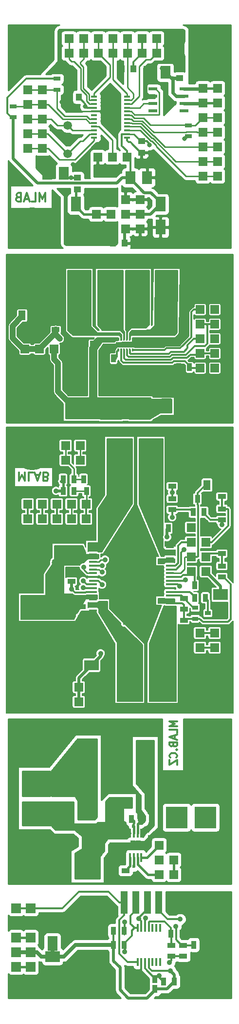
<source format=gbr>
G75*
G71*
%MOMM*%
%OFA0B0*%
%FSLAX53Y53*%
%IPPOS*%
%LPD*%
%ADD11R,1.80000X2.23000*%
%ADD13C,0.40000*%
%ADD15C,1.50114*%
%ADD16C,0.30000*%
%ADD18R,1.30000X0.70000*%
%ADD23C,0.60000*%
%ADD24C,0.88900*%
%ADD25C,0.50000*%
%ADD26R,1.55000X0.60000*%
%ADD30C,0.20000*%
%ADD32R,1.52400X1.52400*%
%ADD36R,1.39700X0.88900*%
%ADD37C,0.10000*%
%ADD40C,0.80000*%
%ADD42C,0.15000*%
%ADD43R,1.10000X0.40000*%
%ADD44R,1.25000X1.00000*%
%ADD46R,3.81000X3.81000*%
%ADD48C,0.25400*%
%ADD51C,1.48082*%
%ADD52R,1.65100X1.65100*%
%ADD55C,0.25000*%
%ADD57R,1.80086X2.49936*%
%ADD58R,0.88900X1.39700*%
%ADD59R,2.49936X1.80086*%
%ADD60R,1.00000X1.25000*%
%ADD61C,1.00000*%
%ADD62C,0.70000*%
%ADD63C,6.00000*%
%ADD66R,1.30048X1.69926*%
%ADD67R,6.19760X9.79932*%
%ADD68R,1.39954X0.39878*%
%ADD69R,1.00076X0.80010*%
%ADD70R,2.89814X3.09880*%
%ADD71R,2.55016X2.49936*%
%ADD72R,2.49936X1.95072*%
%ADD82R,3.00000X5.50000*%
%ADD83R,1.52400X2.03200*%
%ADD84R,0.42000X1.55000*%
%ADD85R,0.94000X0.84000*%
%ADD86R,1.20000X4.00000*%
%ADD87R,0.45000X1.45000*%
%ADD88R,2.70002X2.55016*%
X0000000Y0000000D02*
G01*
D37*
D87*
X0023194Y0012854D03*
X0023844Y0012854D03*
X0024494Y0012854D03*
X0025144Y0012854D03*
X0025794Y0012854D03*
X0026444Y0012854D03*
X0027094Y0012854D03*
X0027094Y0006954D03*
X0026444Y0006954D03*
X0025794Y0006954D03*
X0025144Y0006954D03*
X0024494Y0006954D03*
X0023844Y0006954D03*
X0023194Y0006954D03*
D58*
X0026224Y0003935D03*
X0024319Y0003935D03*
X0026224Y0002284D03*
X0024319Y0002284D03*
D52*
X0004570Y0011174D03*
X0002030Y0003554D03*
X0002030Y0008634D03*
X0004570Y0003554D03*
X0002030Y0013714D03*
X0002030Y0011174D03*
X0002030Y0006094D03*
X0004570Y0013714D03*
X0004570Y0006094D03*
X0004570Y0008634D03*
X0004570Y0016254D03*
X0002030Y0016254D03*
D63*
X0035304Y0004824D03*
X0035304Y0014984D03*
X0014984Y0014984D03*
X0014984Y0004824D03*
D58*
X0029589Y0003554D03*
X0027684Y0003554D03*
D36*
X0029081Y0009841D03*
X0029081Y0007936D03*
D58*
X0030923Y0011809D03*
X0029018Y0011809D03*
D36*
X0031113Y0009841D03*
X0031113Y0007936D03*
D58*
X0034860Y0009904D03*
X0032955Y0009904D03*
X0020890Y0009904D03*
X0018985Y0009904D03*
X0020890Y0012317D03*
X0018985Y0012317D03*
D86*
X0028890Y0017270D03*
X0026890Y0017270D03*
X0024890Y0017270D03*
X0022890Y0017270D03*
X0020890Y0017270D03*
D72*
X0008380Y0004773D03*
X0008380Y0007872D03*
D57*
X0008380Y0014156D03*
X0008380Y0010158D03*
D24*
X0022350Y0002538D03*
X0021842Y0005586D03*
X0030605Y0014349D03*
X0028931Y0005419D03*
X0020953Y0013841D03*
X0023422Y0014471D03*
X0020908Y0008716D03*
X0029849Y0013089D03*
X0024564Y0014501D03*
X0028762Y0006824D03*
X0026984Y0004538D03*
D48*
X0024446Y0004062D02*
X0024319Y0003935D01*
D16*
X0023844Y0004410D02*
X0024319Y0003935D01*
X0023844Y0006954D02*
X0023844Y0004410D01*
X0023574Y0003935D02*
X0022350Y0002711D01*
X0022350Y0002711D02*
X0022350Y0002538D01*
X0024319Y0003935D02*
X0023574Y0003935D01*
X0023574Y0003935D02*
X0023493Y0003935D01*
X0023493Y0003935D02*
X0022287Y0005142D01*
X0022287Y0005142D02*
X0021842Y0005586D01*
D62*
X0004570Y0008634D02*
X0005469Y0008634D01*
X0008380Y0007872D02*
X0006430Y0007872D01*
X0006430Y0007872D02*
X0005668Y0008634D01*
X0005668Y0008634D02*
X0005469Y0008634D01*
X0014600Y0009904D02*
X0017840Y0009904D01*
X0010330Y0007872D02*
X0012362Y0009904D01*
X0008380Y0007872D02*
X0010330Y0007872D01*
X0012362Y0009904D02*
X0014600Y0009904D01*
X0008380Y0007872D02*
X0008380Y0010158D01*
D16*
X0026890Y0017270D02*
X0026890Y0015870D01*
X0025654Y0005419D02*
X0028931Y0005419D01*
X0025144Y0005929D02*
X0025654Y0005419D01*
X0025144Y0006954D02*
X0025144Y0005929D01*
X0028411Y0014349D02*
X0030605Y0014349D01*
X0026890Y0015870D02*
X0028411Y0014349D01*
X0018985Y0012317D02*
X0018985Y0009904D01*
D62*
X0002030Y0008634D02*
X0004570Y0008634D01*
X0017840Y0009904D02*
X0018985Y0009904D01*
D25*
X0020131Y0005967D02*
X0020131Y0002083D01*
X0018985Y0007114D02*
X0020131Y0005967D01*
X0018985Y0009904D02*
X0018985Y0007114D01*
X0026224Y0002030D02*
X0026224Y0002284D01*
X0024843Y0000649D02*
X0026224Y0002030D01*
X0021565Y0000649D02*
X0024843Y0000649D01*
X0020131Y0002083D02*
X0021565Y0000649D01*
X0028319Y0002284D02*
X0029589Y0003554D01*
X0026224Y0002284D02*
X0028319Y0002284D01*
X0029589Y0004761D02*
X0028931Y0005419D01*
X0029589Y0003554D02*
X0029589Y0004761D01*
D13*
X0004570Y0011174D02*
X0002030Y0011174D01*
D16*
X0020953Y0012381D02*
X0020890Y0012317D01*
X0020953Y0013841D02*
X0020953Y0012381D01*
X0023844Y0012854D02*
X0023844Y0014048D01*
X0023844Y0014048D02*
X0023422Y0014471D01*
X0024890Y0016083D02*
X0024890Y0017270D01*
X0023422Y0014615D02*
X0024890Y0016083D01*
X0023422Y0014471D02*
X0023422Y0014615D01*
D48*
X0020890Y0011936D02*
X0020890Y0011682D01*
D13*
X0004570Y0006094D02*
X0002030Y0006094D01*
X0020908Y0008716D02*
X0020908Y0009885D01*
X0020908Y0009885D02*
X0020890Y0009904D01*
D16*
X0023194Y0016966D02*
X0022890Y0017270D01*
X0022669Y0012854D02*
X0022223Y0012408D01*
X0020890Y0010158D02*
X0020890Y0009904D01*
X0022223Y0011492D02*
X0020890Y0010158D01*
X0022223Y0012408D02*
X0022223Y0011492D01*
X0021990Y0014970D02*
X0022890Y0015870D01*
X0022890Y0015870D02*
X0022890Y0017270D01*
X0021990Y0013533D02*
X0021990Y0014970D01*
X0022669Y0012854D02*
X0021990Y0013533D01*
X0023194Y0012854D02*
X0022669Y0012854D01*
X0004570Y0016254D02*
X0002030Y0016254D01*
X0019990Y0017270D02*
X0020890Y0017270D01*
X0012992Y0019134D02*
X0018126Y0019134D01*
X0010112Y0016254D02*
X0012992Y0019134D01*
X0018126Y0019134D02*
X0019990Y0017270D01*
X0004570Y0016254D02*
X0010112Y0016254D01*
X0022669Y0006954D02*
X0023194Y0006954D01*
X0020041Y0008327D02*
X0021414Y0006954D01*
X0021414Y0006954D02*
X0022669Y0006954D01*
X0020041Y0014185D02*
X0020041Y0008327D01*
X0020890Y0015034D02*
X0020041Y0014185D01*
X0020890Y0017270D02*
X0020890Y0015034D01*
X0024473Y0012875D02*
X0024494Y0012854D01*
X0030859Y0009841D02*
X0029866Y0010833D01*
X0031113Y0009841D02*
X0030859Y0009841D01*
X0029866Y0013072D02*
X0029849Y0013089D01*
X0029866Y0010833D02*
X0029866Y0013072D01*
X0024515Y0012875D02*
X0024494Y0012854D01*
X0032891Y0009841D02*
X0032955Y0009904D01*
X0031113Y0009841D02*
X0032891Y0009841D01*
X0024564Y0014501D02*
X0024494Y0014431D01*
X0024494Y0014431D02*
X0024494Y0012854D01*
X0029081Y0011746D02*
X0029018Y0011809D01*
X0029081Y0009841D02*
X0029081Y0011746D01*
X0025144Y0013879D02*
X0025144Y0012854D01*
X0029018Y0011809D02*
X0029018Y0012808D01*
X0029018Y0012808D02*
X0027842Y0013983D01*
X0027842Y0013983D02*
X0025246Y0013983D01*
X0025246Y0013983D02*
X0025144Y0013881D01*
X0025144Y0013881D02*
X0025144Y0013879D01*
X0026224Y0004066D02*
X0026224Y0003935D01*
X0024494Y0005796D02*
X0026224Y0004066D01*
X0024494Y0006954D02*
X0024494Y0005796D01*
X0031113Y0007936D02*
X0029081Y0007936D01*
X0029081Y0007143D02*
X0028762Y0006824D01*
X0029081Y0007936D02*
X0029081Y0007143D01*
X0026984Y0004254D02*
X0027684Y0003554D01*
X0026984Y0004538D02*
X0026984Y0004254D01*
X0026827Y0004538D02*
X0026224Y0003935D01*
X0026984Y0004538D02*
X0026827Y0004538D01*
D48*
G36*
X0020908Y0006366D02*
X0021114Y0006229D01*
X0021414Y0006169D01*
X0022333Y0006169D01*
X0022369Y0005987D01*
X0022508Y0005774D01*
X0022719Y0005632D01*
X0022969Y0005582D01*
X0023419Y0005582D01*
X0023661Y0005629D01*
X0023733Y0005676D01*
X0023769Y0005495D01*
X0023939Y0005240D01*
X0025132Y0004048D01*
X0025132Y0003237D01*
X0025157Y0003107D01*
X0025132Y0002983D01*
X0025132Y0002190D01*
X0024476Y0001534D01*
X0021931Y0001534D01*
X0021016Y0002449D01*
X0021016Y0005966D01*
X0021017Y0005967D01*
X0021016Y0005967D01*
X0020960Y0006249D01*
X0020949Y0006305D01*
X0020949Y0006305D01*
X0020908Y0006366D01*
X0020908Y0006366D01*
G37*
X0020908Y0006366D02*
X0021114Y0006229D01*
X0021414Y0006169D01*
X0022333Y0006169D01*
X0022369Y0005987D01*
X0022508Y0005774D01*
X0022719Y0005632D01*
X0022969Y0005582D01*
X0023419Y0005582D01*
X0023661Y0005629D01*
X0023733Y0005676D01*
X0023769Y0005495D01*
X0023939Y0005240D01*
X0025132Y0004048D01*
X0025132Y0003237D01*
X0025157Y0003107D01*
X0025132Y0002983D01*
X0025132Y0002190D01*
X0024476Y0001534D01*
X0021931Y0001534D01*
X0021016Y0002449D01*
X0021016Y0005966D01*
X0021017Y0005967D01*
X0021016Y0005967D01*
X0020960Y0006249D01*
X0020949Y0006305D01*
X0020949Y0006305D01*
X0020908Y0006366D01*
G36*
X0017969Y0008919D02*
X0018079Y0008751D01*
X0018100Y0008737D01*
X0018100Y0007114D01*
X0018099Y0007114D01*
X0018167Y0006775D01*
X0018231Y0006680D01*
X0018359Y0006488D01*
X0018359Y0006488D01*
X0019246Y0005600D01*
X0019246Y0002083D01*
X0019246Y0002083D01*
X0019314Y0001744D01*
X0019506Y0001457D01*
X0019506Y0001457D01*
X0020278Y0000685D01*
X0000685Y0000685D01*
X0000685Y0004903D01*
X0000744Y0004814D01*
X0000955Y0004671D01*
X0001205Y0004621D01*
X0002856Y0004621D01*
X0003098Y0004668D01*
X0003301Y0004802D01*
X0003495Y0004671D01*
X0003745Y0004621D01*
X0005396Y0004621D01*
X0005638Y0004668D01*
X0005850Y0004808D01*
X0005993Y0005019D01*
X0006043Y0005269D01*
X0006043Y0006920D01*
X0006032Y0006976D01*
X0006053Y0006962D01*
X0006430Y0006887D01*
X0006485Y0006887D01*
X0006530Y0006655D01*
X0006670Y0006442D01*
X0006881Y0006299D01*
X0007130Y0006249D01*
X0009630Y0006249D01*
X0009872Y0006296D01*
X0010085Y0006436D01*
X0010227Y0006647D01*
X0010275Y0006887D01*
X0010330Y0006887D01*
X0010707Y0006962D01*
X0011026Y0007176D01*
X0012770Y0008919D01*
X0014600Y0008919D01*
X0017840Y0008919D01*
X0017969Y0008919D01*
X0017969Y0008919D01*
G37*
X0017969Y0008919D02*
X0018079Y0008751D01*
X0018100Y0008737D01*
X0018100Y0007114D01*
X0018099Y0007114D01*
X0018167Y0006775D01*
X0018231Y0006680D01*
X0018359Y0006488D01*
X0018359Y0006488D01*
X0019246Y0005600D01*
X0019246Y0002083D01*
X0019246Y0002083D01*
X0019314Y0001744D01*
X0019506Y0001457D01*
X0019506Y0001457D01*
X0020278Y0000685D01*
X0000685Y0000685D01*
X0000685Y0004903D01*
X0000744Y0004814D01*
X0000955Y0004671D01*
X0001205Y0004621D01*
X0002856Y0004621D01*
X0003098Y0004668D01*
X0003301Y0004802D01*
X0003495Y0004671D01*
X0003745Y0004621D01*
X0005396Y0004621D01*
X0005638Y0004668D01*
X0005850Y0004808D01*
X0005993Y0005019D01*
X0006043Y0005269D01*
X0006043Y0006920D01*
X0006032Y0006976D01*
X0006053Y0006962D01*
X0006430Y0006887D01*
X0006485Y0006887D01*
X0006530Y0006655D01*
X0006670Y0006442D01*
X0006881Y0006299D01*
X0007130Y0006249D01*
X0009630Y0006249D01*
X0009872Y0006296D01*
X0010085Y0006436D01*
X0010227Y0006647D01*
X0010275Y0006887D01*
X0010330Y0006887D01*
X0010707Y0006962D01*
X0011026Y0007176D01*
X0012770Y0008919D01*
X0014600Y0008919D01*
X0017840Y0008919D01*
X0017969Y0008919D01*
G36*
X0017801Y0018349D02*
X0019435Y0016715D01*
X0019643Y0016576D01*
X0019643Y0015270D01*
X0019690Y0015028D01*
X0019723Y0014977D01*
X0019486Y0014740D01*
X0019316Y0014485D01*
X0019256Y0014185D01*
X0019256Y0013663D01*
X0018540Y0013663D01*
X0018298Y0013616D01*
X0018085Y0013476D01*
X0017943Y0013265D01*
X0017893Y0013016D01*
X0017893Y0011619D01*
X0017940Y0011376D01*
X0018079Y0011164D01*
X0018158Y0011111D01*
X0018085Y0011063D01*
X0017968Y0010889D01*
X0017840Y0010889D01*
X0014600Y0010889D01*
X0012362Y0010889D01*
X0011985Y0010814D01*
X0011665Y0010601D01*
X0010200Y0009135D01*
X0010090Y0009302D01*
X0009928Y0009412D01*
X0009928Y0011408D01*
X0009881Y0011650D01*
X0009741Y0011863D01*
X0009530Y0012005D01*
X0009280Y0012055D01*
X0007480Y0012055D01*
X0007237Y0012008D01*
X0007025Y0011868D01*
X0006882Y0011657D01*
X0006832Y0011408D01*
X0006832Y0009411D01*
X0006675Y0009308D01*
X0006559Y0009136D01*
X0006365Y0009331D01*
X0006045Y0009544D01*
X0006026Y0009548D01*
X0005996Y0009702D01*
X0005862Y0009905D01*
X0005993Y0010099D01*
X0006043Y0010349D01*
X0006043Y0012000D01*
X0005996Y0012242D01*
X0005856Y0012454D01*
X0005645Y0012597D01*
X0005396Y0012647D01*
X0003745Y0012647D01*
X0003502Y0012600D01*
X0003299Y0012466D01*
X0003105Y0012597D01*
X0002856Y0012647D01*
X0001205Y0012647D01*
X0000962Y0012600D01*
X0000750Y0012460D01*
X0000685Y0012365D01*
X0000685Y0015063D01*
X0000744Y0014974D01*
X0000955Y0014831D01*
X0001205Y0014781D01*
X0002856Y0014781D01*
X0003098Y0014828D01*
X0003301Y0014962D01*
X0003495Y0014831D01*
X0003745Y0014781D01*
X0005396Y0014781D01*
X0005638Y0014828D01*
X0005850Y0014968D01*
X0005993Y0015179D01*
X0006043Y0015429D01*
X0006043Y0015469D01*
X0010112Y0015469D01*
X0010412Y0015529D01*
X0010667Y0015699D01*
X0013317Y0018349D01*
X0017801Y0018349D01*
X0017801Y0018349D01*
G37*
X0017801Y0018349D02*
X0019435Y0016715D01*
X0019643Y0016576D01*
X0019643Y0015270D01*
X0019690Y0015028D01*
X0019723Y0014977D01*
X0019486Y0014740D01*
X0019316Y0014485D01*
X0019256Y0014185D01*
X0019256Y0013663D01*
X0018540Y0013663D01*
X0018298Y0013616D01*
X0018085Y0013476D01*
X0017943Y0013265D01*
X0017893Y0013016D01*
X0017893Y0011619D01*
X0017940Y0011376D01*
X0018079Y0011164D01*
X0018158Y0011111D01*
X0018085Y0011063D01*
X0017968Y0010889D01*
X0017840Y0010889D01*
X0014600Y0010889D01*
X0012362Y0010889D01*
X0011985Y0010814D01*
X0011665Y0010601D01*
X0010200Y0009135D01*
X0010090Y0009302D01*
X0009928Y0009412D01*
X0009928Y0011408D01*
X0009881Y0011650D01*
X0009741Y0011863D01*
X0009530Y0012005D01*
X0009280Y0012055D01*
X0007480Y0012055D01*
X0007237Y0012008D01*
X0007025Y0011868D01*
X0006882Y0011657D01*
X0006832Y0011408D01*
X0006832Y0009411D01*
X0006675Y0009308D01*
X0006559Y0009136D01*
X0006365Y0009331D01*
X0006045Y0009544D01*
X0006026Y0009548D01*
X0005996Y0009702D01*
X0005862Y0009905D01*
X0005993Y0010099D01*
X0006043Y0010349D01*
X0006043Y0012000D01*
X0005996Y0012242D01*
X0005856Y0012454D01*
X0005645Y0012597D01*
X0005396Y0012647D01*
X0003745Y0012647D01*
X0003502Y0012600D01*
X0003299Y0012466D01*
X0003105Y0012597D01*
X0002856Y0012647D01*
X0001205Y0012647D01*
X0000962Y0012600D01*
X0000750Y0012460D01*
X0000685Y0012365D01*
X0000685Y0015063D01*
X0000744Y0014974D01*
X0000955Y0014831D01*
X0001205Y0014781D01*
X0002856Y0014781D01*
X0003098Y0014828D01*
X0003301Y0014962D01*
X0003495Y0014831D01*
X0003745Y0014781D01*
X0005396Y0014781D01*
X0005638Y0014828D01*
X0005850Y0014968D01*
X0005993Y0015179D01*
X0006043Y0015429D01*
X0006043Y0015469D01*
X0010112Y0015469D01*
X0010412Y0015529D01*
X0010667Y0015699D01*
X0013317Y0018349D01*
X0017801Y0018349D01*
G36*
X0039443Y0019123D02*
X0039443Y0000685D01*
X0026130Y0000685D01*
X0026383Y0000938D01*
X0026668Y0000938D01*
X0026910Y0000985D01*
X0027123Y0001125D01*
X0027265Y0001336D01*
X0027278Y0001399D01*
X0028319Y0001399D01*
X0028319Y0001399D01*
X0028601Y0001455D01*
X0028658Y0001466D01*
X0028945Y0001658D01*
X0029495Y0002208D01*
X0030034Y0002208D01*
X0030276Y0002255D01*
X0030488Y0002395D01*
X0030631Y0002606D01*
X0030681Y0002856D01*
X0030681Y0004253D01*
X0030634Y0004495D01*
X0030494Y0004707D01*
X0030474Y0004721D01*
X0030474Y0004760D01*
X0030474Y0004761D01*
X0030474Y0004761D01*
X0030418Y0005043D01*
X0030407Y0005099D01*
X0030407Y0005099D01*
X0030215Y0005386D01*
X0030011Y0005590D01*
X0030011Y0005632D01*
X0029847Y0006029D01*
X0029671Y0006206D01*
X0029677Y0006212D01*
X0029841Y0006608D01*
X0029842Y0006856D01*
X0030022Y0006891D01*
X0030097Y0006940D01*
X0030165Y0006894D01*
X0030415Y0006844D01*
X0031812Y0006844D01*
X0032054Y0006891D01*
X0032266Y0007030D01*
X0032409Y0007241D01*
X0032459Y0007491D01*
X0032459Y0008380D01*
X0032421Y0008576D01*
X0032510Y0008558D01*
X0033399Y0008558D01*
X0033641Y0008605D01*
X0033854Y0008745D01*
X0033996Y0008956D01*
X0034046Y0009206D01*
X0034046Y0010603D01*
X0033999Y0010845D01*
X0033860Y0011057D01*
X0033649Y0011200D01*
X0033399Y0011250D01*
X0032510Y0011250D01*
X0032268Y0011203D01*
X0032055Y0011063D01*
X0031948Y0010905D01*
X0031812Y0010932D01*
X0030877Y0010932D01*
X0030651Y0011159D01*
X0030651Y0012364D01*
X0030764Y0012476D01*
X0030929Y0012873D01*
X0030929Y0013302D01*
X0030925Y0013313D01*
X0031216Y0013433D01*
X0031520Y0013737D01*
X0031684Y0014133D01*
X0031685Y0014563D01*
X0031521Y0014960D01*
X0031217Y0015264D01*
X0030821Y0015428D01*
X0030391Y0015429D01*
X0029994Y0015265D01*
X0029863Y0015134D01*
X0028736Y0015134D01*
X0028137Y0015733D01*
X0028137Y0019123D01*
X0039443Y0019123D01*
X0039443Y0019123D01*
G37*
X0039443Y0019123D02*
X0039443Y0000685D01*
X0026130Y0000685D01*
X0026383Y0000938D01*
X0026668Y0000938D01*
X0026910Y0000985D01*
X0027123Y0001125D01*
X0027265Y0001336D01*
X0027278Y0001399D01*
X0028319Y0001399D01*
X0028319Y0001399D01*
X0028601Y0001455D01*
X0028658Y0001466D01*
X0028945Y0001658D01*
X0029495Y0002208D01*
X0030034Y0002208D01*
X0030276Y0002255D01*
X0030488Y0002395D01*
X0030631Y0002606D01*
X0030681Y0002856D01*
X0030681Y0004253D01*
X0030634Y0004495D01*
X0030494Y0004707D01*
X0030474Y0004721D01*
X0030474Y0004760D01*
X0030474Y0004761D01*
X0030474Y0004761D01*
X0030418Y0005043D01*
X0030407Y0005099D01*
X0030407Y0005099D01*
X0030215Y0005386D01*
X0030011Y0005590D01*
X0030011Y0005632D01*
X0029847Y0006029D01*
X0029671Y0006206D01*
X0029677Y0006212D01*
X0029841Y0006608D01*
X0029842Y0006856D01*
X0030022Y0006891D01*
X0030097Y0006940D01*
X0030165Y0006894D01*
X0030415Y0006844D01*
X0031812Y0006844D01*
X0032054Y0006891D01*
X0032266Y0007030D01*
X0032409Y0007241D01*
X0032459Y0007491D01*
X0032459Y0008380D01*
X0032421Y0008576D01*
X0032510Y0008558D01*
X0033399Y0008558D01*
X0033641Y0008605D01*
X0033854Y0008745D01*
X0033996Y0008956D01*
X0034046Y0009206D01*
X0034046Y0010603D01*
X0033999Y0010845D01*
X0033860Y0011057D01*
X0033649Y0011200D01*
X0033399Y0011250D01*
X0032510Y0011250D01*
X0032268Y0011203D01*
X0032055Y0011063D01*
X0031948Y0010905D01*
X0031812Y0010932D01*
X0030877Y0010932D01*
X0030651Y0011159D01*
X0030651Y0012364D01*
X0030764Y0012476D01*
X0030929Y0012873D01*
X0030929Y0013302D01*
X0030925Y0013313D01*
X0031216Y0013433D01*
X0031520Y0013737D01*
X0031684Y0014133D01*
X0031685Y0014563D01*
X0031521Y0014960D01*
X0031217Y0015264D01*
X0030821Y0015428D01*
X0030391Y0015429D01*
X0029994Y0015265D01*
X0029863Y0015134D01*
X0028736Y0015134D01*
X0028137Y0015733D01*
X0028137Y0019123D01*
X0039443Y0019123D01*
X0000000Y0019810D02*
G01*
D16*
X0030050Y0048699D02*
X0028750Y0048699D01*
X0029679Y0048266D01*
X0028750Y0047833D01*
X0030050Y0047833D01*
X0030050Y0046594D02*
X0030050Y0047214D01*
X0028750Y0047214D01*
X0029679Y0046223D02*
X0029679Y0045604D01*
X0030050Y0046347D02*
X0028750Y0045914D01*
X0030050Y0045480D01*
X0029369Y0044614D02*
X0029431Y0044428D01*
X0029493Y0044366D01*
X0029617Y0044304D01*
X0029802Y0044304D01*
X0029926Y0044366D01*
X0029988Y0044428D01*
X0030050Y0044552D01*
X0030050Y0045047D01*
X0028750Y0045047D01*
X0028750Y0044614D01*
X0028812Y0044490D01*
X0028874Y0044428D01*
X0028998Y0044366D01*
X0029122Y0044366D01*
X0029245Y0044428D01*
X0029307Y0044490D01*
X0029369Y0044614D01*
X0029369Y0045047D01*
X0029926Y0043747D02*
X0029988Y0043685D01*
X0030050Y0043747D01*
X0029988Y0043809D01*
X0029926Y0043747D01*
X0030050Y0043747D01*
X0029926Y0042385D02*
X0029988Y0042447D01*
X0030050Y0042633D01*
X0030050Y0042756D01*
X0029988Y0042942D01*
X0029864Y0043066D01*
X0029741Y0043128D01*
X0029493Y0043190D01*
X0029307Y0043190D01*
X0029060Y0043128D01*
X0028936Y0043066D01*
X0028812Y0042942D01*
X0028750Y0042756D01*
X0028750Y0042633D01*
X0028812Y0042447D01*
X0028874Y0042385D01*
X0028750Y0041952D02*
X0028750Y0041085D01*
X0030050Y0041952D01*
X0030050Y0041085D01*
D32*
X0029462Y0024634D03*
X0029462Y0022094D03*
X0026922Y0027174D03*
X0029462Y0027174D03*
D58*
X0022160Y0031746D03*
X0024065Y0031746D03*
D66*
X0025116Y0034540D03*
X0021616Y0034540D03*
D46*
X0034970Y0032000D03*
X0029970Y0032000D03*
X0034970Y0037080D03*
X0029970Y0037080D03*
D32*
X0010666Y0022094D03*
X0010666Y0024634D03*
X0013206Y0022094D03*
X0013206Y0024634D03*
X0015746Y0022094D03*
X0015746Y0024634D03*
X0018286Y0022094D03*
X0018286Y0024634D03*
D46*
X0005158Y0037842D03*
X0010158Y0037842D03*
X0005158Y0032762D03*
X0010158Y0032762D03*
D82*
X0014556Y0042668D03*
X0024556Y0042668D03*
D63*
X0035304Y0044934D03*
X0004824Y0044934D03*
X0004824Y0024634D03*
X0035304Y0024634D03*
D58*
X0027240Y0027174D03*
X0029145Y0027174D03*
D36*
X0021080Y0022793D03*
X0021080Y0020888D03*
D84*
X0023833Y0025069D03*
X0023183Y0025069D03*
X0022533Y0025069D03*
X0021883Y0025069D03*
X0021883Y0029279D03*
X0022533Y0029279D03*
X0023183Y0029279D03*
X0023833Y0029279D03*
D85*
X0022388Y0027594D03*
X0023328Y0027594D03*
X0022388Y0026754D03*
X0023328Y0026754D03*
D32*
X0026922Y0024634D03*
X0026922Y0022094D03*
D83*
X0014603Y0027809D03*
X0011301Y0027809D03*
X0015238Y0033270D03*
X0018540Y0033270D03*
D23*
X0026414Y0028952D03*
X0025259Y0028655D03*
X0020318Y0026920D03*
X0019810Y0024634D03*
X0019556Y0020824D03*
X0008634Y0026330D03*
X0008634Y0028698D03*
X0008634Y0024634D03*
X0008634Y0023364D03*
X0008634Y0022094D03*
X0017270Y0036318D03*
X0019048Y0036826D03*
X0020064Y0036826D03*
X0021080Y0036826D03*
X0022096Y0036826D03*
X0022388Y0027594D03*
X0023328Y0027594D03*
X0023328Y0026754D03*
X0022388Y0026754D03*
X0022731Y0020824D03*
X0024128Y0020824D03*
X0022572Y0023474D03*
X0022483Y0030476D03*
D55*
X0025259Y0028655D02*
X0026117Y0028655D01*
X0026117Y0028655D02*
X0026414Y0028952D01*
D13*
X0025259Y0028655D02*
X0026922Y0030318D01*
D55*
X0023328Y0027594D02*
X0024198Y0027594D01*
X0024198Y0027594D02*
X0025259Y0028655D01*
X0018286Y0024634D02*
X0019810Y0024634D01*
X0008634Y0024634D02*
X0008634Y0026330D01*
X0008634Y0022094D02*
X0008634Y0023364D01*
X0019048Y0036826D02*
X0017778Y0036826D01*
X0017778Y0036826D02*
X0017270Y0036318D01*
X0021080Y0036826D02*
X0020064Y0036826D01*
X0023366Y0035810D02*
X0022350Y0036826D01*
X0022350Y0036826D02*
X0022096Y0036826D01*
X0023366Y0033393D02*
X0023366Y0035810D01*
X0024065Y0031746D02*
X0024065Y0032695D01*
X0024065Y0032695D02*
X0023366Y0033393D01*
D13*
X0011028Y0020570D02*
X0017924Y0020570D01*
X0017924Y0020570D02*
X0018286Y0020932D01*
X0018286Y0020932D02*
X0018286Y0022094D01*
X0010666Y0022094D02*
X0010666Y0020932D01*
X0010666Y0020932D02*
X0011028Y0020570D01*
X0026922Y0030318D02*
X0026922Y0036337D01*
X0026922Y0036337D02*
X0027665Y0037080D01*
X0027665Y0037080D02*
X0029970Y0037080D01*
X0024065Y0031746D02*
X0023183Y0030865D01*
X0023183Y0030865D02*
X0023183Y0029279D01*
X0019556Y0020824D02*
X0022731Y0020824D01*
X0019033Y0030491D02*
X0019033Y0032762D01*
D23*
X0010158Y0032762D02*
X0005158Y0032762D01*
D13*
X0020245Y0029279D02*
X0019033Y0030491D01*
X0021883Y0029279D02*
X0020245Y0029279D01*
D23*
X0005158Y0037842D02*
X0010158Y0037842D01*
D13*
X0025760Y0022094D02*
X0026922Y0022094D01*
X0024983Y0022094D02*
X0025760Y0022094D01*
X0023183Y0023894D02*
X0024983Y0022094D01*
X0023183Y0025069D02*
X0023183Y0023894D01*
X0029462Y0022094D02*
X0029462Y0024634D01*
X0022572Y0025030D02*
X0022533Y0025069D01*
X0022572Y0023474D02*
X0022572Y0025030D01*
X0021883Y0025069D02*
X0021883Y0023596D01*
X0021883Y0023596D02*
X0021080Y0022793D01*
X0025652Y0032254D02*
X0025116Y0032790D01*
X0025116Y0032790D02*
X0025116Y0034540D01*
X0025652Y0030488D02*
X0025652Y0032254D01*
X0024443Y0029279D02*
X0025652Y0030488D01*
X0023833Y0029279D02*
X0024443Y0029279D01*
X0022533Y0031373D02*
X0022160Y0031746D01*
X0022533Y0030426D02*
X0022483Y0030476D01*
X0022533Y0029279D02*
X0022533Y0030426D01*
X0022483Y0030476D02*
X0022533Y0031373D01*
X0024817Y0025069D02*
X0026922Y0027174D01*
X0023833Y0025069D02*
X0024817Y0025069D01*
D48*
G36*
X0026033Y0045335D02*
X0026033Y0030610D01*
X0024970Y0029547D01*
X0024730Y0029448D01*
X0024467Y0029185D01*
X0024324Y0028842D01*
X0024324Y0028819D01*
X0024088Y0028584D01*
X0024048Y0028611D01*
X0024040Y0028613D01*
X0024040Y0030054D01*
X0024032Y0030095D01*
X0024181Y0030095D01*
X0024486Y0030400D01*
X0024509Y0030400D01*
X0024751Y0030447D01*
X0024964Y0030587D01*
X0025106Y0030798D01*
X0025156Y0031048D01*
X0025156Y0031071D01*
X0025271Y0031185D01*
X0025271Y0032550D01*
X0024509Y0033566D01*
X0024509Y0036111D01*
X0022985Y0037889D01*
X0022985Y0045335D01*
X0026033Y0045335D01*
X0026033Y0045335D01*
G37*
X0026033Y0045335D02*
X0026033Y0030610D01*
X0024970Y0029547D01*
X0024730Y0029448D01*
X0024467Y0029185D01*
X0024324Y0028842D01*
X0024324Y0028819D01*
X0024088Y0028584D01*
X0024048Y0028611D01*
X0024040Y0028613D01*
X0024040Y0030054D01*
X0024032Y0030095D01*
X0024181Y0030095D01*
X0024486Y0030400D01*
X0024509Y0030400D01*
X0024751Y0030447D01*
X0024964Y0030587D01*
X0025106Y0030798D01*
X0025156Y0031048D01*
X0025156Y0031071D01*
X0025271Y0031185D01*
X0025271Y0032550D01*
X0024509Y0033566D01*
X0024509Y0036111D01*
X0022985Y0037889D01*
X0022985Y0045335D01*
X0026033Y0045335D01*
G36*
X0022223Y0035429D02*
X0022223Y0033651D01*
X0020699Y0033651D01*
X0020699Y0031431D01*
X0021068Y0031136D01*
X0021068Y0031048D01*
X0021115Y0030805D01*
X0021254Y0030593D01*
X0021465Y0030450D01*
X0021548Y0030434D01*
X0021548Y0030291D01*
X0021676Y0029982D01*
X0021676Y0028614D01*
X0021463Y0028475D01*
X0021357Y0028317D01*
X0017964Y0028317D01*
X0017397Y0027466D01*
X0017397Y0026200D01*
X0017207Y0025948D01*
X0017069Y0025857D01*
X0016927Y0025646D01*
X0016907Y0025547D01*
X0016635Y0025184D01*
X0016635Y0021405D01*
X0012317Y0021405D01*
X0012317Y0025832D01*
X0013587Y0026594D01*
X0013587Y0027174D01*
X0013587Y0028759D01*
X0012235Y0029841D01*
X0008941Y0029841D01*
X0008253Y0030529D01*
X0008253Y0034667D01*
X0012019Y0034667D01*
X0012063Y0034602D01*
X0012063Y0030857D01*
X0016009Y0030857D01*
X0016263Y0031111D01*
X0016762Y0031111D01*
X0017651Y0031111D01*
X0017651Y0033524D01*
X0017651Y0034032D01*
X0017651Y0034741D01*
X0018339Y0035429D01*
X0022223Y0035429D01*
X0022223Y0035429D01*
G37*
X0022223Y0035429D02*
X0022223Y0033651D01*
X0020699Y0033651D01*
X0020699Y0031431D01*
X0021068Y0031136D01*
X0021068Y0031048D01*
X0021115Y0030805D01*
X0021254Y0030593D01*
X0021465Y0030450D01*
X0021548Y0030434D01*
X0021548Y0030291D01*
X0021676Y0029982D01*
X0021676Y0028614D01*
X0021463Y0028475D01*
X0021357Y0028317D01*
X0017964Y0028317D01*
X0017397Y0027466D01*
X0017397Y0026200D01*
X0017207Y0025948D01*
X0017069Y0025857D01*
X0016927Y0025646D01*
X0016907Y0025547D01*
X0016635Y0025184D01*
X0016635Y0021405D01*
X0012317Y0021405D01*
X0012317Y0025832D01*
X0013587Y0026594D01*
X0013587Y0027174D01*
X0013587Y0028759D01*
X0012235Y0029841D01*
X0008941Y0029841D01*
X0008253Y0030529D01*
X0008253Y0034667D01*
X0012019Y0034667D01*
X0012063Y0034602D01*
X0012063Y0030857D01*
X0016009Y0030857D01*
X0016263Y0031111D01*
X0016762Y0031111D01*
X0017651Y0031111D01*
X0017651Y0033524D01*
X0017651Y0034032D01*
X0017651Y0034741D01*
X0018339Y0035429D01*
X0022223Y0035429D01*
G36*
X0016127Y0045589D02*
X0016127Y0032053D01*
X0015693Y0031619D01*
X0012825Y0031619D01*
X0012825Y0034832D01*
X0012258Y0035683D01*
X0008253Y0035683D01*
X0008253Y0040083D01*
X0012758Y0045589D01*
X0016127Y0045589D01*
X0016127Y0045589D01*
G37*
X0016127Y0045589D02*
X0016127Y0032053D01*
X0015693Y0031619D01*
X0012825Y0031619D01*
X0012825Y0034832D01*
X0012258Y0035683D01*
X0008253Y0035683D01*
X0008253Y0040083D01*
X0012758Y0045589D01*
X0016127Y0045589D01*
G36*
X0039443Y0049093D02*
X0039443Y0034552D01*
X0036875Y0034552D01*
X0033065Y0034552D01*
X0032823Y0034505D01*
X0032610Y0034366D01*
X0032469Y0034157D01*
X0032336Y0034360D01*
X0032125Y0034502D01*
X0031875Y0034552D01*
X0028065Y0034552D01*
X0027823Y0034505D01*
X0027610Y0034366D01*
X0027468Y0034155D01*
X0027418Y0033905D01*
X0027418Y0030095D01*
X0027465Y0029853D01*
X0027604Y0029640D01*
X0027815Y0029498D01*
X0028065Y0029448D01*
X0031875Y0029448D01*
X0032117Y0029495D01*
X0032330Y0029634D01*
X0032471Y0029843D01*
X0032604Y0029640D01*
X0032815Y0029498D01*
X0033065Y0029448D01*
X0036875Y0029448D01*
X0037117Y0029495D01*
X0037330Y0029634D01*
X0037472Y0029845D01*
X0037522Y0030095D01*
X0037522Y0033905D01*
X0037475Y0034147D01*
X0037336Y0034360D01*
X0037125Y0034502D01*
X0036875Y0034552D01*
X0039443Y0034552D01*
X0039443Y0028583D01*
X0027684Y0028583D01*
X0026160Y0028583D01*
X0025918Y0028536D01*
X0025705Y0028397D01*
X0025563Y0028186D01*
X0025513Y0027936D01*
X0025513Y0026945D01*
X0024645Y0026078D01*
X0024643Y0026086D01*
X0024504Y0026299D01*
X0024293Y0026441D01*
X0024043Y0026491D01*
X0023623Y0026491D01*
X0023506Y0026469D01*
X0023393Y0026491D01*
X0022973Y0026491D01*
X0022856Y0026469D01*
X0022743Y0026491D01*
X0022323Y0026491D01*
X0022206Y0026469D01*
X0022093Y0026491D01*
X0021673Y0026491D01*
X0021431Y0026444D01*
X0021218Y0026305D01*
X0021076Y0026094D01*
X0021026Y0025844D01*
X0021026Y0024294D01*
X0021048Y0024178D01*
X0021048Y0023941D01*
X0020991Y0023884D01*
X0020382Y0023884D01*
X0020139Y0023837D01*
X0019927Y0023698D01*
X0019784Y0023487D01*
X0019734Y0023237D01*
X0019734Y0022348D01*
X0019781Y0022106D01*
X0019921Y0021893D01*
X0020132Y0021751D01*
X0020382Y0021701D01*
X0021779Y0021701D01*
X0022021Y0021748D01*
X0022233Y0021887D01*
X0022376Y0022098D01*
X0022426Y0022348D01*
X0022426Y0022539D01*
X0022758Y0022539D01*
X0023101Y0022681D01*
X0023158Y0022738D01*
X0024393Y0021504D01*
X0024663Y0021323D01*
X0024983Y0021259D01*
X0025527Y0021259D01*
X0025560Y0021090D01*
X0025699Y0020877D01*
X0025910Y0020735D01*
X0026160Y0020685D01*
X0027684Y0020685D01*
X0027926Y0020732D01*
X0028139Y0020871D01*
X0028192Y0020950D01*
X0028239Y0020877D01*
X0028450Y0020735D01*
X0028700Y0020685D01*
X0030224Y0020685D01*
X0030466Y0020732D01*
X0030679Y0020871D01*
X0030821Y0021082D01*
X0030871Y0021332D01*
X0030871Y0022856D01*
X0030824Y0023098D01*
X0030685Y0023311D01*
X0030606Y0023364D01*
X0030679Y0023411D01*
X0030821Y0023622D01*
X0030871Y0023872D01*
X0030871Y0025396D01*
X0030824Y0025638D01*
X0030685Y0025851D01*
X0030474Y0025993D01*
X0030224Y0026043D01*
X0028700Y0026043D01*
X0028458Y0025996D01*
X0028245Y0025857D01*
X0028192Y0025778D01*
X0028145Y0025851D01*
X0028066Y0025904D01*
X0028139Y0025951D01*
X0028281Y0026162D01*
X0028331Y0026412D01*
X0028331Y0026476D01*
X0028331Y0027873D01*
X0028331Y0027936D01*
X0028284Y0028178D01*
X0028145Y0028391D01*
X0027934Y0028533D01*
X0027684Y0028583D01*
X0039443Y0028583D01*
X0039443Y0020495D01*
X0017397Y0020495D01*
X0017397Y0024930D01*
X0018159Y0025946D01*
X0018159Y0027236D01*
X0018372Y0027555D01*
X0022731Y0027555D01*
X0022731Y0027857D01*
X0022743Y0027857D01*
X0022985Y0027904D01*
X0022985Y0027809D01*
X0024391Y0027809D01*
X0026101Y0029519D01*
X0026355Y0029773D01*
X0026795Y0030213D01*
X0026795Y0046097D01*
X0022223Y0046097D01*
X0022223Y0037607D01*
X0023747Y0035829D01*
X0023747Y0033312D01*
X0024332Y0032532D01*
X0024345Y0032470D01*
X0024509Y0032224D01*
X0024509Y0031501D01*
X0023865Y0030857D01*
X0023341Y0030857D01*
X0023367Y0031326D01*
X0023363Y0031349D01*
X0023368Y0031373D01*
X0023341Y0031510D01*
X0023321Y0031649D01*
X0023309Y0031669D01*
X0023304Y0031692D01*
X0023251Y0031771D01*
X0023251Y0032445D01*
X0023204Y0032687D01*
X0023065Y0032899D01*
X0022985Y0032953D01*
X0022985Y0036191D01*
X0018023Y0036191D01*
X0016889Y0035057D01*
X0016889Y0046351D01*
X0012397Y0046351D01*
X0007825Y0040763D01*
X0002411Y0040763D01*
X0002411Y0035429D01*
X0002411Y0034921D01*
X0002411Y0029841D01*
X0007863Y0029841D01*
X0008625Y0029079D01*
X0011967Y0029079D01*
X0012825Y0028393D01*
X0012825Y0027174D01*
X0012825Y0027026D01*
X0011555Y0026264D01*
X0011555Y0020495D01*
X0000685Y0020495D01*
X0000685Y0049093D01*
X0027467Y0049093D01*
X0027467Y0040114D01*
X0031157Y0040114D01*
X0031157Y0049093D01*
X0039443Y0049093D01*
X0039443Y0049093D01*
G37*
X0039443Y0049093D02*
X0039443Y0034552D01*
X0036875Y0034552D01*
X0033065Y0034552D01*
X0032823Y0034505D01*
X0032610Y0034366D01*
X0032469Y0034157D01*
X0032336Y0034360D01*
X0032125Y0034502D01*
X0031875Y0034552D01*
X0028065Y0034552D01*
X0027823Y0034505D01*
X0027610Y0034366D01*
X0027468Y0034155D01*
X0027418Y0033905D01*
X0027418Y0030095D01*
X0027465Y0029853D01*
X0027604Y0029640D01*
X0027815Y0029498D01*
X0028065Y0029448D01*
X0031875Y0029448D01*
X0032117Y0029495D01*
X0032330Y0029634D01*
X0032471Y0029843D01*
X0032604Y0029640D01*
X0032815Y0029498D01*
X0033065Y0029448D01*
X0036875Y0029448D01*
X0037117Y0029495D01*
X0037330Y0029634D01*
X0037472Y0029845D01*
X0037522Y0030095D01*
X0037522Y0033905D01*
X0037475Y0034147D01*
X0037336Y0034360D01*
X0037125Y0034502D01*
X0036875Y0034552D01*
X0039443Y0034552D01*
X0039443Y0028583D01*
X0027684Y0028583D01*
X0026160Y0028583D01*
X0025918Y0028536D01*
X0025705Y0028397D01*
X0025563Y0028186D01*
X0025513Y0027936D01*
X0025513Y0026945D01*
X0024645Y0026078D01*
X0024643Y0026086D01*
X0024504Y0026299D01*
X0024293Y0026441D01*
X0024043Y0026491D01*
X0023623Y0026491D01*
X0023506Y0026469D01*
X0023393Y0026491D01*
X0022973Y0026491D01*
X0022856Y0026469D01*
X0022743Y0026491D01*
X0022323Y0026491D01*
X0022206Y0026469D01*
X0022093Y0026491D01*
X0021673Y0026491D01*
X0021431Y0026444D01*
X0021218Y0026305D01*
X0021076Y0026094D01*
X0021026Y0025844D01*
X0021026Y0024294D01*
X0021048Y0024178D01*
X0021048Y0023941D01*
X0020991Y0023884D01*
X0020382Y0023884D01*
X0020139Y0023837D01*
X0019927Y0023698D01*
X0019784Y0023487D01*
X0019734Y0023237D01*
X0019734Y0022348D01*
X0019781Y0022106D01*
X0019921Y0021893D01*
X0020132Y0021751D01*
X0020382Y0021701D01*
X0021779Y0021701D01*
X0022021Y0021748D01*
X0022233Y0021887D01*
X0022376Y0022098D01*
X0022426Y0022348D01*
X0022426Y0022539D01*
X0022758Y0022539D01*
X0023101Y0022681D01*
X0023158Y0022738D01*
X0024393Y0021504D01*
X0024663Y0021323D01*
X0024983Y0021259D01*
X0025527Y0021259D01*
X0025560Y0021090D01*
X0025699Y0020877D01*
X0025910Y0020735D01*
X0026160Y0020685D01*
X0027684Y0020685D01*
X0027926Y0020732D01*
X0028139Y0020871D01*
X0028192Y0020950D01*
X0028239Y0020877D01*
X0028450Y0020735D01*
X0028700Y0020685D01*
X0030224Y0020685D01*
X0030466Y0020732D01*
X0030679Y0020871D01*
X0030821Y0021082D01*
X0030871Y0021332D01*
X0030871Y0022856D01*
X0030824Y0023098D01*
X0030685Y0023311D01*
X0030606Y0023364D01*
X0030679Y0023411D01*
X0030821Y0023622D01*
X0030871Y0023872D01*
X0030871Y0025396D01*
X0030824Y0025638D01*
X0030685Y0025851D01*
X0030474Y0025993D01*
X0030224Y0026043D01*
X0028700Y0026043D01*
X0028458Y0025996D01*
X0028245Y0025857D01*
X0028192Y0025778D01*
X0028145Y0025851D01*
X0028066Y0025904D01*
X0028139Y0025951D01*
X0028281Y0026162D01*
X0028331Y0026412D01*
X0028331Y0026476D01*
X0028331Y0027873D01*
X0028331Y0027936D01*
X0028284Y0028178D01*
X0028145Y0028391D01*
X0027934Y0028533D01*
X0027684Y0028583D01*
X0039443Y0028583D01*
X0039443Y0020495D01*
X0017397Y0020495D01*
X0017397Y0024930D01*
X0018159Y0025946D01*
X0018159Y0027236D01*
X0018372Y0027555D01*
X0022731Y0027555D01*
X0022731Y0027857D01*
X0022743Y0027857D01*
X0022985Y0027904D01*
X0022985Y0027809D01*
X0024391Y0027809D01*
X0026101Y0029519D01*
X0026355Y0029773D01*
X0026795Y0030213D01*
X0026795Y0046097D01*
X0022223Y0046097D01*
X0022223Y0037607D01*
X0023747Y0035829D01*
X0023747Y0033312D01*
X0024332Y0032532D01*
X0024345Y0032470D01*
X0024509Y0032224D01*
X0024509Y0031501D01*
X0023865Y0030857D01*
X0023341Y0030857D01*
X0023367Y0031326D01*
X0023363Y0031349D01*
X0023368Y0031373D01*
X0023341Y0031510D01*
X0023321Y0031649D01*
X0023309Y0031669D01*
X0023304Y0031692D01*
X0023251Y0031771D01*
X0023251Y0032445D01*
X0023204Y0032687D01*
X0023065Y0032899D01*
X0022985Y0032953D01*
X0022985Y0036191D01*
X0018023Y0036191D01*
X0016889Y0035057D01*
X0016889Y0046351D01*
X0012397Y0046351D01*
X0007825Y0040763D01*
X0002411Y0040763D01*
X0002411Y0035429D01*
X0002411Y0034921D01*
X0002411Y0029841D01*
X0007863Y0029841D01*
X0008625Y0029079D01*
X0011967Y0029079D01*
X0012825Y0028393D01*
X0012825Y0027174D01*
X0012825Y0027026D01*
X0011555Y0026264D01*
X0011555Y0020495D01*
X0000685Y0020495D01*
X0000685Y0049093D01*
X0027467Y0049093D01*
X0027467Y0040114D01*
X0031157Y0040114D01*
X0031157Y0049093D01*
X0039443Y0049093D01*
G36*
X0008253Y0034667D02*
X0008253Y0030603D01*
X0003173Y0030603D01*
X0003173Y0034667D01*
X0003300Y0034667D01*
X0008253Y0034667D01*
X0008253Y0034667D01*
G37*
X0008253Y0034667D02*
X0008253Y0030603D01*
X0003173Y0030603D01*
X0003173Y0034667D01*
X0003300Y0034667D01*
X0008253Y0034667D01*
G36*
X0007999Y0040001D02*
X0007999Y0035683D01*
X0003173Y0035683D01*
X0003173Y0040001D01*
X0007999Y0040001D01*
X0007999Y0040001D01*
G37*
X0007999Y0040001D02*
X0007999Y0035683D01*
X0003173Y0035683D01*
X0003173Y0040001D01*
X0007999Y0040001D01*
X0000000Y0049780D02*
G01*
D16*
X0002580Y0091861D02*
X0002580Y0090361D01*
X0003080Y0091432D01*
X0003580Y0090361D01*
X0003580Y0091861D01*
X0005009Y0091861D02*
X0004294Y0091861D01*
X0004294Y0090361D01*
X0005437Y0091432D02*
X0006151Y0091432D01*
X0005294Y0091861D02*
X0005794Y0090361D01*
X0006294Y0091861D01*
X0007294Y0091075D02*
X0007509Y0091146D01*
X0007580Y0091218D01*
X0007651Y0091361D01*
X0007651Y0091575D01*
X0007580Y0091718D01*
X0007509Y0091789D01*
X0007366Y0091861D01*
X0006794Y0091861D01*
X0006794Y0090361D01*
X0007294Y0090361D01*
X0007437Y0090432D01*
X0007509Y0090503D01*
X0007580Y0090646D01*
X0007580Y0090789D01*
X0007509Y0090932D01*
X0007437Y0091003D01*
X0007294Y0091075D01*
X0006794Y0091075D01*
D46*
X0005160Y0063242D03*
X0010160Y0063242D03*
X0005160Y0068322D03*
X0010160Y0068322D03*
D36*
X0037846Y0077784D03*
X0037846Y0079689D03*
X0037846Y0073720D03*
X0037846Y0075625D03*
D58*
X0010223Y0090674D03*
X0012128Y0090674D03*
X0010223Y0088642D03*
X0012128Y0088642D03*
D36*
X0037846Y0083626D03*
X0037846Y0085531D03*
D63*
X0004826Y0095246D03*
X0035306Y0095246D03*
X0004826Y0054606D03*
X0035306Y0054606D03*
D32*
X0035052Y0077212D03*
X0032512Y0077212D03*
X0032512Y0074672D03*
X0035052Y0074672D03*
X0036576Y0061464D03*
X0034036Y0061464D03*
X0036576Y0064004D03*
X0034036Y0064004D03*
X0009144Y0083816D03*
X0009144Y0086356D03*
X0006604Y0083816D03*
X0006604Y0086356D03*
X0011684Y0083816D03*
X0011684Y0086356D03*
X0035052Y0079752D03*
X0032512Y0079752D03*
X0013208Y0093976D03*
X0013208Y0096516D03*
X0010668Y0093976D03*
X0010668Y0096516D03*
X0014224Y0083816D03*
X0014224Y0086356D03*
X0010414Y0052066D03*
X0010414Y0054606D03*
X0012954Y0052066D03*
X0012954Y0054606D03*
X0015494Y0052066D03*
X0015494Y0054606D03*
D66*
X0031778Y0089658D03*
X0035278Y0089658D03*
D59*
X0011209Y0058416D03*
X0015207Y0058416D03*
X0004859Y0072894D03*
X0008857Y0072894D03*
D58*
X0033591Y0087245D03*
X0031686Y0087245D03*
X0034988Y0070100D03*
X0033083Y0070100D03*
D36*
X0031242Y0068132D03*
X0031242Y0070037D03*
D58*
X0013779Y0090674D03*
X0015684Y0090674D03*
X0014287Y0088642D03*
X0016192Y0088642D03*
D36*
X0037846Y0087690D03*
X0037846Y0089595D03*
D71*
X0005603Y0077974D03*
X0010653Y0077974D03*
D36*
X0031242Y0066227D03*
X0031242Y0064322D03*
D72*
X0037592Y0067535D03*
X0037592Y0070633D03*
D58*
X0028511Y0082165D03*
X0030416Y0082165D03*
D36*
X0011684Y0072958D03*
X0011684Y0074863D03*
X0013462Y0068576D03*
X0013462Y0066671D03*
D68*
X0028796Y0078927D03*
X0028796Y0078276D03*
X0028796Y0077626D03*
X0028796Y0076976D03*
X0028796Y0076326D03*
X0028796Y0075675D03*
X0028796Y0075025D03*
X0028796Y0074375D03*
X0028796Y0073725D03*
X0028796Y0073079D03*
X0028796Y0072429D03*
X0028796Y0071779D03*
X0028796Y0071129D03*
X0028796Y0070478D03*
X0028796Y0069828D03*
X0028796Y0069178D03*
X0028796Y0068528D03*
X0028796Y0067878D03*
X0015400Y0067878D03*
X0015400Y0068528D03*
X0015400Y0069178D03*
X0015400Y0069828D03*
X0015400Y0070478D03*
X0015400Y0071129D03*
X0015400Y0071779D03*
X0015400Y0072429D03*
X0015400Y0073079D03*
X0015400Y0073725D03*
X0015400Y0074375D03*
X0015400Y0075025D03*
X0015400Y0075675D03*
X0015400Y0076326D03*
X0015400Y0076976D03*
X0015400Y0077626D03*
X0015400Y0078276D03*
X0015400Y0078927D03*
D67*
X0022098Y0073402D03*
D70*
X0022098Y0079851D03*
X0022098Y0066953D03*
D69*
X0035390Y0067433D03*
X0033190Y0068386D03*
X0033190Y0066481D03*
D51*
X0009002Y0076196D03*
X0007000Y0076196D03*
D32*
X0004064Y0083816D03*
X0004064Y0086356D03*
D46*
X0022098Y0059860D03*
X0022098Y0054860D03*
X0027098Y0059860D03*
X0027098Y0054860D03*
X0020320Y0089992D03*
X0020320Y0094992D03*
X0025320Y0089992D03*
X0025320Y0094992D03*
D36*
X0029210Y0089468D03*
X0029210Y0091373D03*
D32*
X0035052Y0082292D03*
D36*
X0029210Y0085404D03*
X0029210Y0087309D03*
D32*
X0032512Y0082292D03*
D58*
X0032829Y0084959D03*
X0034734Y0084959D03*
X0033083Y0072259D03*
X0034988Y0072259D03*
D24*
X0027178Y0069592D03*
X0028321Y0080641D03*
X0027178Y0076450D03*
X0022098Y0078609D03*
X0022098Y0079851D03*
X0023241Y0077593D03*
X0020701Y0077593D03*
X0020447Y0075815D03*
X0022352Y0075688D03*
X0024130Y0076450D03*
X0024130Y0073402D03*
X0024257Y0071751D03*
X0022606Y0071751D03*
X0020955Y0071751D03*
X0019685Y0071751D03*
X0019685Y0073021D03*
X0021082Y0073021D03*
X0022606Y0072894D03*
X0022606Y0074291D03*
X0021336Y0074418D03*
X0019939Y0074545D03*
X0036318Y0068960D03*
X0038354Y0068957D03*
X0036571Y0081408D03*
X0036449Y0082419D03*
X0005461Y0075053D03*
X0004064Y0075053D03*
X0002921Y0076323D03*
X0012954Y0063242D03*
X0015875Y0063242D03*
X0037846Y0082800D03*
X0011684Y0071624D03*
X0016764Y0060448D03*
X0009017Y0088642D03*
X0017018Y0075688D03*
X0013829Y0075420D03*
X0017529Y0076710D03*
X0017018Y0074545D03*
X0013744Y0073049D03*
X0013716Y0071878D03*
X0017018Y0072386D03*
X0031496Y0073212D03*
X0030480Y0072132D03*
X0029210Y0088388D03*
X0031256Y0078468D03*
X0029210Y0084070D03*
D48*
X0013462Y0068576D02*
X0010414Y0068576D01*
X0010414Y0068576D02*
X0010160Y0068322D01*
X0015400Y0076976D02*
X0015400Y0077626D01*
X0028796Y0069178D02*
X0028796Y0069828D01*
X0028796Y0076326D02*
X0028796Y0076976D01*
D16*
X0010160Y0068322D02*
X0010160Y0071591D01*
X0010160Y0071591D02*
X0008857Y0072894D01*
D48*
X0015400Y0069828D02*
X0015400Y0070478D01*
X0028796Y0069828D02*
X0027414Y0069828D01*
X0027414Y0069828D02*
X0027178Y0069592D01*
D16*
X0031242Y0066227D02*
X0031242Y0068132D01*
X0031242Y0068876D02*
X0031242Y0068132D01*
X0030940Y0069178D02*
X0031242Y0068876D01*
X0028796Y0069178D02*
X0030940Y0069178D01*
X0031448Y0067926D02*
X0031242Y0068132D01*
D48*
X0027302Y0076326D02*
X0027178Y0076450D01*
X0028796Y0076326D02*
X0027302Y0076326D01*
D25*
X0028321Y0082038D02*
X0028702Y0082419D01*
X0028321Y0080641D02*
X0028321Y0082038D01*
D16*
X0031496Y0066481D02*
X0031242Y0066227D01*
X0033190Y0066481D02*
X0031496Y0066481D01*
X0033991Y0066481D02*
X0034562Y0065909D01*
X0033190Y0066481D02*
X0033991Y0066481D01*
X0038919Y0065909D02*
X0039370Y0066360D01*
X0034562Y0065909D02*
X0038919Y0065909D01*
X0038100Y0073720D02*
X0037846Y0073720D01*
X0039370Y0072450D02*
X0038100Y0073720D01*
X0039370Y0066360D02*
X0039370Y0072450D01*
D48*
X0030607Y0081191D02*
X0030607Y0081467D01*
X0030607Y0081467D02*
X0030607Y0082419D01*
X0028796Y0079380D02*
X0030607Y0081191D01*
X0028796Y0078927D02*
X0028796Y0079380D01*
X0015400Y0067878D02*
X0015400Y0067424D01*
X0015400Y0067424D02*
X0014647Y0066671D01*
X0014647Y0066671D02*
X0014414Y0066671D01*
X0014414Y0066671D02*
X0013462Y0066671D01*
X0014478Y0062798D02*
X0014224Y0062798D01*
X0015400Y0063720D02*
X0014478Y0062798D01*
X0015400Y0067878D02*
X0015400Y0063720D01*
X0022098Y0078609D02*
X0022098Y0079851D01*
X0022098Y0076450D02*
X0022098Y0073402D01*
X0023241Y0077593D02*
X0022098Y0076450D01*
X0022098Y0076196D02*
X0022098Y0073402D01*
X0020701Y0077593D02*
X0022098Y0076196D01*
X0022098Y0074164D02*
X0022098Y0073402D01*
X0020447Y0075815D02*
X0022098Y0074164D01*
X0022098Y0075434D02*
X0022098Y0073402D01*
X0022352Y0075688D02*
X0022098Y0075434D01*
X0022098Y0073656D02*
X0022098Y0073402D01*
X0024130Y0076450D02*
X0022098Y0073656D01*
X0023495Y0073402D02*
X0022098Y0073402D01*
X0024130Y0073402D02*
X0023495Y0073402D01*
X0022606Y0073402D02*
X0022098Y0073402D01*
X0024257Y0071751D02*
X0022606Y0073402D01*
X0022098Y0072259D02*
X0022098Y0073402D01*
X0022606Y0071751D02*
X0022098Y0072259D01*
X0022098Y0072894D02*
X0022098Y0073402D01*
X0020955Y0071751D02*
X0022098Y0072894D01*
X0021336Y0073402D02*
X0022098Y0073402D01*
X0019685Y0071751D02*
X0021336Y0073402D01*
X0020066Y0073402D02*
X0022098Y0073402D01*
X0019685Y0073021D02*
X0020066Y0073402D01*
X0021463Y0073402D02*
X0022098Y0073402D01*
X0021082Y0073021D02*
X0021463Y0073402D01*
X0022606Y0072894D02*
X0022098Y0073402D01*
X0022098Y0073783D02*
X0022098Y0073402D01*
X0022606Y0074291D02*
X0022098Y0073783D01*
X0022098Y0073656D02*
X0022098Y0073402D01*
X0021336Y0074418D02*
X0022098Y0073656D01*
X0021082Y0073402D02*
X0022098Y0073402D01*
X0019939Y0074545D02*
X0021082Y0073402D01*
X0028796Y0078927D02*
X0029296Y0078927D01*
X0034986Y0072129D02*
X0034988Y0072132D01*
D16*
X0034882Y0071477D02*
X0034734Y0071624D01*
X0037592Y0067686D02*
X0036318Y0068960D01*
X0037592Y0067535D02*
X0037592Y0067686D01*
X0035687Y0082292D02*
X0036571Y0081408D01*
X0035052Y0082292D02*
X0035687Y0082292D01*
X0006604Y0076196D02*
X0005461Y0075053D01*
X0007000Y0076196D02*
X0006604Y0076196D01*
X0004064Y0075180D02*
X0002921Y0076323D01*
X0004064Y0075053D02*
X0004064Y0075180D01*
X0012954Y0063242D02*
X0015875Y0063242D01*
D25*
X0037846Y0083626D02*
X0037846Y0082800D01*
D16*
X0035052Y0074195D02*
X0035052Y0074672D01*
D25*
X0012954Y0052066D02*
X0012954Y0054606D01*
X0012954Y0056163D02*
X0015207Y0058416D01*
X0012954Y0054606D02*
X0012954Y0056163D01*
X0011684Y0072958D02*
X0011684Y0071624D01*
D16*
X0012128Y0071180D02*
X0011684Y0071624D01*
X0012279Y0071029D02*
X0012128Y0071180D01*
X0014123Y0071029D02*
X0012279Y0071029D01*
X0014222Y0071129D02*
X0014123Y0071029D01*
X0015400Y0071129D02*
X0014222Y0071129D01*
D25*
X0016764Y0059973D02*
X0015207Y0058416D01*
X0016764Y0060448D02*
X0016764Y0059973D01*
X0010223Y0090674D02*
X0010223Y0090484D01*
D13*
X0009843Y0090293D02*
X0010223Y0090674D01*
X0010223Y0090674D02*
X0010223Y0088642D01*
D25*
X0010223Y0088642D02*
X0009017Y0088642D01*
X0035052Y0074649D02*
X0035052Y0074672D01*
X0037592Y0072109D02*
X0035052Y0074649D01*
X0037592Y0070633D02*
X0037592Y0072109D01*
D16*
X0034734Y0084705D02*
X0034734Y0084959D01*
X0035814Y0083626D02*
X0034734Y0084705D01*
X0037846Y0083626D02*
X0035814Y0083626D01*
D48*
X0031069Y0069828D02*
X0031242Y0069656D01*
D16*
X0030800Y0070478D02*
X0028796Y0070478D01*
X0031242Y0070037D02*
X0030800Y0070478D01*
X0032893Y0068386D02*
X0033190Y0068386D01*
X0031242Y0070037D02*
X0032893Y0068386D01*
X0037846Y0077784D02*
X0037846Y0075625D01*
X0035623Y0077784D02*
X0035052Y0077212D01*
X0037846Y0077784D02*
X0035623Y0077784D01*
X0037846Y0087690D02*
X0037846Y0085531D01*
X0029772Y0075675D02*
X0030226Y0076129D01*
X0028796Y0075675D02*
X0029772Y0075675D01*
X0030226Y0076129D02*
X0030226Y0079117D01*
X0030861Y0079752D02*
X0032512Y0079752D01*
X0030226Y0079117D02*
X0030861Y0079752D01*
X0038949Y0085426D02*
X0038844Y0085531D01*
X0038949Y0082587D02*
X0038949Y0085426D01*
X0036114Y0079752D02*
X0038949Y0082587D01*
X0038844Y0085531D02*
X0037846Y0085531D01*
X0035052Y0079752D02*
X0036114Y0079752D01*
X0014224Y0083816D02*
X0014224Y0086356D01*
X0015400Y0075675D02*
X0017005Y0075675D01*
X0017005Y0075675D02*
X0017018Y0075688D01*
D48*
X0012128Y0088642D02*
X0014287Y0088642D01*
X0014287Y0086420D02*
X0014224Y0086356D01*
X0014287Y0088642D02*
X0014287Y0086420D01*
X0013829Y0074992D02*
X0013829Y0075420D01*
X0014446Y0074375D02*
X0013829Y0074992D01*
X0015400Y0074375D02*
X0014446Y0074375D01*
X0012128Y0090674D02*
X0013779Y0090674D01*
X0010668Y0093976D02*
X0010668Y0096516D01*
X0012128Y0092516D02*
X0010668Y0093976D01*
X0012128Y0090674D02*
X0012128Y0092516D01*
X0012128Y0090420D02*
X0012128Y0090674D01*
D16*
X0033083Y0070354D02*
X0033083Y0070100D01*
X0032309Y0071129D02*
X0033083Y0070354D01*
X0028796Y0071129D02*
X0032309Y0071129D01*
D48*
X0013208Y0093976D02*
X0013208Y0096516D01*
X0016819Y0076710D02*
X0017529Y0076710D01*
X0016434Y0076326D02*
X0016819Y0076710D01*
X0015400Y0076326D02*
X0016434Y0076326D01*
D16*
X0035006Y0089658D02*
X0035405Y0089658D01*
X0033591Y0088244D02*
X0035006Y0089658D01*
D48*
X0032512Y0077212D02*
X0031496Y0077212D01*
X0031496Y0077212D02*
X0031369Y0077085D01*
X0031369Y0077085D02*
X0031369Y0075053D01*
X0031369Y0075053D02*
X0030691Y0074375D01*
X0030691Y0074375D02*
X0029750Y0074375D01*
X0029750Y0074375D02*
X0028796Y0074375D01*
D16*
X0032512Y0077212D02*
X0032512Y0077293D01*
X0033591Y0086247D02*
X0033591Y0087245D01*
X0033678Y0086160D02*
X0033591Y0086247D01*
X0033678Y0077316D02*
X0033678Y0086160D01*
X0033574Y0077212D02*
X0033678Y0077316D01*
X0032512Y0077212D02*
X0033574Y0077212D01*
X0033591Y0087245D02*
X0033591Y0088244D01*
D48*
X0015400Y0075025D02*
X0016459Y0075025D01*
X0016459Y0075025D02*
X0016939Y0074545D01*
X0016939Y0074545D02*
X0017018Y0074545D01*
X0011684Y0083816D02*
X0011684Y0086356D01*
D16*
X0014365Y0072429D02*
X0013744Y0073049D01*
X0015400Y0072429D02*
X0014365Y0072429D01*
X0006604Y0083816D02*
X0006604Y0086356D01*
X0004064Y0083816D02*
X0004064Y0086356D01*
X0015400Y0071779D02*
X0013815Y0071779D01*
X0013815Y0071779D02*
X0013716Y0071878D01*
X0009144Y0083816D02*
X0009144Y0086356D01*
X0016325Y0073079D02*
X0017018Y0072386D01*
X0015400Y0073079D02*
X0016325Y0073079D01*
X0036576Y0064004D02*
X0034036Y0064004D01*
X0031364Y0073079D02*
X0031496Y0073212D01*
X0028796Y0073079D02*
X0031364Y0073079D01*
X0036576Y0061464D02*
X0034036Y0061464D01*
X0030183Y0072429D02*
X0030480Y0072132D01*
X0028796Y0072429D02*
X0030183Y0072429D01*
X0035390Y0069699D02*
X0034988Y0070100D01*
X0035390Y0067433D02*
X0035390Y0069699D01*
X0029210Y0087309D02*
X0029210Y0088388D01*
X0029210Y0088388D02*
X0029210Y0088960D01*
X0029210Y0089468D02*
X0029210Y0088388D01*
X0031129Y0074062D02*
X0031902Y0074062D01*
X0031902Y0074062D02*
X0032512Y0074672D01*
X0028796Y0073725D02*
X0030792Y0073725D01*
X0030792Y0073725D02*
X0031129Y0074062D01*
X0030792Y0073725D02*
X0029796Y0073725D01*
X0029796Y0073725D02*
X0028796Y0073725D01*
X0033083Y0074101D02*
X0032512Y0074672D01*
X0033083Y0072259D02*
X0033083Y0074101D01*
X0030780Y0077992D02*
X0031256Y0078468D01*
X0030780Y0075900D02*
X0030780Y0077992D01*
X0029905Y0075025D02*
X0030780Y0075900D01*
X0028796Y0075025D02*
X0029905Y0075025D01*
X0029210Y0084070D02*
X0029210Y0085404D01*
X0032385Y0085404D02*
X0032829Y0084959D01*
X0029210Y0085404D02*
X0032385Y0085404D01*
D30*
G36*
X0022252Y0097686D02*
X0022252Y0086385D01*
X0016963Y0078074D01*
X0016360Y0078074D01*
X0016357Y0078079D01*
X0016239Y0078158D01*
X0016100Y0078186D01*
X0014700Y0078186D01*
X0014578Y0078163D01*
X0014578Y0079498D01*
X0014578Y0079652D01*
X0016356Y0079652D01*
X0016356Y0085564D01*
X0017880Y0087850D01*
X0017880Y0097686D01*
X0022252Y0097686D01*
X0022252Y0097686D01*
G37*
X0022252Y0097686D02*
X0022252Y0086385D01*
X0016963Y0078074D01*
X0016360Y0078074D01*
X0016357Y0078079D01*
X0016239Y0078158D01*
X0016100Y0078186D01*
X0014700Y0078186D01*
X0014578Y0078163D01*
X0014578Y0079498D01*
X0014578Y0079652D01*
X0016356Y0079652D01*
X0016356Y0085564D01*
X0017880Y0087850D01*
X0017880Y0097686D01*
X0022252Y0097686D01*
G36*
X0027586Y0097686D02*
X0027586Y0080953D01*
X0027523Y0080801D01*
X0027522Y0080483D01*
X0027586Y0080329D01*
X0027586Y0078636D01*
X0027753Y0078636D01*
X0027761Y0078592D01*
X0027839Y0078473D01*
X0027957Y0078394D01*
X0028096Y0078366D01*
X0029496Y0078366D01*
X0029631Y0078392D01*
X0029722Y0078452D01*
X0029722Y0077449D01*
X0029635Y0077508D01*
X0029496Y0077536D01*
X0028096Y0077536D01*
X0027961Y0077510D01*
X0027843Y0077432D01*
X0027763Y0077314D01*
X0027763Y0077312D01*
X0027245Y0077312D01*
X0023468Y0086376D01*
X0023468Y0097686D01*
X0027586Y0097686D01*
X0027586Y0097686D01*
G37*
X0027586Y0097686D02*
X0027586Y0080953D01*
X0027523Y0080801D01*
X0027522Y0080483D01*
X0027586Y0080329D01*
X0027586Y0078636D01*
X0027753Y0078636D01*
X0027761Y0078592D01*
X0027839Y0078473D01*
X0027957Y0078394D01*
X0028096Y0078366D01*
X0029496Y0078366D01*
X0029631Y0078392D01*
X0029722Y0078452D01*
X0029722Y0077449D01*
X0029635Y0077508D01*
X0029496Y0077536D01*
X0028096Y0077536D01*
X0027961Y0077510D01*
X0027843Y0077432D01*
X0027763Y0077314D01*
X0027763Y0077312D01*
X0027245Y0077312D01*
X0023468Y0086376D01*
X0023468Y0097686D01*
X0027586Y0097686D01*
G36*
X0017934Y0069492D02*
X0017934Y0068027D01*
X0020288Y0065673D01*
X0020288Y0065404D01*
X0020314Y0065269D01*
X0020392Y0065150D01*
X0020510Y0065071D01*
X0020649Y0065043D01*
X0020918Y0065043D01*
X0024030Y0061931D01*
X0024030Y0052166D01*
X0019658Y0052166D01*
X0019658Y0062254D01*
X0016435Y0067549D01*
X0016461Y0067678D01*
X0016461Y0068077D01*
X0016435Y0068212D01*
X0016357Y0068331D01*
X0016239Y0068410D01*
X0016100Y0068438D01*
X0014700Y0068438D01*
X0014578Y0068414D01*
X0014578Y0069292D01*
X0014700Y0069268D01*
X0016100Y0069268D01*
X0016235Y0069294D01*
X0016353Y0069372D01*
X0016433Y0069490D01*
X0016433Y0069492D01*
X0017526Y0069492D01*
X0017934Y0069492D01*
X0017934Y0069492D01*
G37*
X0017934Y0069492D02*
X0017934Y0068027D01*
X0020288Y0065673D01*
X0020288Y0065404D01*
X0020314Y0065269D01*
X0020392Y0065150D01*
X0020510Y0065071D01*
X0020649Y0065043D01*
X0020918Y0065043D01*
X0024030Y0061931D01*
X0024030Y0052166D01*
X0019658Y0052166D01*
X0019658Y0062254D01*
X0016435Y0067549D01*
X0016461Y0067678D01*
X0016461Y0068077D01*
X0016435Y0068212D01*
X0016357Y0068331D01*
X0016239Y0068410D01*
X0016100Y0068438D01*
X0014700Y0068438D01*
X0014578Y0068414D01*
X0014578Y0069292D01*
X0014700Y0069268D01*
X0016100Y0069268D01*
X0016235Y0069294D01*
X0016353Y0069372D01*
X0016433Y0069490D01*
X0016433Y0069492D01*
X0017526Y0069492D01*
X0017934Y0069492D01*
G36*
X0027836Y0068730D02*
X0027839Y0068725D01*
X0027957Y0068646D01*
X0028096Y0068618D01*
X0029496Y0068618D01*
X0029631Y0068644D01*
X0029677Y0068674D01*
X0029872Y0068674D01*
X0029872Y0067306D01*
X0029872Y0066798D01*
X0029872Y0052166D01*
X0025246Y0052166D01*
X0025246Y0062207D01*
X0027755Y0068730D01*
X0027836Y0068730D01*
X0027836Y0068730D01*
G37*
X0027836Y0068730D02*
X0027839Y0068725D01*
X0027957Y0068646D01*
X0028096Y0068618D01*
X0029496Y0068618D01*
X0029631Y0068644D01*
X0029677Y0068674D01*
X0029872Y0068674D01*
X0029872Y0067306D01*
X0029872Y0066798D01*
X0029872Y0052166D01*
X0025246Y0052166D01*
X0025246Y0062207D01*
X0027755Y0068730D01*
X0027836Y0068730D01*
G36*
X0013648Y0079144D02*
X0014124Y0077955D01*
X0014124Y0077620D01*
X0016410Y0077620D01*
X0016410Y0076982D01*
X0016267Y0076839D01*
X0016239Y0076858D01*
X0016100Y0076886D01*
X0014700Y0076886D01*
X0014565Y0076860D01*
X0014481Y0076804D01*
X0014437Y0076804D01*
X0013851Y0076219D01*
X0013671Y0076219D01*
X0013378Y0076098D01*
X0013153Y0075873D01*
X0013117Y0075788D01*
X0010314Y0075788D01*
X0010314Y0070762D01*
X0011833Y0070762D01*
X0011922Y0070673D01*
X0012086Y0070564D01*
X0012279Y0070525D01*
X0014123Y0070525D01*
X0014316Y0070564D01*
X0014407Y0070625D01*
X0014519Y0070625D01*
X0014561Y0070596D01*
X0014700Y0070568D01*
X0016100Y0070568D01*
X0016156Y0070579D01*
X0016156Y0069946D01*
X0014166Y0069946D01*
X0012754Y0067475D01*
X0012629Y0067450D01*
X0012510Y0067372D01*
X0012430Y0067255D01*
X0012403Y0067116D01*
X0012403Y0066860D01*
X0012134Y0066390D01*
X0002894Y0066390D01*
X0002894Y0070508D01*
X0007212Y0070508D01*
X0007212Y0074134D01*
X0008736Y0076420D01*
X0008736Y0079144D01*
X0013648Y0079144D01*
X0013648Y0079144D01*
G37*
X0013648Y0079144D02*
X0014124Y0077955D01*
X0014124Y0077620D01*
X0016410Y0077620D01*
X0016410Y0076982D01*
X0016267Y0076839D01*
X0016239Y0076858D01*
X0016100Y0076886D01*
X0014700Y0076886D01*
X0014565Y0076860D01*
X0014481Y0076804D01*
X0014437Y0076804D01*
X0013851Y0076219D01*
X0013671Y0076219D01*
X0013378Y0076098D01*
X0013153Y0075873D01*
X0013117Y0075788D01*
X0010314Y0075788D01*
X0010314Y0070762D01*
X0011833Y0070762D01*
X0011922Y0070673D01*
X0012086Y0070564D01*
X0012279Y0070525D01*
X0014123Y0070525D01*
X0014316Y0070564D01*
X0014407Y0070625D01*
X0014519Y0070625D01*
X0014561Y0070596D01*
X0014700Y0070568D01*
X0016100Y0070568D01*
X0016156Y0070579D01*
X0016156Y0069946D01*
X0014166Y0069946D01*
X0012754Y0067475D01*
X0012629Y0067450D01*
X0012510Y0067372D01*
X0012430Y0067255D01*
X0012403Y0067116D01*
X0012403Y0066860D01*
X0012134Y0066390D01*
X0002894Y0066390D01*
X0002894Y0070508D01*
X0007212Y0070508D01*
X0007212Y0074134D01*
X0008736Y0076420D01*
X0008736Y0079144D01*
X0013648Y0079144D01*
G36*
X0034182Y0083921D02*
X0034290Y0083900D01*
X0034827Y0083900D01*
X0035458Y0083269D01*
X0035621Y0083160D01*
X0035814Y0083122D01*
X0036798Y0083122D01*
X0036813Y0083046D01*
X0036891Y0082927D01*
X0037008Y0082848D01*
X0037048Y0082840D01*
X0037047Y0082642D01*
X0037169Y0082348D01*
X0037393Y0082123D01*
X0037661Y0082012D01*
X0036173Y0080524D01*
X0036149Y0080649D01*
X0036071Y0080768D01*
X0035953Y0080847D01*
X0035814Y0080875D01*
X0034290Y0080875D01*
X0034182Y0080854D01*
X0034182Y0083921D01*
X0034182Y0083921D01*
G37*
X0034182Y0083921D02*
X0034290Y0083900D01*
X0034827Y0083900D01*
X0035458Y0083269D01*
X0035621Y0083160D01*
X0035814Y0083122D01*
X0036798Y0083122D01*
X0036813Y0083046D01*
X0036891Y0082927D01*
X0037008Y0082848D01*
X0037048Y0082840D01*
X0037047Y0082642D01*
X0037169Y0082348D01*
X0037393Y0082123D01*
X0037661Y0082012D01*
X0036173Y0080524D01*
X0036149Y0080649D01*
X0036071Y0080768D01*
X0035953Y0080847D01*
X0035814Y0080875D01*
X0034290Y0080875D01*
X0034182Y0080854D01*
X0034182Y0083921D01*
G36*
X0039782Y0099722D02*
X0039782Y0072723D01*
X0039726Y0072806D01*
X0038905Y0073627D01*
X0038905Y0074164D01*
X0038879Y0074299D01*
X0038801Y0074418D01*
X0038684Y0074497D01*
X0038544Y0074525D01*
X0037147Y0074525D01*
X0037013Y0074499D01*
X0036894Y0074421D01*
X0036814Y0074303D01*
X0036787Y0074164D01*
X0036787Y0073768D01*
X0036175Y0074380D01*
X0036175Y0075434D01*
X0036149Y0075569D01*
X0036071Y0075688D01*
X0035953Y0075767D01*
X0035814Y0075795D01*
X0034290Y0075795D01*
X0034155Y0075769D01*
X0034036Y0075691D01*
X0033957Y0075573D01*
X0033929Y0075434D01*
X0033929Y0073910D01*
X0033955Y0073775D01*
X0034033Y0073656D01*
X0034151Y0073577D01*
X0034290Y0073549D01*
X0035298Y0073549D01*
X0036877Y0071970D01*
X0036342Y0071970D01*
X0036207Y0071944D01*
X0036089Y0071866D01*
X0036009Y0071748D01*
X0035981Y0071609D01*
X0035981Y0071159D01*
X0035433Y0071159D01*
X0034544Y0071159D01*
X0034409Y0071133D01*
X0034290Y0071055D01*
X0034211Y0070938D01*
X0034183Y0070799D01*
X0034183Y0069402D01*
X0034209Y0069267D01*
X0034287Y0069148D01*
X0034405Y0069068D01*
X0034544Y0069041D01*
X0034886Y0069041D01*
X0034886Y0068193D01*
X0034754Y0068168D01*
X0034636Y0068090D01*
X0034556Y0067972D01*
X0034529Y0067833D01*
X0034529Y0067033D01*
X0034555Y0066898D01*
X0034633Y0066779D01*
X0034750Y0066700D01*
X0034889Y0066672D01*
X0035890Y0066672D01*
X0036025Y0066698D01*
X0036144Y0066776D01*
X0036223Y0066894D01*
X0036251Y0067033D01*
X0036251Y0067833D01*
X0036225Y0067968D01*
X0036147Y0068087D01*
X0036029Y0068166D01*
X0035894Y0068193D01*
X0035894Y0069699D01*
X0035855Y0069892D01*
X0035855Y0069892D01*
X0035794Y0069984D01*
X0035794Y0069984D01*
X0035794Y0070799D01*
X0035768Y0070933D01*
X0035690Y0071052D01*
X0035572Y0071132D01*
X0035433Y0071159D01*
X0035981Y0071159D01*
X0035981Y0069658D01*
X0036008Y0069523D01*
X0036086Y0069404D01*
X0036203Y0069325D01*
X0036342Y0069297D01*
X0038842Y0069297D01*
X0038866Y0069302D01*
X0038866Y0066569D01*
X0038710Y0066413D01*
X0034771Y0066413D01*
X0034347Y0066837D01*
X0034183Y0066946D01*
X0034183Y0066946D01*
X0034033Y0066976D01*
X0034025Y0067016D01*
X0033947Y0067134D01*
X0033830Y0067214D01*
X0033691Y0067241D01*
X0032690Y0067241D01*
X0032555Y0067215D01*
X0032436Y0067137D01*
X0032357Y0067020D01*
X0032350Y0066985D01*
X0032109Y0066985D01*
X0032080Y0067004D01*
X0031940Y0067032D01*
X0031746Y0067032D01*
X0031746Y0067326D01*
X0031940Y0067326D01*
X0032075Y0067352D01*
X0032194Y0067430D01*
X0032274Y0067548D01*
X0032301Y0067687D01*
X0032301Y0068264D01*
X0032329Y0068237D01*
X0032329Y0067985D01*
X0032355Y0067850D01*
X0032433Y0067732D01*
X0032551Y0067652D01*
X0032690Y0067625D01*
X0033691Y0067625D01*
X0033826Y0067651D01*
X0033944Y0067729D01*
X0034024Y0067846D01*
X0034051Y0067985D01*
X0034051Y0068786D01*
X0034025Y0068921D01*
X0033947Y0069039D01*
X0033830Y0069119D01*
X0033762Y0069132D01*
X0033782Y0069145D01*
X0033861Y0069262D01*
X0033889Y0069402D01*
X0033889Y0070799D01*
X0033863Y0070933D01*
X0033785Y0071052D01*
X0033667Y0071132D01*
X0033528Y0071159D01*
X0032991Y0071159D01*
X0032951Y0071200D01*
X0033528Y0071200D01*
X0033663Y0071226D01*
X0033782Y0071304D01*
X0033861Y0071421D01*
X0033889Y0071561D01*
X0033889Y0072958D01*
X0033863Y0073092D01*
X0033785Y0073211D01*
X0033667Y0073291D01*
X0033587Y0073307D01*
X0033587Y0073742D01*
X0033607Y0073771D01*
X0033635Y0073910D01*
X0033635Y0075434D01*
X0033609Y0075569D01*
X0033531Y0075688D01*
X0033413Y0075767D01*
X0033274Y0075795D01*
X0031850Y0075795D01*
X0031850Y0076089D01*
X0033274Y0076089D01*
X0033409Y0076115D01*
X0033528Y0076193D01*
X0033607Y0076311D01*
X0033635Y0076450D01*
X0033635Y0076720D01*
X0033767Y0076746D01*
X0033929Y0076855D01*
X0033929Y0076450D01*
X0033955Y0076315D01*
X0034033Y0076196D01*
X0034151Y0076117D01*
X0034290Y0076089D01*
X0035814Y0076089D01*
X0035949Y0076115D01*
X0036068Y0076193D01*
X0036147Y0076311D01*
X0036175Y0076450D01*
X0036175Y0077280D01*
X0036798Y0077280D01*
X0036813Y0077204D01*
X0036891Y0077085D01*
X0037008Y0077006D01*
X0037147Y0076978D01*
X0037342Y0076978D01*
X0037342Y0076430D01*
X0037147Y0076430D01*
X0037013Y0076404D01*
X0036894Y0076326D01*
X0036814Y0076208D01*
X0036787Y0076069D01*
X0036787Y0075180D01*
X0036813Y0075045D01*
X0036891Y0074926D01*
X0037008Y0074847D01*
X0037147Y0074819D01*
X0038544Y0074819D01*
X0038679Y0074845D01*
X0038798Y0074923D01*
X0038878Y0075041D01*
X0038905Y0075180D01*
X0038905Y0076069D01*
X0038879Y0076204D01*
X0038801Y0076323D01*
X0038684Y0076402D01*
X0038544Y0076430D01*
X0038350Y0076430D01*
X0038350Y0076978D01*
X0038544Y0076978D01*
X0038679Y0077004D01*
X0038798Y0077082D01*
X0038878Y0077200D01*
X0038905Y0077339D01*
X0038905Y0078228D01*
X0038879Y0078363D01*
X0038801Y0078482D01*
X0038684Y0078561D01*
X0038544Y0078589D01*
X0037147Y0078589D01*
X0037013Y0078563D01*
X0036894Y0078485D01*
X0036814Y0078367D01*
X0036798Y0078288D01*
X0035982Y0078288D01*
X0035953Y0078307D01*
X0035814Y0078335D01*
X0034290Y0078335D01*
X0034182Y0078314D01*
X0034182Y0078651D01*
X0034290Y0078629D01*
X0035814Y0078629D01*
X0035949Y0078655D01*
X0036068Y0078733D01*
X0036147Y0078851D01*
X0036175Y0078990D01*
X0036175Y0079260D01*
X0036307Y0079286D01*
X0036470Y0079396D01*
X0039305Y0082230D01*
X0039414Y0082394D01*
X0039453Y0082587D01*
X0039453Y0085426D01*
X0039414Y0085619D01*
X0039414Y0085619D01*
X0039305Y0085783D01*
X0039201Y0085887D01*
X0039037Y0085996D01*
X0038896Y0086024D01*
X0038879Y0086110D01*
X0038801Y0086229D01*
X0038684Y0086308D01*
X0038544Y0086336D01*
X0038350Y0086336D01*
X0038350Y0086884D01*
X0038544Y0086884D01*
X0038679Y0086910D01*
X0038798Y0086988D01*
X0038878Y0087106D01*
X0038905Y0087245D01*
X0038905Y0088134D01*
X0038879Y0088269D01*
X0038801Y0088388D01*
X0038684Y0088467D01*
X0038544Y0088495D01*
X0037147Y0088495D01*
X0037013Y0088469D01*
X0036894Y0088391D01*
X0036814Y0088273D01*
X0036787Y0088134D01*
X0036787Y0087245D01*
X0036813Y0087110D01*
X0036891Y0086991D01*
X0037008Y0086912D01*
X0037147Y0086884D01*
X0037342Y0086884D01*
X0037342Y0086336D01*
X0037147Y0086336D01*
X0037013Y0086310D01*
X0036894Y0086232D01*
X0036814Y0086114D01*
X0036787Y0085975D01*
X0036787Y0085086D01*
X0036813Y0084951D01*
X0036891Y0084832D01*
X0037008Y0084753D01*
X0037147Y0084725D01*
X0038445Y0084725D01*
X0038445Y0084431D01*
X0037147Y0084431D01*
X0037013Y0084405D01*
X0036894Y0084327D01*
X0036814Y0084209D01*
X0036798Y0084130D01*
X0036023Y0084130D01*
X0035540Y0084612D01*
X0035540Y0085658D01*
X0035514Y0085792D01*
X0035436Y0085911D01*
X0035318Y0085991D01*
X0035179Y0086018D01*
X0034290Y0086018D01*
X0034182Y0085997D01*
X0034182Y0086160D01*
X0034172Y0086212D01*
X0034290Y0086290D01*
X0034369Y0086407D01*
X0034397Y0086547D01*
X0034397Y0087944D01*
X0034371Y0088078D01*
X0034293Y0088197D01*
X0034272Y0088211D01*
X0034528Y0088467D01*
X0034628Y0088447D01*
X0035928Y0088447D01*
X0036063Y0088474D01*
X0036182Y0088552D01*
X0036261Y0088669D01*
X0036289Y0088808D01*
X0036289Y0090508D01*
X0036263Y0090643D01*
X0036185Y0090761D01*
X0036067Y0090841D01*
X0035928Y0090869D01*
X0034628Y0090869D01*
X0034493Y0090842D01*
X0034374Y0090764D01*
X0034295Y0090647D01*
X0034267Y0090508D01*
X0034267Y0090273D01*
X0029908Y0090273D01*
X0028511Y0090273D01*
X0028377Y0090247D01*
X0028258Y0090169D01*
X0028178Y0090051D01*
X0028151Y0089912D01*
X0028151Y0089023D01*
X0028177Y0088888D01*
X0028255Y0088769D01*
X0028372Y0088690D01*
X0028463Y0088672D01*
X0028412Y0088548D01*
X0028411Y0088230D01*
X0028463Y0088105D01*
X0028377Y0088088D01*
X0028258Y0088010D01*
X0028178Y0087892D01*
X0028151Y0087753D01*
X0028151Y0086864D01*
X0028177Y0086729D01*
X0028255Y0086610D01*
X0028372Y0086531D01*
X0028511Y0086503D01*
X0029908Y0086503D01*
X0030043Y0086529D01*
X0030162Y0086607D01*
X0030242Y0086725D01*
X0030269Y0086864D01*
X0030269Y0087753D01*
X0030243Y0087888D01*
X0030165Y0088007D01*
X0030048Y0088086D01*
X0029957Y0088104D01*
X0030008Y0088228D01*
X0030009Y0088546D01*
X0029957Y0088671D01*
X0030043Y0088688D01*
X0030162Y0088766D01*
X0030242Y0088884D01*
X0030269Y0089023D01*
X0030269Y0089912D01*
X0030243Y0090047D01*
X0030165Y0090166D01*
X0030048Y0090245D01*
X0029908Y0090273D01*
X0034267Y0090273D01*
X0034267Y0089632D01*
X0033235Y0088600D01*
X0033126Y0088436D01*
X0033098Y0088295D01*
X0033012Y0088278D01*
X0032893Y0088200D01*
X0032814Y0088083D01*
X0032786Y0087944D01*
X0032786Y0086547D01*
X0032812Y0086412D01*
X0032890Y0086293D01*
X0033008Y0086213D01*
X0033098Y0086195D01*
X0033126Y0086054D01*
X0033149Y0086018D01*
X0032385Y0086018D01*
X0032250Y0085992D01*
X0032131Y0085914D01*
X0032127Y0085908D01*
X0030258Y0085908D01*
X0030243Y0085983D01*
X0030165Y0086102D01*
X0030048Y0086181D01*
X0029908Y0086209D01*
X0028511Y0086209D01*
X0028377Y0086183D01*
X0028258Y0086105D01*
X0028178Y0085987D01*
X0028151Y0085848D01*
X0028151Y0084959D01*
X0028177Y0084824D01*
X0028255Y0084705D01*
X0028372Y0084626D01*
X0028511Y0084598D01*
X0028609Y0084598D01*
X0028533Y0084523D01*
X0028412Y0084230D01*
X0028411Y0083912D01*
X0028533Y0083618D01*
X0028757Y0083393D01*
X0029050Y0083272D01*
X0029368Y0083271D01*
X0029662Y0083393D01*
X0029887Y0083617D01*
X0030008Y0083910D01*
X0030009Y0084228D01*
X0029887Y0084522D01*
X0029811Y0084598D01*
X0029908Y0084598D01*
X0030043Y0084624D01*
X0030162Y0084702D01*
X0030242Y0084820D01*
X0030258Y0084900D01*
X0032024Y0084900D01*
X0032024Y0084261D01*
X0032050Y0084126D01*
X0032128Y0084007D01*
X0032246Y0083927D01*
X0032385Y0083900D01*
X0033174Y0083900D01*
X0033174Y0083415D01*
X0031750Y0083415D01*
X0031615Y0083389D01*
X0031496Y0083311D01*
X0031417Y0083193D01*
X0031389Y0083054D01*
X0031389Y0081530D01*
X0031415Y0081395D01*
X0031493Y0081276D01*
X0031611Y0081197D01*
X0031750Y0081169D01*
X0033174Y0081169D01*
X0033174Y0080875D01*
X0031750Y0080875D01*
X0031615Y0080849D01*
X0031496Y0080771D01*
X0031417Y0080653D01*
X0031389Y0080514D01*
X0031389Y0080256D01*
X0030861Y0080256D01*
X0030861Y0080256D01*
X0030861Y0080256D01*
X0030668Y0080218D01*
X0030505Y0080108D01*
X0029870Y0079473D01*
X0029760Y0079310D01*
X0029722Y0079117D01*
X0029722Y0079036D01*
X0027986Y0079036D01*
X0027986Y0079915D01*
X0028161Y0079843D01*
X0028479Y0079842D01*
X0028773Y0079964D01*
X0028998Y0080188D01*
X0029119Y0080481D01*
X0029120Y0080799D01*
X0028998Y0081093D01*
X0028981Y0081110D01*
X0029091Y0081132D01*
X0029210Y0081210D01*
X0029289Y0081327D01*
X0029317Y0081467D01*
X0029317Y0082864D01*
X0029291Y0082998D01*
X0029213Y0083117D01*
X0029095Y0083197D01*
X0028956Y0083224D01*
X0028067Y0083224D01*
X0027986Y0083209D01*
X0027986Y0098086D01*
X0023068Y0098086D01*
X0022652Y0098086D01*
X0017480Y0098086D01*
X0017480Y0097639D01*
X0013970Y0097639D01*
X0012446Y0097639D01*
X0012311Y0097613D01*
X0012192Y0097535D01*
X0012113Y0097417D01*
X0012085Y0097278D01*
X0012085Y0095754D01*
X0012111Y0095619D01*
X0012189Y0095500D01*
X0012307Y0095421D01*
X0012446Y0095393D01*
X0012727Y0095393D01*
X0012727Y0095099D01*
X0012446Y0095099D01*
X0012311Y0095073D01*
X0012192Y0094995D01*
X0012113Y0094877D01*
X0012085Y0094738D01*
X0012085Y0093239D01*
X0011791Y0093533D01*
X0011791Y0094738D01*
X0011765Y0094873D01*
X0011687Y0094992D01*
X0011569Y0095071D01*
X0011430Y0095099D01*
X0011149Y0095099D01*
X0011149Y0095393D01*
X0011430Y0095393D01*
X0011565Y0095419D01*
X0011684Y0095497D01*
X0011763Y0095615D01*
X0011791Y0095754D01*
X0011791Y0097278D01*
X0011765Y0097413D01*
X0011687Y0097532D01*
X0011569Y0097611D01*
X0011430Y0097639D01*
X0009906Y0097639D01*
X0009771Y0097613D01*
X0009652Y0097535D01*
X0009573Y0097417D01*
X0009545Y0097278D01*
X0009545Y0095754D01*
X0009571Y0095619D01*
X0009649Y0095500D01*
X0009767Y0095421D01*
X0009906Y0095393D01*
X0010187Y0095393D01*
X0010187Y0095099D01*
X0009906Y0095099D01*
X0009771Y0095073D01*
X0009652Y0094995D01*
X0009573Y0094877D01*
X0009545Y0094738D01*
X0009545Y0093214D01*
X0009571Y0093079D01*
X0009649Y0092960D01*
X0009767Y0092881D01*
X0009906Y0092853D01*
X0011111Y0092853D01*
X0011282Y0092682D01*
X0008387Y0092682D01*
X0001773Y0092682D01*
X0001773Y0089382D01*
X0008387Y0089382D01*
X0008387Y0092682D01*
X0011282Y0092682D01*
X0011647Y0092316D01*
X0011647Y0091733D01*
X0010668Y0091733D01*
X0009779Y0091733D01*
X0009644Y0091707D01*
X0009525Y0091629D01*
X0009446Y0091512D01*
X0009418Y0091373D01*
X0009418Y0090636D01*
X0009331Y0090505D01*
X0009289Y0090293D01*
X0009331Y0090081D01*
X0009425Y0089940D01*
X0009444Y0089841D01*
X0009522Y0089722D01*
X0009617Y0089658D01*
X0009525Y0089597D01*
X0009446Y0089480D01*
X0009418Y0089341D01*
X0009418Y0089340D01*
X0009177Y0089440D01*
X0008859Y0089441D01*
X0008565Y0089319D01*
X0008340Y0089095D01*
X0008219Y0088802D01*
X0008218Y0088484D01*
X0008340Y0088190D01*
X0008564Y0087965D01*
X0008857Y0087844D01*
X0009175Y0087843D01*
X0009418Y0087944D01*
X0009418Y0087944D01*
X0009444Y0087809D01*
X0009522Y0087690D01*
X0009640Y0087610D01*
X0009779Y0087583D01*
X0010668Y0087583D01*
X0010803Y0087609D01*
X0010922Y0087687D01*
X0011001Y0087804D01*
X0011029Y0087944D01*
X0011029Y0089341D01*
X0011003Y0089475D01*
X0010925Y0089594D01*
X0010830Y0089658D01*
X0010922Y0089719D01*
X0011001Y0089836D01*
X0011029Y0089976D01*
X0011029Y0091373D01*
X0011003Y0091507D01*
X0010925Y0091626D01*
X0010807Y0091706D01*
X0010668Y0091733D01*
X0011647Y0091733D01*
X0011647Y0091726D01*
X0011549Y0091707D01*
X0011430Y0091629D01*
X0011351Y0091512D01*
X0011323Y0091373D01*
X0011323Y0089976D01*
X0011349Y0089841D01*
X0011427Y0089722D01*
X0011522Y0089658D01*
X0011430Y0089597D01*
X0011351Y0089480D01*
X0011323Y0089341D01*
X0011323Y0087944D01*
X0011349Y0087809D01*
X0011427Y0087690D01*
X0011545Y0087610D01*
X0011684Y0087583D01*
X0012573Y0087583D01*
X0012708Y0087609D01*
X0012827Y0087687D01*
X0012906Y0087804D01*
X0012934Y0087944D01*
X0012934Y0088161D01*
X0013482Y0088161D01*
X0013482Y0087944D01*
X0013508Y0087809D01*
X0013586Y0087690D01*
X0013704Y0087610D01*
X0013806Y0087590D01*
X0013806Y0087479D01*
X0013462Y0087479D01*
X0012446Y0087479D01*
X0010922Y0087479D01*
X0009906Y0087479D01*
X0008382Y0087479D01*
X0007366Y0087479D01*
X0005842Y0087479D01*
X0004826Y0087479D01*
X0003302Y0087479D01*
X0003167Y0087453D01*
X0003048Y0087375D01*
X0002969Y0087257D01*
X0002941Y0087118D01*
X0002941Y0085594D01*
X0002967Y0085459D01*
X0003045Y0085340D01*
X0003163Y0085261D01*
X0003302Y0085233D01*
X0003560Y0085233D01*
X0003560Y0084939D01*
X0003302Y0084939D01*
X0003167Y0084913D01*
X0003048Y0084835D01*
X0002969Y0084717D01*
X0002941Y0084578D01*
X0002941Y0083054D01*
X0002967Y0082919D01*
X0003045Y0082800D01*
X0003163Y0082721D01*
X0003302Y0082693D01*
X0004826Y0082693D01*
X0004961Y0082719D01*
X0005080Y0082797D01*
X0005159Y0082915D01*
X0005187Y0083054D01*
X0005187Y0084578D01*
X0005161Y0084713D01*
X0005083Y0084832D01*
X0004965Y0084911D01*
X0004826Y0084939D01*
X0004568Y0084939D01*
X0004568Y0085233D01*
X0004826Y0085233D01*
X0004961Y0085259D01*
X0005080Y0085337D01*
X0005159Y0085455D01*
X0005187Y0085594D01*
X0005187Y0087118D01*
X0005161Y0087253D01*
X0005083Y0087372D01*
X0004965Y0087451D01*
X0004826Y0087479D01*
X0005842Y0087479D01*
X0005707Y0087453D01*
X0005588Y0087375D01*
X0005509Y0087257D01*
X0005481Y0087118D01*
X0005481Y0085594D01*
X0005507Y0085459D01*
X0005585Y0085340D01*
X0005703Y0085261D01*
X0005842Y0085233D01*
X0006100Y0085233D01*
X0006100Y0084939D01*
X0005842Y0084939D01*
X0005707Y0084913D01*
X0005588Y0084835D01*
X0005509Y0084717D01*
X0005481Y0084578D01*
X0005481Y0083054D01*
X0005507Y0082919D01*
X0005585Y0082800D01*
X0005703Y0082721D01*
X0005842Y0082693D01*
X0007366Y0082693D01*
X0007501Y0082719D01*
X0007620Y0082797D01*
X0007699Y0082915D01*
X0007727Y0083054D01*
X0007727Y0084578D01*
X0007701Y0084713D01*
X0007623Y0084832D01*
X0007505Y0084911D01*
X0007366Y0084939D01*
X0007108Y0084939D01*
X0007108Y0085233D01*
X0007366Y0085233D01*
X0007501Y0085259D01*
X0007620Y0085337D01*
X0007699Y0085455D01*
X0007727Y0085594D01*
X0007727Y0087118D01*
X0007701Y0087253D01*
X0007623Y0087372D01*
X0007505Y0087451D01*
X0007366Y0087479D01*
X0008382Y0087479D01*
X0008247Y0087453D01*
X0008128Y0087375D01*
X0008049Y0087257D01*
X0008021Y0087118D01*
X0008021Y0085594D01*
X0008047Y0085459D01*
X0008125Y0085340D01*
X0008243Y0085261D01*
X0008382Y0085233D01*
X0008640Y0085233D01*
X0008640Y0084939D01*
X0008382Y0084939D01*
X0008247Y0084913D01*
X0008128Y0084835D01*
X0008049Y0084717D01*
X0008021Y0084578D01*
X0008021Y0083054D01*
X0008047Y0082919D01*
X0008125Y0082800D01*
X0008243Y0082721D01*
X0008382Y0082693D01*
X0009906Y0082693D01*
X0010041Y0082719D01*
X0010160Y0082797D01*
X0010239Y0082915D01*
X0010267Y0083054D01*
X0010267Y0084578D01*
X0010241Y0084713D01*
X0010163Y0084832D01*
X0010045Y0084911D01*
X0009906Y0084939D01*
X0009648Y0084939D01*
X0009648Y0085233D01*
X0009906Y0085233D01*
X0010041Y0085259D01*
X0010160Y0085337D01*
X0010239Y0085455D01*
X0010267Y0085594D01*
X0010267Y0087118D01*
X0010241Y0087253D01*
X0010163Y0087372D01*
X0010045Y0087451D01*
X0009906Y0087479D01*
X0010922Y0087479D01*
X0010787Y0087453D01*
X0010668Y0087375D01*
X0010589Y0087257D01*
X0010561Y0087118D01*
X0010561Y0085594D01*
X0010587Y0085459D01*
X0010665Y0085340D01*
X0010783Y0085261D01*
X0010922Y0085233D01*
X0011203Y0085233D01*
X0011203Y0084939D01*
X0010922Y0084939D01*
X0010787Y0084913D01*
X0010668Y0084835D01*
X0010589Y0084717D01*
X0010561Y0084578D01*
X0010561Y0083054D01*
X0010587Y0082919D01*
X0010665Y0082800D01*
X0010783Y0082721D01*
X0010922Y0082693D01*
X0012446Y0082693D01*
X0012581Y0082719D01*
X0012700Y0082797D01*
X0012779Y0082915D01*
X0012807Y0083054D01*
X0012807Y0084578D01*
X0012781Y0084713D01*
X0012703Y0084832D01*
X0012585Y0084911D01*
X0012446Y0084939D01*
X0012165Y0084939D01*
X0012165Y0085233D01*
X0012446Y0085233D01*
X0012581Y0085259D01*
X0012700Y0085337D01*
X0012779Y0085455D01*
X0012807Y0085594D01*
X0012807Y0087118D01*
X0012781Y0087253D01*
X0012703Y0087372D01*
X0012585Y0087451D01*
X0012446Y0087479D01*
X0013462Y0087479D01*
X0013327Y0087453D01*
X0013208Y0087375D01*
X0013129Y0087257D01*
X0013101Y0087118D01*
X0013101Y0085594D01*
X0013127Y0085459D01*
X0013205Y0085340D01*
X0013323Y0085261D01*
X0013462Y0085233D01*
X0013720Y0085233D01*
X0013720Y0084939D01*
X0013462Y0084939D01*
X0013327Y0084913D01*
X0013208Y0084835D01*
X0013129Y0084717D01*
X0013101Y0084578D01*
X0013101Y0083054D01*
X0013127Y0082919D01*
X0013205Y0082800D01*
X0013323Y0082721D01*
X0013462Y0082693D01*
X0014986Y0082693D01*
X0015121Y0082719D01*
X0015240Y0082797D01*
X0015319Y0082915D01*
X0015347Y0083054D01*
X0015347Y0084578D01*
X0015321Y0084713D01*
X0015243Y0084832D01*
X0015125Y0084911D01*
X0014986Y0084939D01*
X0014728Y0084939D01*
X0014728Y0085233D01*
X0014986Y0085233D01*
X0015121Y0085259D01*
X0015240Y0085337D01*
X0015319Y0085455D01*
X0015347Y0085594D01*
X0015347Y0087118D01*
X0015321Y0087253D01*
X0015243Y0087372D01*
X0015125Y0087451D01*
X0014986Y0087479D01*
X0014768Y0087479D01*
X0014768Y0087590D01*
X0014867Y0087609D01*
X0014986Y0087687D01*
X0015065Y0087804D01*
X0015093Y0087944D01*
X0015093Y0089341D01*
X0015067Y0089475D01*
X0014989Y0089594D01*
X0014871Y0089674D01*
X0014732Y0089701D01*
X0014451Y0089701D01*
X0014478Y0089719D01*
X0014557Y0089836D01*
X0014585Y0089976D01*
X0014585Y0091373D01*
X0014559Y0091507D01*
X0014481Y0091626D01*
X0014363Y0091706D01*
X0014224Y0091733D01*
X0013335Y0091733D01*
X0013200Y0091707D01*
X0013081Y0091629D01*
X0013002Y0091512D01*
X0012974Y0091373D01*
X0012974Y0091155D01*
X0012934Y0091155D01*
X0012934Y0091373D01*
X0012908Y0091507D01*
X0012830Y0091626D01*
X0012712Y0091706D01*
X0012609Y0091726D01*
X0012609Y0092516D01*
X0012609Y0092516D01*
X0012573Y0092700D01*
X0012470Y0092853D01*
X0013970Y0092853D01*
X0014105Y0092879D01*
X0014224Y0092957D01*
X0014303Y0093075D01*
X0014331Y0093214D01*
X0014331Y0094738D01*
X0014305Y0094873D01*
X0014227Y0094992D01*
X0014109Y0095071D01*
X0013970Y0095099D01*
X0013689Y0095099D01*
X0013689Y0095393D01*
X0013970Y0095393D01*
X0014105Y0095419D01*
X0014224Y0095497D01*
X0014303Y0095615D01*
X0014331Y0095754D01*
X0014331Y0097278D01*
X0014305Y0097413D01*
X0014227Y0097532D01*
X0014109Y0097611D01*
X0013970Y0097639D01*
X0017480Y0097639D01*
X0017480Y0087971D01*
X0015956Y0085685D01*
X0015956Y0080052D01*
X0014178Y0080052D01*
X0014178Y0079498D01*
X0014178Y0078897D01*
X0013919Y0079544D01*
X0012086Y0079544D01*
X0012067Y0079557D01*
X0011928Y0079585D01*
X0009378Y0079585D01*
X0009243Y0079558D01*
X0009221Y0079544D01*
X0008336Y0079544D01*
X0008336Y0077078D01*
X0008075Y0076817D01*
X0007908Y0076415D01*
X0007907Y0075979D01*
X0007928Y0075929D01*
X0006812Y0074255D01*
X0006812Y0070908D01*
X0002494Y0070908D01*
X0002494Y0065990D01*
X0012366Y0065990D01*
X0013384Y0067771D01*
X0014160Y0067771D01*
X0014178Y0067774D01*
X0014178Y0067768D01*
X0015833Y0067768D01*
X0019258Y0062142D01*
X0019258Y0061247D01*
X0016606Y0061247D01*
X0016312Y0061125D01*
X0016087Y0060901D01*
X0015966Y0060608D01*
X0015965Y0060290D01*
X0016042Y0060105D01*
X0015614Y0059677D01*
X0013957Y0059677D01*
X0013822Y0059651D01*
X0013704Y0059573D01*
X0013624Y0059456D01*
X0013596Y0059316D01*
X0013596Y0057660D01*
X0012527Y0056590D01*
X0012396Y0056394D01*
X0012350Y0056163D01*
X0012350Y0055729D01*
X0012192Y0055729D01*
X0012057Y0055703D01*
X0011938Y0055625D01*
X0011859Y0055507D01*
X0011831Y0055368D01*
X0011831Y0053844D01*
X0011857Y0053709D01*
X0011935Y0053590D01*
X0012053Y0053511D01*
X0012192Y0053483D01*
X0012350Y0053483D01*
X0012350Y0053189D01*
X0012192Y0053189D01*
X0012057Y0053163D01*
X0011938Y0053085D01*
X0011859Y0052967D01*
X0011831Y0052828D01*
X0011831Y0051304D01*
X0011857Y0051169D01*
X0011935Y0051050D01*
X0012053Y0050971D01*
X0012192Y0050943D01*
X0013716Y0050943D01*
X0013851Y0050969D01*
X0013970Y0051047D01*
X0014049Y0051165D01*
X0014077Y0051304D01*
X0014077Y0052828D01*
X0014051Y0052963D01*
X0013973Y0053082D01*
X0013855Y0053161D01*
X0013716Y0053189D01*
X0013558Y0053189D01*
X0013558Y0053483D01*
X0013716Y0053483D01*
X0013851Y0053509D01*
X0013970Y0053587D01*
X0014049Y0053705D01*
X0014077Y0053844D01*
X0014077Y0055368D01*
X0014051Y0055503D01*
X0013973Y0055622D01*
X0013855Y0055701D01*
X0013716Y0055729D01*
X0013558Y0055729D01*
X0013558Y0055913D01*
X0014800Y0057155D01*
X0016457Y0057155D01*
X0016592Y0057181D01*
X0016710Y0057259D01*
X0016790Y0057376D01*
X0016818Y0057516D01*
X0016818Y0059172D01*
X0017191Y0059546D01*
X0017270Y0059663D01*
X0017322Y0059742D01*
X0017322Y0059742D01*
X0017356Y0059910D01*
X0017356Y0059910D01*
X0017441Y0059995D01*
X0017562Y0060288D01*
X0017563Y0060606D01*
X0017441Y0060900D01*
X0017217Y0061125D01*
X0016924Y0061246D01*
X0016606Y0061247D01*
X0019258Y0061247D01*
X0019258Y0051766D01*
X0024430Y0051766D01*
X0024430Y0062096D01*
X0018334Y0068192D01*
X0018334Y0069892D01*
X0017526Y0069892D01*
X0016556Y0069892D01*
X0016556Y0071162D01*
X0016461Y0071162D01*
X0016461Y0071328D01*
X0016436Y0071456D01*
X0016461Y0071580D01*
X0016461Y0071814D01*
X0016565Y0071709D01*
X0016858Y0071588D01*
X0017176Y0071587D01*
X0017470Y0071709D01*
X0017695Y0071933D01*
X0017816Y0072226D01*
X0017817Y0072544D01*
X0017695Y0072838D01*
X0017471Y0073063D01*
X0017178Y0073184D01*
X0016932Y0073185D01*
X0016681Y0073436D01*
X0016517Y0073545D01*
X0016517Y0073545D01*
X0016325Y0073583D01*
X0016281Y0073583D01*
X0016239Y0073612D01*
X0016100Y0073640D01*
X0014700Y0073640D01*
X0014565Y0073614D01*
X0014447Y0073536D01*
X0014422Y0073500D01*
X0014422Y0073501D01*
X0014197Y0073726D01*
X0013904Y0073848D01*
X0013586Y0073848D01*
X0013293Y0073727D01*
X0013068Y0073502D01*
X0012946Y0073209D01*
X0012946Y0072891D01*
X0013067Y0072598D01*
X0013187Y0072478D01*
X0013039Y0072331D01*
X0012918Y0072038D01*
X0012917Y0071720D01*
X0012994Y0071533D01*
X0012487Y0071533D01*
X0012485Y0071536D01*
X0012482Y0071538D01*
X0012483Y0071782D01*
X0012361Y0072076D01*
X0012288Y0072149D01*
X0012288Y0072152D01*
X0012382Y0072152D01*
X0012517Y0072178D01*
X0012636Y0072256D01*
X0012716Y0072374D01*
X0012743Y0072513D01*
X0012743Y0073402D01*
X0012717Y0073537D01*
X0012639Y0073656D01*
X0012522Y0073735D01*
X0012382Y0073763D01*
X0010985Y0073763D01*
X0010851Y0073737D01*
X0010732Y0073659D01*
X0010714Y0073632D01*
X0010714Y0075388D01*
X0013031Y0075388D01*
X0013031Y0075262D01*
X0013152Y0074969D01*
X0013376Y0074744D01*
X0013447Y0074714D01*
X0013489Y0074652D01*
X0014106Y0074035D01*
X0014262Y0073930D01*
X0014446Y0073894D01*
X0014485Y0073894D01*
X0014561Y0073842D01*
X0014700Y0073814D01*
X0016100Y0073814D01*
X0016235Y0073841D01*
X0016353Y0073919D01*
X0016419Y0074015D01*
X0016565Y0073868D01*
X0016858Y0073747D01*
X0017176Y0073746D01*
X0017470Y0073868D01*
X0017695Y0074092D01*
X0017816Y0074385D01*
X0017817Y0074703D01*
X0017695Y0074997D01*
X0017576Y0075117D01*
X0017695Y0075235D01*
X0017816Y0075528D01*
X0017817Y0075846D01*
X0017775Y0075948D01*
X0017981Y0076033D01*
X0018206Y0076257D01*
X0018328Y0076551D01*
X0018328Y0076868D01*
X0018206Y0077162D01*
X0017982Y0077387D01*
X0017689Y0077509D01*
X0017371Y0077509D01*
X0017077Y0077388D01*
X0016881Y0077191D01*
X0016819Y0077191D01*
X0016810Y0077190D01*
X0016810Y0077674D01*
X0017183Y0077674D01*
X0022652Y0086269D01*
X0022652Y0098086D01*
X0023068Y0098086D01*
X0023068Y0096966D01*
X0023054Y0096897D01*
X0023054Y0093087D01*
X0023068Y0093015D01*
X0023068Y0091966D01*
X0023054Y0091897D01*
X0023054Y0088087D01*
X0023068Y0088015D01*
X0023068Y0086296D01*
X0026834Y0077258D01*
X0026370Y0077258D01*
X0026370Y0075642D01*
X0027735Y0075642D01*
X0027735Y0075476D01*
X0027760Y0075348D01*
X0027735Y0075224D01*
X0027735Y0074826D01*
X0027760Y0074698D01*
X0027735Y0074574D01*
X0027735Y0074175D01*
X0027760Y0074048D01*
X0027735Y0073924D01*
X0027735Y0073525D01*
X0027760Y0073400D01*
X0027735Y0073279D01*
X0027735Y0072880D01*
X0027760Y0072752D01*
X0027735Y0072629D01*
X0027735Y0072230D01*
X0027761Y0072095D01*
X0027839Y0071976D01*
X0027957Y0071897D01*
X0028096Y0071869D01*
X0029496Y0071869D01*
X0029631Y0071895D01*
X0029677Y0071925D01*
X0029701Y0071925D01*
X0029803Y0071680D01*
X0029850Y0071633D01*
X0029677Y0071633D01*
X0029635Y0071661D01*
X0029496Y0071689D01*
X0028096Y0071689D01*
X0027961Y0071663D01*
X0027843Y0071585D01*
X0027763Y0071467D01*
X0027735Y0071328D01*
X0027735Y0070929D01*
X0027760Y0070802D01*
X0027735Y0070678D01*
X0027735Y0070400D01*
X0026370Y0070400D01*
X0026370Y0068784D01*
X0027347Y0068784D01*
X0024846Y0062282D01*
X0024846Y0061834D01*
X0024832Y0061765D01*
X0024832Y0057955D01*
X0024846Y0057883D01*
X0024846Y0056834D01*
X0024832Y0056765D01*
X0024832Y0052955D01*
X0024846Y0052883D01*
X0024846Y0051766D01*
X0030272Y0051766D01*
X0030272Y0065551D01*
X0030287Y0065528D01*
X0030404Y0065449D01*
X0030543Y0065421D01*
X0031940Y0065421D01*
X0032075Y0065447D01*
X0032194Y0065525D01*
X0032274Y0065643D01*
X0032301Y0065782D01*
X0032301Y0065977D01*
X0032349Y0065977D01*
X0032355Y0065945D01*
X0032433Y0065827D01*
X0032551Y0065747D01*
X0032690Y0065720D01*
X0033691Y0065720D01*
X0033826Y0065746D01*
X0033938Y0065820D01*
X0034206Y0065553D01*
X0034369Y0065443D01*
X0034562Y0065405D01*
X0038919Y0065405D01*
X0039112Y0065443D01*
X0039275Y0065553D01*
X0039726Y0066004D01*
X0039782Y0066087D01*
X0039782Y0065127D01*
X0037338Y0065127D01*
X0035814Y0065127D01*
X0035679Y0065101D01*
X0035560Y0065023D01*
X0035481Y0064905D01*
X0035453Y0064766D01*
X0035453Y0064508D01*
X0035159Y0064508D01*
X0035159Y0064766D01*
X0035133Y0064901D01*
X0035055Y0065020D01*
X0034937Y0065099D01*
X0034798Y0065127D01*
X0033274Y0065127D01*
X0033139Y0065101D01*
X0033020Y0065023D01*
X0032941Y0064905D01*
X0032913Y0064766D01*
X0032913Y0063242D01*
X0032939Y0063107D01*
X0033017Y0062988D01*
X0033135Y0062909D01*
X0033274Y0062881D01*
X0034798Y0062881D01*
X0034933Y0062907D01*
X0035052Y0062985D01*
X0035131Y0063103D01*
X0035159Y0063242D01*
X0035159Y0063500D01*
X0035453Y0063500D01*
X0035453Y0063242D01*
X0035479Y0063107D01*
X0035557Y0062988D01*
X0035675Y0062909D01*
X0035814Y0062881D01*
X0037338Y0062881D01*
X0037473Y0062907D01*
X0037592Y0062985D01*
X0037671Y0063103D01*
X0037699Y0063242D01*
X0037699Y0064766D01*
X0037673Y0064901D01*
X0037595Y0065020D01*
X0037477Y0065099D01*
X0037338Y0065127D01*
X0039782Y0065127D01*
X0039782Y0062587D01*
X0037338Y0062587D01*
X0035814Y0062587D01*
X0035679Y0062561D01*
X0035560Y0062483D01*
X0035481Y0062365D01*
X0035453Y0062226D01*
X0035453Y0061968D01*
X0035159Y0061968D01*
X0035159Y0062226D01*
X0035133Y0062361D01*
X0035055Y0062480D01*
X0034937Y0062559D01*
X0034798Y0062587D01*
X0033274Y0062587D01*
X0033139Y0062561D01*
X0033020Y0062483D01*
X0032941Y0062365D01*
X0032913Y0062226D01*
X0032913Y0060702D01*
X0032939Y0060567D01*
X0033017Y0060448D01*
X0033135Y0060369D01*
X0033274Y0060341D01*
X0034798Y0060341D01*
X0034933Y0060367D01*
X0035052Y0060445D01*
X0035131Y0060563D01*
X0035159Y0060702D01*
X0035159Y0060960D01*
X0035453Y0060960D01*
X0035453Y0060702D01*
X0035479Y0060567D01*
X0035557Y0060448D01*
X0035675Y0060369D01*
X0035814Y0060341D01*
X0037338Y0060341D01*
X0037473Y0060367D01*
X0037592Y0060445D01*
X0037671Y0060563D01*
X0037699Y0060702D01*
X0037699Y0062226D01*
X0037673Y0062361D01*
X0037595Y0062480D01*
X0037477Y0062559D01*
X0037338Y0062587D01*
X0039782Y0062587D01*
X0039782Y0050130D01*
X0000350Y0050130D01*
X0000350Y0099722D01*
X0039782Y0099722D01*
X0039782Y0099722D01*
G37*
X0039782Y0099722D02*
X0039782Y0072723D01*
X0039726Y0072806D01*
X0038905Y0073627D01*
X0038905Y0074164D01*
X0038879Y0074299D01*
X0038801Y0074418D01*
X0038684Y0074497D01*
X0038544Y0074525D01*
X0037147Y0074525D01*
X0037013Y0074499D01*
X0036894Y0074421D01*
X0036814Y0074303D01*
X0036787Y0074164D01*
X0036787Y0073768D01*
X0036175Y0074380D01*
X0036175Y0075434D01*
X0036149Y0075569D01*
X0036071Y0075688D01*
X0035953Y0075767D01*
X0035814Y0075795D01*
X0034290Y0075795D01*
X0034155Y0075769D01*
X0034036Y0075691D01*
X0033957Y0075573D01*
X0033929Y0075434D01*
X0033929Y0073910D01*
X0033955Y0073775D01*
X0034033Y0073656D01*
X0034151Y0073577D01*
X0034290Y0073549D01*
X0035298Y0073549D01*
X0036877Y0071970D01*
X0036342Y0071970D01*
X0036207Y0071944D01*
X0036089Y0071866D01*
X0036009Y0071748D01*
X0035981Y0071609D01*
X0035981Y0071159D01*
X0035433Y0071159D01*
X0034544Y0071159D01*
X0034409Y0071133D01*
X0034290Y0071055D01*
X0034211Y0070938D01*
X0034183Y0070799D01*
X0034183Y0069402D01*
X0034209Y0069267D01*
X0034287Y0069148D01*
X0034405Y0069068D01*
X0034544Y0069041D01*
X0034886Y0069041D01*
X0034886Y0068193D01*
X0034754Y0068168D01*
X0034636Y0068090D01*
X0034556Y0067972D01*
X0034529Y0067833D01*
X0034529Y0067033D01*
X0034555Y0066898D01*
X0034633Y0066779D01*
X0034750Y0066700D01*
X0034889Y0066672D01*
X0035890Y0066672D01*
X0036025Y0066698D01*
X0036144Y0066776D01*
X0036223Y0066894D01*
X0036251Y0067033D01*
X0036251Y0067833D01*
X0036225Y0067968D01*
X0036147Y0068087D01*
X0036029Y0068166D01*
X0035894Y0068193D01*
X0035894Y0069699D01*
X0035855Y0069892D01*
X0035855Y0069892D01*
X0035794Y0069984D01*
X0035794Y0069984D01*
X0035794Y0070799D01*
X0035768Y0070933D01*
X0035690Y0071052D01*
X0035572Y0071132D01*
X0035433Y0071159D01*
X0035981Y0071159D01*
X0035981Y0069658D01*
X0036008Y0069523D01*
X0036086Y0069404D01*
X0036203Y0069325D01*
X0036342Y0069297D01*
X0038842Y0069297D01*
X0038866Y0069302D01*
X0038866Y0066569D01*
X0038710Y0066413D01*
X0034771Y0066413D01*
X0034347Y0066837D01*
X0034183Y0066946D01*
X0034183Y0066946D01*
X0034033Y0066976D01*
X0034025Y0067016D01*
X0033947Y0067134D01*
X0033830Y0067214D01*
X0033691Y0067241D01*
X0032690Y0067241D01*
X0032555Y0067215D01*
X0032436Y0067137D01*
X0032357Y0067020D01*
X0032350Y0066985D01*
X0032109Y0066985D01*
X0032080Y0067004D01*
X0031940Y0067032D01*
X0031746Y0067032D01*
X0031746Y0067326D01*
X0031940Y0067326D01*
X0032075Y0067352D01*
X0032194Y0067430D01*
X0032274Y0067548D01*
X0032301Y0067687D01*
X0032301Y0068264D01*
X0032329Y0068237D01*
X0032329Y0067985D01*
X0032355Y0067850D01*
X0032433Y0067732D01*
X0032551Y0067652D01*
X0032690Y0067625D01*
X0033691Y0067625D01*
X0033826Y0067651D01*
X0033944Y0067729D01*
X0034024Y0067846D01*
X0034051Y0067985D01*
X0034051Y0068786D01*
X0034025Y0068921D01*
X0033947Y0069039D01*
X0033830Y0069119D01*
X0033762Y0069132D01*
X0033782Y0069145D01*
X0033861Y0069262D01*
X0033889Y0069402D01*
X0033889Y0070799D01*
X0033863Y0070933D01*
X0033785Y0071052D01*
X0033667Y0071132D01*
X0033528Y0071159D01*
X0032991Y0071159D01*
X0032951Y0071200D01*
X0033528Y0071200D01*
X0033663Y0071226D01*
X0033782Y0071304D01*
X0033861Y0071421D01*
X0033889Y0071561D01*
X0033889Y0072958D01*
X0033863Y0073092D01*
X0033785Y0073211D01*
X0033667Y0073291D01*
X0033587Y0073307D01*
X0033587Y0073742D01*
X0033607Y0073771D01*
X0033635Y0073910D01*
X0033635Y0075434D01*
X0033609Y0075569D01*
X0033531Y0075688D01*
X0033413Y0075767D01*
X0033274Y0075795D01*
X0031850Y0075795D01*
X0031850Y0076089D01*
X0033274Y0076089D01*
X0033409Y0076115D01*
X0033528Y0076193D01*
X0033607Y0076311D01*
X0033635Y0076450D01*
X0033635Y0076720D01*
X0033767Y0076746D01*
X0033929Y0076855D01*
X0033929Y0076450D01*
X0033955Y0076315D01*
X0034033Y0076196D01*
X0034151Y0076117D01*
X0034290Y0076089D01*
X0035814Y0076089D01*
X0035949Y0076115D01*
X0036068Y0076193D01*
X0036147Y0076311D01*
X0036175Y0076450D01*
X0036175Y0077280D01*
X0036798Y0077280D01*
X0036813Y0077204D01*
X0036891Y0077085D01*
X0037008Y0077006D01*
X0037147Y0076978D01*
X0037342Y0076978D01*
X0037342Y0076430D01*
X0037147Y0076430D01*
X0037013Y0076404D01*
X0036894Y0076326D01*
X0036814Y0076208D01*
X0036787Y0076069D01*
X0036787Y0075180D01*
X0036813Y0075045D01*
X0036891Y0074926D01*
X0037008Y0074847D01*
X0037147Y0074819D01*
X0038544Y0074819D01*
X0038679Y0074845D01*
X0038798Y0074923D01*
X0038878Y0075041D01*
X0038905Y0075180D01*
X0038905Y0076069D01*
X0038879Y0076204D01*
X0038801Y0076323D01*
X0038684Y0076402D01*
X0038544Y0076430D01*
X0038350Y0076430D01*
X0038350Y0076978D01*
X0038544Y0076978D01*
X0038679Y0077004D01*
X0038798Y0077082D01*
X0038878Y0077200D01*
X0038905Y0077339D01*
X0038905Y0078228D01*
X0038879Y0078363D01*
X0038801Y0078482D01*
X0038684Y0078561D01*
X0038544Y0078589D01*
X0037147Y0078589D01*
X0037013Y0078563D01*
X0036894Y0078485D01*
X0036814Y0078367D01*
X0036798Y0078288D01*
X0035982Y0078288D01*
X0035953Y0078307D01*
X0035814Y0078335D01*
X0034290Y0078335D01*
X0034182Y0078314D01*
X0034182Y0078651D01*
X0034290Y0078629D01*
X0035814Y0078629D01*
X0035949Y0078655D01*
X0036068Y0078733D01*
X0036147Y0078851D01*
X0036175Y0078990D01*
X0036175Y0079260D01*
X0036307Y0079286D01*
X0036470Y0079396D01*
X0039305Y0082230D01*
X0039414Y0082394D01*
X0039453Y0082587D01*
X0039453Y0085426D01*
X0039414Y0085619D01*
X0039414Y0085619D01*
X0039305Y0085783D01*
X0039201Y0085887D01*
X0039037Y0085996D01*
X0038896Y0086024D01*
X0038879Y0086110D01*
X0038801Y0086229D01*
X0038684Y0086308D01*
X0038544Y0086336D01*
X0038350Y0086336D01*
X0038350Y0086884D01*
X0038544Y0086884D01*
X0038679Y0086910D01*
X0038798Y0086988D01*
X0038878Y0087106D01*
X0038905Y0087245D01*
X0038905Y0088134D01*
X0038879Y0088269D01*
X0038801Y0088388D01*
X0038684Y0088467D01*
X0038544Y0088495D01*
X0037147Y0088495D01*
X0037013Y0088469D01*
X0036894Y0088391D01*
X0036814Y0088273D01*
X0036787Y0088134D01*
X0036787Y0087245D01*
X0036813Y0087110D01*
X0036891Y0086991D01*
X0037008Y0086912D01*
X0037147Y0086884D01*
X0037342Y0086884D01*
X0037342Y0086336D01*
X0037147Y0086336D01*
X0037013Y0086310D01*
X0036894Y0086232D01*
X0036814Y0086114D01*
X0036787Y0085975D01*
X0036787Y0085086D01*
X0036813Y0084951D01*
X0036891Y0084832D01*
X0037008Y0084753D01*
X0037147Y0084725D01*
X0038445Y0084725D01*
X0038445Y0084431D01*
X0037147Y0084431D01*
X0037013Y0084405D01*
X0036894Y0084327D01*
X0036814Y0084209D01*
X0036798Y0084130D01*
X0036023Y0084130D01*
X0035540Y0084612D01*
X0035540Y0085658D01*
X0035514Y0085792D01*
X0035436Y0085911D01*
X0035318Y0085991D01*
X0035179Y0086018D01*
X0034290Y0086018D01*
X0034182Y0085997D01*
X0034182Y0086160D01*
X0034172Y0086212D01*
X0034290Y0086290D01*
X0034369Y0086407D01*
X0034397Y0086547D01*
X0034397Y0087944D01*
X0034371Y0088078D01*
X0034293Y0088197D01*
X0034272Y0088211D01*
X0034528Y0088467D01*
X0034628Y0088447D01*
X0035928Y0088447D01*
X0036063Y0088474D01*
X0036182Y0088552D01*
X0036261Y0088669D01*
X0036289Y0088808D01*
X0036289Y0090508D01*
X0036263Y0090643D01*
X0036185Y0090761D01*
X0036067Y0090841D01*
X0035928Y0090869D01*
X0034628Y0090869D01*
X0034493Y0090842D01*
X0034374Y0090764D01*
X0034295Y0090647D01*
X0034267Y0090508D01*
X0034267Y0090273D01*
X0029908Y0090273D01*
X0028511Y0090273D01*
X0028377Y0090247D01*
X0028258Y0090169D01*
X0028178Y0090051D01*
X0028151Y0089912D01*
X0028151Y0089023D01*
X0028177Y0088888D01*
X0028255Y0088769D01*
X0028372Y0088690D01*
X0028463Y0088672D01*
X0028412Y0088548D01*
X0028411Y0088230D01*
X0028463Y0088105D01*
X0028377Y0088088D01*
X0028258Y0088010D01*
X0028178Y0087892D01*
X0028151Y0087753D01*
X0028151Y0086864D01*
X0028177Y0086729D01*
X0028255Y0086610D01*
X0028372Y0086531D01*
X0028511Y0086503D01*
X0029908Y0086503D01*
X0030043Y0086529D01*
X0030162Y0086607D01*
X0030242Y0086725D01*
X0030269Y0086864D01*
X0030269Y0087753D01*
X0030243Y0087888D01*
X0030165Y0088007D01*
X0030048Y0088086D01*
X0029957Y0088104D01*
X0030008Y0088228D01*
X0030009Y0088546D01*
X0029957Y0088671D01*
X0030043Y0088688D01*
X0030162Y0088766D01*
X0030242Y0088884D01*
X0030269Y0089023D01*
X0030269Y0089912D01*
X0030243Y0090047D01*
X0030165Y0090166D01*
X0030048Y0090245D01*
X0029908Y0090273D01*
X0034267Y0090273D01*
X0034267Y0089632D01*
X0033235Y0088600D01*
X0033126Y0088436D01*
X0033098Y0088295D01*
X0033012Y0088278D01*
X0032893Y0088200D01*
X0032814Y0088083D01*
X0032786Y0087944D01*
X0032786Y0086547D01*
X0032812Y0086412D01*
X0032890Y0086293D01*
X0033008Y0086213D01*
X0033098Y0086195D01*
X0033126Y0086054D01*
X0033149Y0086018D01*
X0032385Y0086018D01*
X0032250Y0085992D01*
X0032131Y0085914D01*
X0032127Y0085908D01*
X0030258Y0085908D01*
X0030243Y0085983D01*
X0030165Y0086102D01*
X0030048Y0086181D01*
X0029908Y0086209D01*
X0028511Y0086209D01*
X0028377Y0086183D01*
X0028258Y0086105D01*
X0028178Y0085987D01*
X0028151Y0085848D01*
X0028151Y0084959D01*
X0028177Y0084824D01*
X0028255Y0084705D01*
X0028372Y0084626D01*
X0028511Y0084598D01*
X0028609Y0084598D01*
X0028533Y0084523D01*
X0028412Y0084230D01*
X0028411Y0083912D01*
X0028533Y0083618D01*
X0028757Y0083393D01*
X0029050Y0083272D01*
X0029368Y0083271D01*
X0029662Y0083393D01*
X0029887Y0083617D01*
X0030008Y0083910D01*
X0030009Y0084228D01*
X0029887Y0084522D01*
X0029811Y0084598D01*
X0029908Y0084598D01*
X0030043Y0084624D01*
X0030162Y0084702D01*
X0030242Y0084820D01*
X0030258Y0084900D01*
X0032024Y0084900D01*
X0032024Y0084261D01*
X0032050Y0084126D01*
X0032128Y0084007D01*
X0032246Y0083927D01*
X0032385Y0083900D01*
X0033174Y0083900D01*
X0033174Y0083415D01*
X0031750Y0083415D01*
X0031615Y0083389D01*
X0031496Y0083311D01*
X0031417Y0083193D01*
X0031389Y0083054D01*
X0031389Y0081530D01*
X0031415Y0081395D01*
X0031493Y0081276D01*
X0031611Y0081197D01*
X0031750Y0081169D01*
X0033174Y0081169D01*
X0033174Y0080875D01*
X0031750Y0080875D01*
X0031615Y0080849D01*
X0031496Y0080771D01*
X0031417Y0080653D01*
X0031389Y0080514D01*
X0031389Y0080256D01*
X0030861Y0080256D01*
X0030861Y0080256D01*
X0030861Y0080256D01*
X0030668Y0080218D01*
X0030505Y0080108D01*
X0029870Y0079473D01*
X0029760Y0079310D01*
X0029722Y0079117D01*
X0029722Y0079036D01*
X0027986Y0079036D01*
X0027986Y0079915D01*
X0028161Y0079843D01*
X0028479Y0079842D01*
X0028773Y0079964D01*
X0028998Y0080188D01*
X0029119Y0080481D01*
X0029120Y0080799D01*
X0028998Y0081093D01*
X0028981Y0081110D01*
X0029091Y0081132D01*
X0029210Y0081210D01*
X0029289Y0081327D01*
X0029317Y0081467D01*
X0029317Y0082864D01*
X0029291Y0082998D01*
X0029213Y0083117D01*
X0029095Y0083197D01*
X0028956Y0083224D01*
X0028067Y0083224D01*
X0027986Y0083209D01*
X0027986Y0098086D01*
X0023068Y0098086D01*
X0022652Y0098086D01*
X0017480Y0098086D01*
X0017480Y0097639D01*
X0013970Y0097639D01*
X0012446Y0097639D01*
X0012311Y0097613D01*
X0012192Y0097535D01*
X0012113Y0097417D01*
X0012085Y0097278D01*
X0012085Y0095754D01*
X0012111Y0095619D01*
X0012189Y0095500D01*
X0012307Y0095421D01*
X0012446Y0095393D01*
X0012727Y0095393D01*
X0012727Y0095099D01*
X0012446Y0095099D01*
X0012311Y0095073D01*
X0012192Y0094995D01*
X0012113Y0094877D01*
X0012085Y0094738D01*
X0012085Y0093239D01*
X0011791Y0093533D01*
X0011791Y0094738D01*
X0011765Y0094873D01*
X0011687Y0094992D01*
X0011569Y0095071D01*
X0011430Y0095099D01*
X0011149Y0095099D01*
X0011149Y0095393D01*
X0011430Y0095393D01*
X0011565Y0095419D01*
X0011684Y0095497D01*
X0011763Y0095615D01*
X0011791Y0095754D01*
X0011791Y0097278D01*
X0011765Y0097413D01*
X0011687Y0097532D01*
X0011569Y0097611D01*
X0011430Y0097639D01*
X0009906Y0097639D01*
X0009771Y0097613D01*
X0009652Y0097535D01*
X0009573Y0097417D01*
X0009545Y0097278D01*
X0009545Y0095754D01*
X0009571Y0095619D01*
X0009649Y0095500D01*
X0009767Y0095421D01*
X0009906Y0095393D01*
X0010187Y0095393D01*
X0010187Y0095099D01*
X0009906Y0095099D01*
X0009771Y0095073D01*
X0009652Y0094995D01*
X0009573Y0094877D01*
X0009545Y0094738D01*
X0009545Y0093214D01*
X0009571Y0093079D01*
X0009649Y0092960D01*
X0009767Y0092881D01*
X0009906Y0092853D01*
X0011111Y0092853D01*
X0011282Y0092682D01*
X0008387Y0092682D01*
X0001773Y0092682D01*
X0001773Y0089382D01*
X0008387Y0089382D01*
X0008387Y0092682D01*
X0011282Y0092682D01*
X0011647Y0092316D01*
X0011647Y0091733D01*
X0010668Y0091733D01*
X0009779Y0091733D01*
X0009644Y0091707D01*
X0009525Y0091629D01*
X0009446Y0091512D01*
X0009418Y0091373D01*
X0009418Y0090636D01*
X0009331Y0090505D01*
X0009289Y0090293D01*
X0009331Y0090081D01*
X0009425Y0089940D01*
X0009444Y0089841D01*
X0009522Y0089722D01*
X0009617Y0089658D01*
X0009525Y0089597D01*
X0009446Y0089480D01*
X0009418Y0089341D01*
X0009418Y0089340D01*
X0009177Y0089440D01*
X0008859Y0089441D01*
X0008565Y0089319D01*
X0008340Y0089095D01*
X0008219Y0088802D01*
X0008218Y0088484D01*
X0008340Y0088190D01*
X0008564Y0087965D01*
X0008857Y0087844D01*
X0009175Y0087843D01*
X0009418Y0087944D01*
X0009418Y0087944D01*
X0009444Y0087809D01*
X0009522Y0087690D01*
X0009640Y0087610D01*
X0009779Y0087583D01*
X0010668Y0087583D01*
X0010803Y0087609D01*
X0010922Y0087687D01*
X0011001Y0087804D01*
X0011029Y0087944D01*
X0011029Y0089341D01*
X0011003Y0089475D01*
X0010925Y0089594D01*
X0010830Y0089658D01*
X0010922Y0089719D01*
X0011001Y0089836D01*
X0011029Y0089976D01*
X0011029Y0091373D01*
X0011003Y0091507D01*
X0010925Y0091626D01*
X0010807Y0091706D01*
X0010668Y0091733D01*
X0011647Y0091733D01*
X0011647Y0091726D01*
X0011549Y0091707D01*
X0011430Y0091629D01*
X0011351Y0091512D01*
X0011323Y0091373D01*
X0011323Y0089976D01*
X0011349Y0089841D01*
X0011427Y0089722D01*
X0011522Y0089658D01*
X0011430Y0089597D01*
X0011351Y0089480D01*
X0011323Y0089341D01*
X0011323Y0087944D01*
X0011349Y0087809D01*
X0011427Y0087690D01*
X0011545Y0087610D01*
X0011684Y0087583D01*
X0012573Y0087583D01*
X0012708Y0087609D01*
X0012827Y0087687D01*
X0012906Y0087804D01*
X0012934Y0087944D01*
X0012934Y0088161D01*
X0013482Y0088161D01*
X0013482Y0087944D01*
X0013508Y0087809D01*
X0013586Y0087690D01*
X0013704Y0087610D01*
X0013806Y0087590D01*
X0013806Y0087479D01*
X0013462Y0087479D01*
X0012446Y0087479D01*
X0010922Y0087479D01*
X0009906Y0087479D01*
X0008382Y0087479D01*
X0007366Y0087479D01*
X0005842Y0087479D01*
X0004826Y0087479D01*
X0003302Y0087479D01*
X0003167Y0087453D01*
X0003048Y0087375D01*
X0002969Y0087257D01*
X0002941Y0087118D01*
X0002941Y0085594D01*
X0002967Y0085459D01*
X0003045Y0085340D01*
X0003163Y0085261D01*
X0003302Y0085233D01*
X0003560Y0085233D01*
X0003560Y0084939D01*
X0003302Y0084939D01*
X0003167Y0084913D01*
X0003048Y0084835D01*
X0002969Y0084717D01*
X0002941Y0084578D01*
X0002941Y0083054D01*
X0002967Y0082919D01*
X0003045Y0082800D01*
X0003163Y0082721D01*
X0003302Y0082693D01*
X0004826Y0082693D01*
X0004961Y0082719D01*
X0005080Y0082797D01*
X0005159Y0082915D01*
X0005187Y0083054D01*
X0005187Y0084578D01*
X0005161Y0084713D01*
X0005083Y0084832D01*
X0004965Y0084911D01*
X0004826Y0084939D01*
X0004568Y0084939D01*
X0004568Y0085233D01*
X0004826Y0085233D01*
X0004961Y0085259D01*
X0005080Y0085337D01*
X0005159Y0085455D01*
X0005187Y0085594D01*
X0005187Y0087118D01*
X0005161Y0087253D01*
X0005083Y0087372D01*
X0004965Y0087451D01*
X0004826Y0087479D01*
X0005842Y0087479D01*
X0005707Y0087453D01*
X0005588Y0087375D01*
X0005509Y0087257D01*
X0005481Y0087118D01*
X0005481Y0085594D01*
X0005507Y0085459D01*
X0005585Y0085340D01*
X0005703Y0085261D01*
X0005842Y0085233D01*
X0006100Y0085233D01*
X0006100Y0084939D01*
X0005842Y0084939D01*
X0005707Y0084913D01*
X0005588Y0084835D01*
X0005509Y0084717D01*
X0005481Y0084578D01*
X0005481Y0083054D01*
X0005507Y0082919D01*
X0005585Y0082800D01*
X0005703Y0082721D01*
X0005842Y0082693D01*
X0007366Y0082693D01*
X0007501Y0082719D01*
X0007620Y0082797D01*
X0007699Y0082915D01*
X0007727Y0083054D01*
X0007727Y0084578D01*
X0007701Y0084713D01*
X0007623Y0084832D01*
X0007505Y0084911D01*
X0007366Y0084939D01*
X0007108Y0084939D01*
X0007108Y0085233D01*
X0007366Y0085233D01*
X0007501Y0085259D01*
X0007620Y0085337D01*
X0007699Y0085455D01*
X0007727Y0085594D01*
X0007727Y0087118D01*
X0007701Y0087253D01*
X0007623Y0087372D01*
X0007505Y0087451D01*
X0007366Y0087479D01*
X0008382Y0087479D01*
X0008247Y0087453D01*
X0008128Y0087375D01*
X0008049Y0087257D01*
X0008021Y0087118D01*
X0008021Y0085594D01*
X0008047Y0085459D01*
X0008125Y0085340D01*
X0008243Y0085261D01*
X0008382Y0085233D01*
X0008640Y0085233D01*
X0008640Y0084939D01*
X0008382Y0084939D01*
X0008247Y0084913D01*
X0008128Y0084835D01*
X0008049Y0084717D01*
X0008021Y0084578D01*
X0008021Y0083054D01*
X0008047Y0082919D01*
X0008125Y0082800D01*
X0008243Y0082721D01*
X0008382Y0082693D01*
X0009906Y0082693D01*
X0010041Y0082719D01*
X0010160Y0082797D01*
X0010239Y0082915D01*
X0010267Y0083054D01*
X0010267Y0084578D01*
X0010241Y0084713D01*
X0010163Y0084832D01*
X0010045Y0084911D01*
X0009906Y0084939D01*
X0009648Y0084939D01*
X0009648Y0085233D01*
X0009906Y0085233D01*
X0010041Y0085259D01*
X0010160Y0085337D01*
X0010239Y0085455D01*
X0010267Y0085594D01*
X0010267Y0087118D01*
X0010241Y0087253D01*
X0010163Y0087372D01*
X0010045Y0087451D01*
X0009906Y0087479D01*
X0010922Y0087479D01*
X0010787Y0087453D01*
X0010668Y0087375D01*
X0010589Y0087257D01*
X0010561Y0087118D01*
X0010561Y0085594D01*
X0010587Y0085459D01*
X0010665Y0085340D01*
X0010783Y0085261D01*
X0010922Y0085233D01*
X0011203Y0085233D01*
X0011203Y0084939D01*
X0010922Y0084939D01*
X0010787Y0084913D01*
X0010668Y0084835D01*
X0010589Y0084717D01*
X0010561Y0084578D01*
X0010561Y0083054D01*
X0010587Y0082919D01*
X0010665Y0082800D01*
X0010783Y0082721D01*
X0010922Y0082693D01*
X0012446Y0082693D01*
X0012581Y0082719D01*
X0012700Y0082797D01*
X0012779Y0082915D01*
X0012807Y0083054D01*
X0012807Y0084578D01*
X0012781Y0084713D01*
X0012703Y0084832D01*
X0012585Y0084911D01*
X0012446Y0084939D01*
X0012165Y0084939D01*
X0012165Y0085233D01*
X0012446Y0085233D01*
X0012581Y0085259D01*
X0012700Y0085337D01*
X0012779Y0085455D01*
X0012807Y0085594D01*
X0012807Y0087118D01*
X0012781Y0087253D01*
X0012703Y0087372D01*
X0012585Y0087451D01*
X0012446Y0087479D01*
X0013462Y0087479D01*
X0013327Y0087453D01*
X0013208Y0087375D01*
X0013129Y0087257D01*
X0013101Y0087118D01*
X0013101Y0085594D01*
X0013127Y0085459D01*
X0013205Y0085340D01*
X0013323Y0085261D01*
X0013462Y0085233D01*
X0013720Y0085233D01*
X0013720Y0084939D01*
X0013462Y0084939D01*
X0013327Y0084913D01*
X0013208Y0084835D01*
X0013129Y0084717D01*
X0013101Y0084578D01*
X0013101Y0083054D01*
X0013127Y0082919D01*
X0013205Y0082800D01*
X0013323Y0082721D01*
X0013462Y0082693D01*
X0014986Y0082693D01*
X0015121Y0082719D01*
X0015240Y0082797D01*
X0015319Y0082915D01*
X0015347Y0083054D01*
X0015347Y0084578D01*
X0015321Y0084713D01*
X0015243Y0084832D01*
X0015125Y0084911D01*
X0014986Y0084939D01*
X0014728Y0084939D01*
X0014728Y0085233D01*
X0014986Y0085233D01*
X0015121Y0085259D01*
X0015240Y0085337D01*
X0015319Y0085455D01*
X0015347Y0085594D01*
X0015347Y0087118D01*
X0015321Y0087253D01*
X0015243Y0087372D01*
X0015125Y0087451D01*
X0014986Y0087479D01*
X0014768Y0087479D01*
X0014768Y0087590D01*
X0014867Y0087609D01*
X0014986Y0087687D01*
X0015065Y0087804D01*
X0015093Y0087944D01*
X0015093Y0089341D01*
X0015067Y0089475D01*
X0014989Y0089594D01*
X0014871Y0089674D01*
X0014732Y0089701D01*
X0014451Y0089701D01*
X0014478Y0089719D01*
X0014557Y0089836D01*
X0014585Y0089976D01*
X0014585Y0091373D01*
X0014559Y0091507D01*
X0014481Y0091626D01*
X0014363Y0091706D01*
X0014224Y0091733D01*
X0013335Y0091733D01*
X0013200Y0091707D01*
X0013081Y0091629D01*
X0013002Y0091512D01*
X0012974Y0091373D01*
X0012974Y0091155D01*
X0012934Y0091155D01*
X0012934Y0091373D01*
X0012908Y0091507D01*
X0012830Y0091626D01*
X0012712Y0091706D01*
X0012609Y0091726D01*
X0012609Y0092516D01*
X0012609Y0092516D01*
X0012573Y0092700D01*
X0012470Y0092853D01*
X0013970Y0092853D01*
X0014105Y0092879D01*
X0014224Y0092957D01*
X0014303Y0093075D01*
X0014331Y0093214D01*
X0014331Y0094738D01*
X0014305Y0094873D01*
X0014227Y0094992D01*
X0014109Y0095071D01*
X0013970Y0095099D01*
X0013689Y0095099D01*
X0013689Y0095393D01*
X0013970Y0095393D01*
X0014105Y0095419D01*
X0014224Y0095497D01*
X0014303Y0095615D01*
X0014331Y0095754D01*
X0014331Y0097278D01*
X0014305Y0097413D01*
X0014227Y0097532D01*
X0014109Y0097611D01*
X0013970Y0097639D01*
X0017480Y0097639D01*
X0017480Y0087971D01*
X0015956Y0085685D01*
X0015956Y0080052D01*
X0014178Y0080052D01*
X0014178Y0079498D01*
X0014178Y0078897D01*
X0013919Y0079544D01*
X0012086Y0079544D01*
X0012067Y0079557D01*
X0011928Y0079585D01*
X0009378Y0079585D01*
X0009243Y0079558D01*
X0009221Y0079544D01*
X0008336Y0079544D01*
X0008336Y0077078D01*
X0008075Y0076817D01*
X0007908Y0076415D01*
X0007907Y0075979D01*
X0007928Y0075929D01*
X0006812Y0074255D01*
X0006812Y0070908D01*
X0002494Y0070908D01*
X0002494Y0065990D01*
X0012366Y0065990D01*
X0013384Y0067771D01*
X0014160Y0067771D01*
X0014178Y0067774D01*
X0014178Y0067768D01*
X0015833Y0067768D01*
X0019258Y0062142D01*
X0019258Y0061247D01*
X0016606Y0061247D01*
X0016312Y0061125D01*
X0016087Y0060901D01*
X0015966Y0060608D01*
X0015965Y0060290D01*
X0016042Y0060105D01*
X0015614Y0059677D01*
X0013957Y0059677D01*
X0013822Y0059651D01*
X0013704Y0059573D01*
X0013624Y0059456D01*
X0013596Y0059316D01*
X0013596Y0057660D01*
X0012527Y0056590D01*
X0012396Y0056394D01*
X0012350Y0056163D01*
X0012350Y0055729D01*
X0012192Y0055729D01*
X0012057Y0055703D01*
X0011938Y0055625D01*
X0011859Y0055507D01*
X0011831Y0055368D01*
X0011831Y0053844D01*
X0011857Y0053709D01*
X0011935Y0053590D01*
X0012053Y0053511D01*
X0012192Y0053483D01*
X0012350Y0053483D01*
X0012350Y0053189D01*
X0012192Y0053189D01*
X0012057Y0053163D01*
X0011938Y0053085D01*
X0011859Y0052967D01*
X0011831Y0052828D01*
X0011831Y0051304D01*
X0011857Y0051169D01*
X0011935Y0051050D01*
X0012053Y0050971D01*
X0012192Y0050943D01*
X0013716Y0050943D01*
X0013851Y0050969D01*
X0013970Y0051047D01*
X0014049Y0051165D01*
X0014077Y0051304D01*
X0014077Y0052828D01*
X0014051Y0052963D01*
X0013973Y0053082D01*
X0013855Y0053161D01*
X0013716Y0053189D01*
X0013558Y0053189D01*
X0013558Y0053483D01*
X0013716Y0053483D01*
X0013851Y0053509D01*
X0013970Y0053587D01*
X0014049Y0053705D01*
X0014077Y0053844D01*
X0014077Y0055368D01*
X0014051Y0055503D01*
X0013973Y0055622D01*
X0013855Y0055701D01*
X0013716Y0055729D01*
X0013558Y0055729D01*
X0013558Y0055913D01*
X0014800Y0057155D01*
X0016457Y0057155D01*
X0016592Y0057181D01*
X0016710Y0057259D01*
X0016790Y0057376D01*
X0016818Y0057516D01*
X0016818Y0059172D01*
X0017191Y0059546D01*
X0017270Y0059663D01*
X0017322Y0059742D01*
X0017322Y0059742D01*
X0017356Y0059910D01*
X0017356Y0059910D01*
X0017441Y0059995D01*
X0017562Y0060288D01*
X0017563Y0060606D01*
X0017441Y0060900D01*
X0017217Y0061125D01*
X0016924Y0061246D01*
X0016606Y0061247D01*
X0019258Y0061247D01*
X0019258Y0051766D01*
X0024430Y0051766D01*
X0024430Y0062096D01*
X0018334Y0068192D01*
X0018334Y0069892D01*
X0017526Y0069892D01*
X0016556Y0069892D01*
X0016556Y0071162D01*
X0016461Y0071162D01*
X0016461Y0071328D01*
X0016436Y0071456D01*
X0016461Y0071580D01*
X0016461Y0071814D01*
X0016565Y0071709D01*
X0016858Y0071588D01*
X0017176Y0071587D01*
X0017470Y0071709D01*
X0017695Y0071933D01*
X0017816Y0072226D01*
X0017817Y0072544D01*
X0017695Y0072838D01*
X0017471Y0073063D01*
X0017178Y0073184D01*
X0016932Y0073185D01*
X0016681Y0073436D01*
X0016517Y0073545D01*
X0016517Y0073545D01*
X0016325Y0073583D01*
X0016281Y0073583D01*
X0016239Y0073612D01*
X0016100Y0073640D01*
X0014700Y0073640D01*
X0014565Y0073614D01*
X0014447Y0073536D01*
X0014422Y0073500D01*
X0014422Y0073501D01*
X0014197Y0073726D01*
X0013904Y0073848D01*
X0013586Y0073848D01*
X0013293Y0073727D01*
X0013068Y0073502D01*
X0012946Y0073209D01*
X0012946Y0072891D01*
X0013067Y0072598D01*
X0013187Y0072478D01*
X0013039Y0072331D01*
X0012918Y0072038D01*
X0012917Y0071720D01*
X0012994Y0071533D01*
X0012487Y0071533D01*
X0012485Y0071536D01*
X0012482Y0071538D01*
X0012483Y0071782D01*
X0012361Y0072076D01*
X0012288Y0072149D01*
X0012288Y0072152D01*
X0012382Y0072152D01*
X0012517Y0072178D01*
X0012636Y0072256D01*
X0012716Y0072374D01*
X0012743Y0072513D01*
X0012743Y0073402D01*
X0012717Y0073537D01*
X0012639Y0073656D01*
X0012522Y0073735D01*
X0012382Y0073763D01*
X0010985Y0073763D01*
X0010851Y0073737D01*
X0010732Y0073659D01*
X0010714Y0073632D01*
X0010714Y0075388D01*
X0013031Y0075388D01*
X0013031Y0075262D01*
X0013152Y0074969D01*
X0013376Y0074744D01*
X0013447Y0074714D01*
X0013489Y0074652D01*
X0014106Y0074035D01*
X0014262Y0073930D01*
X0014446Y0073894D01*
X0014485Y0073894D01*
X0014561Y0073842D01*
X0014700Y0073814D01*
X0016100Y0073814D01*
X0016235Y0073841D01*
X0016353Y0073919D01*
X0016419Y0074015D01*
X0016565Y0073868D01*
X0016858Y0073747D01*
X0017176Y0073746D01*
X0017470Y0073868D01*
X0017695Y0074092D01*
X0017816Y0074385D01*
X0017817Y0074703D01*
X0017695Y0074997D01*
X0017576Y0075117D01*
X0017695Y0075235D01*
X0017816Y0075528D01*
X0017817Y0075846D01*
X0017775Y0075948D01*
X0017981Y0076033D01*
X0018206Y0076257D01*
X0018328Y0076551D01*
X0018328Y0076868D01*
X0018206Y0077162D01*
X0017982Y0077387D01*
X0017689Y0077509D01*
X0017371Y0077509D01*
X0017077Y0077388D01*
X0016881Y0077191D01*
X0016819Y0077191D01*
X0016810Y0077190D01*
X0016810Y0077674D01*
X0017183Y0077674D01*
X0022652Y0086269D01*
X0022652Y0098086D01*
X0023068Y0098086D01*
X0023068Y0096966D01*
X0023054Y0096897D01*
X0023054Y0093087D01*
X0023068Y0093015D01*
X0023068Y0091966D01*
X0023054Y0091897D01*
X0023054Y0088087D01*
X0023068Y0088015D01*
X0023068Y0086296D01*
X0026834Y0077258D01*
X0026370Y0077258D01*
X0026370Y0075642D01*
X0027735Y0075642D01*
X0027735Y0075476D01*
X0027760Y0075348D01*
X0027735Y0075224D01*
X0027735Y0074826D01*
X0027760Y0074698D01*
X0027735Y0074574D01*
X0027735Y0074175D01*
X0027760Y0074048D01*
X0027735Y0073924D01*
X0027735Y0073525D01*
X0027760Y0073400D01*
X0027735Y0073279D01*
X0027735Y0072880D01*
X0027760Y0072752D01*
X0027735Y0072629D01*
X0027735Y0072230D01*
X0027761Y0072095D01*
X0027839Y0071976D01*
X0027957Y0071897D01*
X0028096Y0071869D01*
X0029496Y0071869D01*
X0029631Y0071895D01*
X0029677Y0071925D01*
X0029701Y0071925D01*
X0029803Y0071680D01*
X0029850Y0071633D01*
X0029677Y0071633D01*
X0029635Y0071661D01*
X0029496Y0071689D01*
X0028096Y0071689D01*
X0027961Y0071663D01*
X0027843Y0071585D01*
X0027763Y0071467D01*
X0027735Y0071328D01*
X0027735Y0070929D01*
X0027760Y0070802D01*
X0027735Y0070678D01*
X0027735Y0070400D01*
X0026370Y0070400D01*
X0026370Y0068784D01*
X0027347Y0068784D01*
X0024846Y0062282D01*
X0024846Y0061834D01*
X0024832Y0061765D01*
X0024832Y0057955D01*
X0024846Y0057883D01*
X0024846Y0056834D01*
X0024832Y0056765D01*
X0024832Y0052955D01*
X0024846Y0052883D01*
X0024846Y0051766D01*
X0030272Y0051766D01*
X0030272Y0065551D01*
X0030287Y0065528D01*
X0030404Y0065449D01*
X0030543Y0065421D01*
X0031940Y0065421D01*
X0032075Y0065447D01*
X0032194Y0065525D01*
X0032274Y0065643D01*
X0032301Y0065782D01*
X0032301Y0065977D01*
X0032349Y0065977D01*
X0032355Y0065945D01*
X0032433Y0065827D01*
X0032551Y0065747D01*
X0032690Y0065720D01*
X0033691Y0065720D01*
X0033826Y0065746D01*
X0033938Y0065820D01*
X0034206Y0065553D01*
X0034369Y0065443D01*
X0034562Y0065405D01*
X0038919Y0065405D01*
X0039112Y0065443D01*
X0039275Y0065553D01*
X0039726Y0066004D01*
X0039782Y0066087D01*
X0039782Y0065127D01*
X0037338Y0065127D01*
X0035814Y0065127D01*
X0035679Y0065101D01*
X0035560Y0065023D01*
X0035481Y0064905D01*
X0035453Y0064766D01*
X0035453Y0064508D01*
X0035159Y0064508D01*
X0035159Y0064766D01*
X0035133Y0064901D01*
X0035055Y0065020D01*
X0034937Y0065099D01*
X0034798Y0065127D01*
X0033274Y0065127D01*
X0033139Y0065101D01*
X0033020Y0065023D01*
X0032941Y0064905D01*
X0032913Y0064766D01*
X0032913Y0063242D01*
X0032939Y0063107D01*
X0033017Y0062988D01*
X0033135Y0062909D01*
X0033274Y0062881D01*
X0034798Y0062881D01*
X0034933Y0062907D01*
X0035052Y0062985D01*
X0035131Y0063103D01*
X0035159Y0063242D01*
X0035159Y0063500D01*
X0035453Y0063500D01*
X0035453Y0063242D01*
X0035479Y0063107D01*
X0035557Y0062988D01*
X0035675Y0062909D01*
X0035814Y0062881D01*
X0037338Y0062881D01*
X0037473Y0062907D01*
X0037592Y0062985D01*
X0037671Y0063103D01*
X0037699Y0063242D01*
X0037699Y0064766D01*
X0037673Y0064901D01*
X0037595Y0065020D01*
X0037477Y0065099D01*
X0037338Y0065127D01*
X0039782Y0065127D01*
X0039782Y0062587D01*
X0037338Y0062587D01*
X0035814Y0062587D01*
X0035679Y0062561D01*
X0035560Y0062483D01*
X0035481Y0062365D01*
X0035453Y0062226D01*
X0035453Y0061968D01*
X0035159Y0061968D01*
X0035159Y0062226D01*
X0035133Y0062361D01*
X0035055Y0062480D01*
X0034937Y0062559D01*
X0034798Y0062587D01*
X0033274Y0062587D01*
X0033139Y0062561D01*
X0033020Y0062483D01*
X0032941Y0062365D01*
X0032913Y0062226D01*
X0032913Y0060702D01*
X0032939Y0060567D01*
X0033017Y0060448D01*
X0033135Y0060369D01*
X0033274Y0060341D01*
X0034798Y0060341D01*
X0034933Y0060367D01*
X0035052Y0060445D01*
X0035131Y0060563D01*
X0035159Y0060702D01*
X0035159Y0060960D01*
X0035453Y0060960D01*
X0035453Y0060702D01*
X0035479Y0060567D01*
X0035557Y0060448D01*
X0035675Y0060369D01*
X0035814Y0060341D01*
X0037338Y0060341D01*
X0037473Y0060367D01*
X0037592Y0060445D01*
X0037671Y0060563D01*
X0037699Y0060702D01*
X0037699Y0062226D01*
X0037673Y0062361D01*
X0037595Y0062480D01*
X0037477Y0062559D01*
X0037338Y0062587D01*
X0039782Y0062587D01*
X0039782Y0050130D01*
X0000350Y0050130D01*
X0000350Y0099722D01*
X0039782Y0099722D01*
G36*
X0027877Y0070000D02*
X0027957Y0069946D01*
X0028096Y0069918D01*
X0029496Y0069918D01*
X0029618Y0069942D01*
X0029618Y0069184D01*
X0026770Y0069184D01*
X0026770Y0070000D01*
X0027877Y0070000D01*
X0027877Y0070000D01*
G37*
X0027877Y0070000D02*
X0027957Y0069946D01*
X0028096Y0069918D01*
X0029496Y0069918D01*
X0029618Y0069942D01*
X0029618Y0069184D01*
X0026770Y0069184D01*
X0026770Y0070000D01*
X0027877Y0070000D01*
G36*
X0029618Y0076858D02*
X0029618Y0076234D01*
X0029599Y0076215D01*
X0029496Y0076236D01*
X0028096Y0076236D01*
X0027961Y0076209D01*
X0027843Y0076132D01*
X0027782Y0076042D01*
X0026770Y0076042D01*
X0026770Y0076858D01*
X0029618Y0076858D01*
X0029618Y0076858D01*
G37*
X0029618Y0076858D02*
X0029618Y0076234D01*
X0029599Y0076215D01*
X0029496Y0076236D01*
X0028096Y0076236D01*
X0027961Y0076209D01*
X0027843Y0076132D01*
X0027782Y0076042D01*
X0026770Y0076042D01*
X0026770Y0076858D01*
X0029618Y0076858D01*
X0000000Y0100070D02*
G01*
D16*
D58*
X0015303Y0114040D03*
X0013398Y0114040D03*
D88*
X0011938Y0109341D03*
X0011938Y0102991D03*
D66*
X0003076Y0119120D03*
X0006576Y0119120D03*
D57*
X0028194Y0107403D03*
X0028194Y0103405D03*
D32*
X0006096Y0110738D03*
X0003556Y0110738D03*
X0006096Y0113278D03*
X0003556Y0113278D03*
X0006096Y0115818D03*
X0003556Y0115818D03*
X0036576Y0112516D03*
X0034036Y0112516D03*
X0036576Y0117596D03*
X0034036Y0117596D03*
X0036576Y0115056D03*
X0034036Y0115056D03*
X0036576Y0120136D03*
X0034036Y0120136D03*
X0034036Y0109976D03*
X0036576Y0109976D03*
D46*
X0012954Y0124882D03*
X0012954Y0119882D03*
X0018034Y0124882D03*
X0018034Y0119882D03*
X0023114Y0124882D03*
X0023114Y0119882D03*
X0028194Y0124882D03*
X0028194Y0119882D03*
X0023542Y0102864D03*
X0018542Y0102864D03*
X0023542Y0107944D03*
X0018542Y0107944D03*
D63*
X0004826Y0104896D03*
X0035306Y0125216D03*
X0035306Y0104896D03*
X0004826Y0125216D03*
D36*
X0008890Y0116644D03*
X0008890Y0118549D03*
D58*
X0032194Y0110103D03*
X0030289Y0110103D03*
D16*
G36*
X0019692Y0114740D02*
X0019692Y0115240D01*
X0019972Y0115240D01*
X0019972Y0114740D01*
X0019692Y0114740D01*
X0019692Y0114740D01*
G37*
G36*
X0020192Y0114740D02*
X0020192Y0115240D01*
X0020472Y0115240D01*
X0020472Y0114740D01*
X0020192Y0114740D01*
X0020192Y0114740D01*
G37*
G36*
X0020692Y0114740D02*
X0020692Y0115240D01*
X0020972Y0115240D01*
X0020972Y0114740D01*
X0020692Y0114740D01*
X0020692Y0114740D01*
G37*
G36*
X0021192Y0114740D02*
X0021192Y0115240D01*
X0021472Y0115240D01*
X0021472Y0114740D01*
X0021192Y0114740D01*
X0021192Y0114740D01*
G37*
G36*
X0021692Y0114740D02*
X0021692Y0115240D01*
X0021972Y0115240D01*
X0021972Y0114740D01*
X0021692Y0114740D01*
X0021692Y0114740D01*
G37*
G36*
X0022192Y0114740D02*
X0022192Y0115240D01*
X0022472Y0115240D01*
X0022472Y0114740D01*
X0022192Y0114740D01*
X0022192Y0114740D01*
G37*
G36*
X0022192Y0112840D02*
X0022192Y0113340D01*
X0022472Y0113340D01*
X0022472Y0112840D01*
X0022192Y0112840D01*
X0022192Y0112840D01*
G37*
G36*
X0021692Y0112840D02*
X0021692Y0113340D01*
X0021972Y0113340D01*
X0021972Y0112840D01*
X0021692Y0112840D01*
X0021692Y0112840D01*
G37*
G36*
X0021192Y0112840D02*
X0021192Y0113340D01*
X0021472Y0113340D01*
X0021472Y0112840D01*
X0021192Y0112840D01*
X0021192Y0112840D01*
G37*
G36*
X0020692Y0112840D02*
X0020692Y0113340D01*
X0020972Y0113340D01*
X0020972Y0112840D01*
X0020692Y0112840D01*
X0020692Y0112840D01*
G37*
G36*
X0020192Y0112840D02*
X0020192Y0113340D01*
X0020472Y0113340D01*
X0020472Y0112840D01*
X0020192Y0112840D01*
X0020192Y0112840D01*
G37*
G36*
X0019692Y0112840D02*
X0019692Y0113340D01*
X0019972Y0113340D01*
X0019972Y0112840D01*
X0019692Y0112840D01*
X0019692Y0112840D01*
G37*
G36*
X0020082Y0113590D02*
X0020082Y0114490D01*
X0022082Y0114490D01*
X0022082Y0113590D01*
X0020082Y0113590D01*
X0020082Y0113590D01*
G37*
G36*
X0022082Y0114165D02*
X0022082Y0114415D01*
X0022782Y0114415D01*
X0022782Y0114165D01*
X0022082Y0114165D01*
X0022082Y0114165D01*
G37*
G36*
X0022082Y0113665D02*
X0022082Y0113915D01*
X0022782Y0113915D01*
X0022782Y0113665D01*
X0022082Y0113665D01*
X0022082Y0113665D01*
G37*
G36*
X0019382Y0113665D02*
X0019382Y0113915D01*
X0020082Y0113915D01*
X0020082Y0113665D01*
X0019382Y0113665D01*
X0019382Y0113665D01*
G37*
G36*
X0019382Y0114165D02*
X0019382Y0114415D01*
X0020082Y0114415D01*
X0020082Y0114165D01*
X0019382Y0114165D01*
X0019382Y0114165D01*
G37*
D25*
X0021782Y0114040D03*
X0020382Y0114040D03*
X0021082Y0114040D03*
D32*
X0008636Y0113278D03*
D58*
X0018986Y0111627D03*
X0017081Y0111627D03*
D23*
X0019304Y0111627D03*
X0009646Y0115062D03*
X0019050Y0113532D03*
X0018161Y0113532D03*
X0017399Y0113532D03*
X0011049Y0107436D03*
X0011430Y0105785D03*
X0013589Y0105658D03*
X0013462Y0107436D03*
X0012319Y0106674D03*
X0023749Y0114294D03*
X0025654Y0114294D03*
X0028194Y0114421D03*
X0007747Y0120009D03*
X0009652Y0128645D03*
X0008636Y0128645D03*
X0007620Y0128645D03*
D61*
X0006096Y0113278D02*
X0003556Y0113278D01*
X0003076Y0118921D02*
X0003076Y0119120D01*
X0001426Y0117270D02*
X0003076Y0118921D01*
X0001426Y0115164D02*
X0001426Y0117270D01*
X0003312Y0113278D02*
X0001426Y0115164D01*
X0003556Y0113278D02*
X0003312Y0113278D01*
X0008890Y0116072D02*
X0006096Y0113278D01*
X0008890Y0116644D02*
X0008890Y0116072D01*
X0008890Y0116644D02*
X0008953Y0116644D01*
D16*
X0019604Y0111927D02*
X0019604Y0112816D01*
X0019304Y0111627D02*
X0019604Y0111927D01*
X0019604Y0112816D02*
X0019812Y0113024D01*
D13*
X0036322Y0109976D02*
X0036322Y0110109D01*
D61*
X0008890Y0115818D02*
X0009646Y0115062D01*
X0008890Y0116644D02*
X0008890Y0115818D01*
D16*
X0019732Y0113790D02*
X0019732Y0114290D01*
X0019282Y0113790D02*
X0019732Y0113790D01*
X0018990Y0113790D02*
X0019282Y0113790D01*
X0017081Y0111881D02*
X0018990Y0113790D01*
X0017081Y0111627D02*
X0017081Y0111881D01*
D13*
X0019050Y0113532D02*
X0018161Y0113532D01*
X0011938Y0108325D02*
X0011049Y0107436D01*
X0011938Y0109341D02*
X0011938Y0108325D01*
X0013462Y0105785D02*
X0013589Y0105658D01*
X0011430Y0105785D02*
X0013462Y0105785D01*
X0013081Y0107436D02*
X0012319Y0106674D01*
X0013462Y0107436D02*
X0013081Y0107436D01*
X0023749Y0114294D02*
X0025654Y0114294D01*
X0008890Y0118866D02*
X0007747Y0120009D01*
X0008890Y0118549D02*
X0008890Y0118866D01*
X0009652Y0128645D02*
X0008636Y0128645D01*
D61*
X0011938Y0102991D02*
X0011938Y0103245D01*
X0008636Y0111516D02*
X0008636Y0113278D01*
X0009326Y0105857D02*
X0009326Y0110826D01*
X0009326Y0110826D02*
X0008636Y0111516D01*
X0011938Y0103245D02*
X0009326Y0105857D01*
D16*
X0015303Y0114294D02*
X0015303Y0114040D01*
X0016048Y0115039D02*
X0015303Y0114294D01*
X0016205Y0115039D02*
X0016048Y0115039D01*
X0016253Y0114990D02*
X0016205Y0115039D01*
X0019832Y0114990D02*
X0016253Y0114990D01*
X0032335Y0112262D02*
X0033782Y0112262D01*
X0033782Y0112262D02*
X0034036Y0112516D01*
X0029367Y0111729D02*
X0031802Y0111729D01*
X0029003Y0111365D02*
X0029367Y0111729D01*
X0021090Y0111365D02*
X0029003Y0111365D01*
X0020832Y0111623D02*
X0021090Y0111365D01*
X0031802Y0111729D02*
X0032335Y0112262D01*
X0020832Y0113090D02*
X0020832Y0111623D01*
X0036576Y0112516D02*
X0034036Y0112516D01*
X0035514Y0117596D02*
X0036576Y0117596D01*
X0034036Y0117596D02*
X0035098Y0117596D01*
X0035306Y0117388D02*
X0035514Y0117596D01*
X0035306Y0117388D02*
X0035098Y0117596D01*
X0021332Y0113090D02*
X0021332Y0112139D01*
X0031595Y0112229D02*
X0033152Y0113786D01*
X0029160Y0112229D02*
X0031595Y0112229D01*
X0028820Y0111889D02*
X0029160Y0112229D01*
X0021582Y0111889D02*
X0028820Y0111889D01*
X0021332Y0112139D02*
X0021582Y0111889D01*
X0034920Y0113786D02*
X0035306Y0114172D01*
X0033152Y0113786D02*
X0034920Y0113786D01*
X0035306Y0114172D02*
X0035306Y0117596D01*
X0035306Y0117596D02*
X0035514Y0117596D01*
X0035098Y0117596D02*
X0035306Y0117596D01*
X0021832Y0113090D02*
X0021832Y0112520D01*
X0021832Y0112520D02*
X0021963Y0112389D01*
X0028613Y0112389D02*
X0028994Y0112770D01*
X0021963Y0112389D02*
X0028613Y0112389D01*
X0028994Y0112770D02*
X0031242Y0112770D01*
X0031242Y0112770D02*
X0031877Y0113405D01*
X0031877Y0113959D02*
X0032974Y0115056D01*
X0032974Y0115056D02*
X0034036Y0115056D01*
X0031877Y0113405D02*
X0031877Y0113959D01*
X0032974Y0120136D02*
X0034036Y0120136D01*
X0032512Y0119674D02*
X0032974Y0120136D01*
X0032512Y0115310D02*
X0032512Y0119674D01*
X0030607Y0113405D02*
X0032512Y0115310D01*
X0027879Y0113090D02*
X0028194Y0113405D01*
X0028194Y0113405D02*
X0030607Y0113405D01*
X0022332Y0113090D02*
X0027879Y0113090D01*
D13*
X0033655Y0110103D02*
X0033782Y0109976D01*
D16*
X0032194Y0110357D02*
X0032194Y0110103D01*
X0031400Y0111152D02*
X0032194Y0110357D01*
X0020332Y0113090D02*
X0020332Y0111234D01*
X0020332Y0111234D02*
X0020701Y0110865D01*
X0020701Y0110865D02*
X0029210Y0110865D01*
X0029497Y0111152D02*
X0031400Y0111152D01*
X0029210Y0110865D02*
X0029497Y0111152D01*
X0032321Y0109976D02*
X0032194Y0110103D01*
X0034036Y0109976D02*
X0032321Y0109976D01*
X0012954Y0117677D02*
X0012954Y0119882D01*
X0014686Y0115945D02*
X0012954Y0117677D01*
X0019762Y0115945D02*
X0014686Y0115945D01*
X0020332Y0115375D02*
X0019762Y0115945D01*
X0020332Y0114990D02*
X0020332Y0115375D01*
X0020832Y0115168D02*
X0020832Y0115168D01*
X0020832Y0115168D02*
X0020832Y0116195D01*
X0020832Y0114990D02*
X0020832Y0115168D01*
X0020832Y0116195D02*
X0019939Y0117088D01*
X0018034Y0117677D02*
X0018034Y0119882D01*
X0018623Y0117088D02*
X0018034Y0117677D01*
X0019939Y0117088D02*
X0018623Y0117088D01*
D48*
G36*
X0030098Y0126867D02*
X0029973Y0116125D01*
X0029538Y0115691D01*
X0022045Y0115691D01*
X0021844Y0115490D01*
X0021844Y0114929D01*
X0021805Y0114929D01*
X0021805Y0115240D01*
X0021790Y0115319D01*
X0021790Y0116064D01*
X0022233Y0116507D01*
X0024773Y0116507D01*
X0024846Y0116580D01*
X0025453Y0116580D01*
X0026162Y0117289D01*
X0026162Y0117595D01*
X0026287Y0126867D01*
X0030098Y0126867D01*
X0030098Y0126867D01*
G37*
X0030098Y0126867D02*
X0029973Y0116125D01*
X0029538Y0115691D01*
X0022045Y0115691D01*
X0021844Y0115490D01*
X0021844Y0114929D01*
X0021805Y0114929D01*
X0021805Y0115240D01*
X0021790Y0115319D01*
X0021790Y0116064D01*
X0022233Y0116507D01*
X0024773Y0116507D01*
X0024846Y0116580D01*
X0025453Y0116580D01*
X0026162Y0117289D01*
X0026162Y0117595D01*
X0026287Y0126867D01*
X0030098Y0126867D01*
G36*
X0025146Y0126867D02*
X0025146Y0117522D01*
X0024585Y0116961D01*
X0022045Y0116961D01*
X0021336Y0116252D01*
X0021336Y0114929D01*
X0021305Y0114929D01*
X0021305Y0114972D01*
X0021309Y0114990D01*
X0021309Y0115168D01*
X0021309Y0115168D01*
X0021309Y0116195D01*
X0021273Y0116378D01*
X0021169Y0116532D01*
X0021139Y0116563D01*
X0021097Y0116647D01*
X0021082Y0116661D01*
X0021082Y0126867D01*
X0025146Y0126867D01*
X0025146Y0126867D01*
G37*
X0025146Y0126867D02*
X0025146Y0117522D01*
X0024585Y0116961D01*
X0022045Y0116961D01*
X0021336Y0116252D01*
X0021336Y0114929D01*
X0021305Y0114929D01*
X0021305Y0114972D01*
X0021309Y0114990D01*
X0021309Y0115168D01*
X0021309Y0115168D01*
X0021309Y0116195D01*
X0021273Y0116378D01*
X0021169Y0116532D01*
X0021139Y0116563D01*
X0021097Y0116647D01*
X0021082Y0116661D01*
X0021082Y0126867D01*
X0025146Y0126867D01*
G36*
X0020574Y0126867D02*
X0020574Y0116527D01*
X0020724Y0116378D01*
X0020828Y0116169D01*
X0020828Y0114929D01*
X0020805Y0114929D01*
X0020805Y0114972D01*
X0020809Y0114990D01*
X0020809Y0115375D01*
X0020774Y0115551D01*
X0020774Y0115953D01*
X0020201Y0116526D01*
X0017012Y0116526D01*
X0016256Y0117390D01*
X0016256Y0126867D01*
X0020574Y0126867D01*
X0020574Y0126867D01*
G37*
X0020574Y0126867D02*
X0020574Y0116527D01*
X0020724Y0116378D01*
X0020828Y0116169D01*
X0020828Y0114929D01*
X0020805Y0114929D01*
X0020805Y0114972D01*
X0020809Y0114990D01*
X0020809Y0115375D01*
X0020774Y0115551D01*
X0020774Y0115953D01*
X0020201Y0116526D01*
X0017012Y0116526D01*
X0016256Y0117390D01*
X0016256Y0126867D01*
X0020574Y0126867D01*
G36*
X0014986Y0126867D02*
X0014986Y0117162D01*
X0016076Y0116072D01*
X0020013Y0116072D01*
X0020320Y0115765D01*
X0020320Y0114929D01*
X0020305Y0114929D01*
X0020305Y0114972D01*
X0020309Y0114990D01*
X0020305Y0115008D01*
X0020305Y0115240D01*
X0020281Y0115365D01*
X0020209Y0115474D01*
X0020101Y0115548D01*
X0020088Y0115550D01*
X0020017Y0115691D01*
X0011986Y0115691D01*
X0011049Y0116511D01*
X0011049Y0117850D01*
X0011049Y0126867D01*
X0014986Y0126867D01*
X0014986Y0126867D01*
G37*
X0014986Y0126867D02*
X0014986Y0117162D01*
X0016076Y0116072D01*
X0020013Y0116072D01*
X0020320Y0115765D01*
X0020320Y0114929D01*
X0020305Y0114929D01*
X0020305Y0114972D01*
X0020309Y0114990D01*
X0020305Y0115008D01*
X0020305Y0115240D01*
X0020281Y0115365D01*
X0020209Y0115474D01*
X0020101Y0115548D01*
X0020088Y0115550D01*
X0020017Y0115691D01*
X0011986Y0115691D01*
X0011049Y0116511D01*
X0011049Y0117850D01*
X0011049Y0126867D01*
X0014986Y0126867D01*
G36*
X0019739Y0115183D02*
X0019739Y0114766D01*
X0019732Y0114767D01*
X0019639Y0114748D01*
X0019382Y0114748D01*
X0019257Y0114724D01*
X0019148Y0114652D01*
X0019077Y0114548D01*
X0016952Y0114548D01*
X0016002Y0113191D01*
X0016002Y0104769D01*
X0020447Y0104769D01*
X0025400Y0104769D01*
X0025400Y0104515D01*
X0029083Y0104515D01*
X0029083Y0102229D01*
X0027144Y0102229D01*
X0025400Y0101232D01*
X0025400Y0101213D01*
X0021844Y0101213D01*
X0010668Y0101213D01*
X0010668Y0104769D01*
X0014859Y0104769D01*
X0014859Y0113490D01*
X0015213Y0113962D01*
X0016190Y0115183D01*
X0019739Y0115183D01*
X0019739Y0115183D01*
G37*
X0019739Y0115183D02*
X0019739Y0114766D01*
X0019732Y0114767D01*
X0019639Y0114748D01*
X0019382Y0114748D01*
X0019257Y0114724D01*
X0019148Y0114652D01*
X0019077Y0114548D01*
X0016952Y0114548D01*
X0016002Y0113191D01*
X0016002Y0104769D01*
X0020447Y0104769D01*
X0025400Y0104769D01*
X0025400Y0104515D01*
X0029083Y0104515D01*
X0029083Y0102229D01*
X0027144Y0102229D01*
X0025400Y0101232D01*
X0025400Y0101213D01*
X0021844Y0101213D01*
X0010668Y0101213D01*
X0010668Y0104769D01*
X0014859Y0104769D01*
X0014859Y0113490D01*
X0015213Y0113962D01*
X0016190Y0115183D01*
X0019739Y0115183D01*
G36*
X0039755Y0129665D02*
X0039755Y0127321D01*
X0030557Y0127321D01*
X0025839Y0127321D01*
X0025708Y0117598D01*
X0025708Y0117477D01*
X0025600Y0117369D01*
X0025600Y0127321D01*
X0021028Y0127321D01*
X0020628Y0127321D01*
X0015802Y0127321D01*
X0015802Y0126819D01*
X0015796Y0126787D01*
X0015796Y0122977D01*
X0015802Y0122944D01*
X0015802Y0121819D01*
X0015796Y0121787D01*
X0015796Y0117977D01*
X0015802Y0117944D01*
X0015802Y0117219D01*
X0016408Y0116526D01*
X0016264Y0116526D01*
X0015440Y0117350D01*
X0015440Y0127321D01*
X0010595Y0127321D01*
X0010595Y0117850D01*
X0010595Y0116305D01*
X0011815Y0115237D01*
X0015572Y0115237D01*
X0015407Y0115072D01*
X0014859Y0115072D01*
X0014734Y0115048D01*
X0014625Y0114976D01*
X0014551Y0114867D01*
X0014526Y0114739D01*
X0014526Y0113802D01*
X0014405Y0113641D01*
X0014405Y0105223D01*
X0011130Y0105223D01*
X0010153Y0106200D01*
X0010153Y0110826D01*
X0010090Y0111142D01*
X0009911Y0111411D01*
X0009463Y0111859D01*
X0009463Y0112195D01*
X0009523Y0112207D01*
X0009632Y0112279D01*
X0009706Y0112387D01*
X0009731Y0112516D01*
X0009731Y0114040D01*
X0009707Y0114165D01*
X0009660Y0114237D01*
X0009963Y0114298D01*
X0010231Y0114477D01*
X0010410Y0114745D01*
X0010473Y0115062D01*
X0010410Y0115378D01*
X0010231Y0115646D01*
X0009860Y0116017D01*
X0009896Y0116070D01*
X0009922Y0116199D01*
X0009922Y0117088D01*
X0009898Y0117213D01*
X0009826Y0117322D01*
X0009717Y0117396D01*
X0009588Y0117421D01*
X0009200Y0117421D01*
X0008953Y0117471D01*
X0008890Y0117471D01*
X0008643Y0117421D01*
X0008191Y0117421D01*
X0008067Y0117397D01*
X0007957Y0117325D01*
X0007884Y0117217D01*
X0007858Y0117088D01*
X0007858Y0116210D01*
X0006022Y0114373D01*
X0005334Y0114373D01*
X0005209Y0114349D01*
X0005100Y0114277D01*
X0005026Y0114169D01*
X0005014Y0114105D01*
X0004639Y0114105D01*
X0004627Y0114165D01*
X0004555Y0114274D01*
X0004447Y0114348D01*
X0004318Y0114373D01*
X0003386Y0114373D01*
X0002253Y0115507D01*
X0002253Y0116928D01*
X0003262Y0117937D01*
X0003726Y0117937D01*
X0003851Y0117961D01*
X0003960Y0118033D01*
X0004034Y0118142D01*
X0004060Y0118270D01*
X0004060Y0119970D01*
X0004035Y0120094D01*
X0003963Y0120204D01*
X0003855Y0120277D01*
X0003726Y0120303D01*
X0002426Y0120303D01*
X0002301Y0120279D01*
X0002191Y0120207D01*
X0002118Y0120098D01*
X0002092Y0119970D01*
X0002092Y0119107D01*
X0000841Y0117855D01*
X0000662Y0117587D01*
X0000599Y0117270D01*
X0000599Y0115164D01*
X0000662Y0114848D01*
X0000841Y0114580D01*
X0002461Y0112960D01*
X0002461Y0112516D01*
X0002485Y0112391D01*
X0002557Y0112282D01*
X0002665Y0112208D01*
X0002794Y0112183D01*
X0004318Y0112183D01*
X0004443Y0112207D01*
X0004552Y0112279D01*
X0004626Y0112387D01*
X0004638Y0112451D01*
X0005013Y0112451D01*
X0005025Y0112391D01*
X0005097Y0112282D01*
X0005205Y0112208D01*
X0005334Y0112183D01*
X0006858Y0112183D01*
X0006983Y0112207D01*
X0007092Y0112279D01*
X0007166Y0112387D01*
X0007191Y0112516D01*
X0007191Y0113204D01*
X0007541Y0113553D01*
X0007541Y0112516D01*
X0007565Y0112391D01*
X0007637Y0112282D01*
X0007745Y0112208D01*
X0007809Y0112196D01*
X0007809Y0111516D01*
X0007872Y0111200D01*
X0008051Y0110931D01*
X0008499Y0110483D01*
X0008499Y0105857D01*
X0008562Y0105541D01*
X0008741Y0105272D01*
X0010214Y0103799D01*
X0010214Y0100759D01*
X0016377Y0100759D01*
X0016400Y0100725D01*
X0016508Y0100651D01*
X0016637Y0100626D01*
X0020447Y0100626D01*
X0020572Y0100650D01*
X0020681Y0100722D01*
X0020706Y0100759D01*
X0021377Y0100759D01*
X0021400Y0100725D01*
X0021508Y0100651D01*
X0021637Y0100626D01*
X0025447Y0100626D01*
X0025572Y0100650D01*
X0025681Y0100722D01*
X0025706Y0100759D01*
X0025854Y0100759D01*
X0025854Y0100969D01*
X0027265Y0101775D01*
X0029537Y0101775D01*
X0029537Y0104969D01*
X0029190Y0104969D01*
X0029094Y0104988D01*
X0027294Y0104988D01*
X0027195Y0104969D01*
X0025854Y0104969D01*
X0025854Y0105223D01*
X0020447Y0105223D01*
X0016456Y0105223D01*
X0016456Y0113048D01*
X0017188Y0114094D01*
X0020393Y0114094D01*
X0020393Y0114407D01*
X0020472Y0114407D01*
X0020584Y0114428D01*
X0020692Y0114407D01*
X0020972Y0114407D01*
X0021084Y0114428D01*
X0021192Y0114407D01*
X0021472Y0114407D01*
X0021584Y0114428D01*
X0021692Y0114407D01*
X0021972Y0114407D01*
X0022097Y0114431D01*
X0022164Y0114475D01*
X0022298Y0114475D01*
X0022298Y0114703D01*
X0022305Y0114740D01*
X0022305Y0115237D01*
X0029726Y0115237D01*
X0030424Y0115935D01*
X0030557Y0127321D01*
X0039755Y0127321D01*
X0039755Y0121231D01*
X0037338Y0121231D01*
X0035814Y0121231D01*
X0034798Y0121231D01*
X0033274Y0121231D01*
X0033149Y0121207D01*
X0033040Y0121135D01*
X0032966Y0121027D01*
X0032941Y0120898D01*
X0032941Y0120606D01*
X0032791Y0120577D01*
X0032637Y0120473D01*
X0032175Y0120011D01*
X0032071Y0119857D01*
X0032035Y0119674D01*
X0032035Y0115508D01*
X0030409Y0113882D01*
X0028194Y0113882D01*
X0028011Y0113846D01*
X0028011Y0113846D01*
X0027857Y0113742D01*
X0027681Y0113567D01*
X0022714Y0113567D01*
X0022709Y0113574D01*
X0022601Y0113648D01*
X0022472Y0113673D01*
X0022192Y0113673D01*
X0022080Y0113652D01*
X0021972Y0113673D01*
X0021692Y0113673D01*
X0021580Y0113652D01*
X0021472Y0113673D01*
X0021192Y0113673D01*
X0021080Y0113652D01*
X0020972Y0113673D01*
X0020692Y0113673D01*
X0020580Y0113652D01*
X0020472Y0113673D01*
X0020192Y0113673D01*
X0020080Y0113652D01*
X0019972Y0113673D01*
X0019692Y0113673D01*
X0019567Y0113649D01*
X0019458Y0113577D01*
X0019384Y0113469D01*
X0019359Y0113340D01*
X0019359Y0113245D01*
X0019267Y0113153D01*
X0019163Y0112999D01*
X0019127Y0112816D01*
X0019127Y0112659D01*
X0018542Y0112659D01*
X0018417Y0112635D01*
X0018308Y0112563D01*
X0018234Y0112454D01*
X0018209Y0112326D01*
X0018209Y0110929D01*
X0018233Y0110804D01*
X0018305Y0110694D01*
X0018413Y0110621D01*
X0018542Y0110595D01*
X0019431Y0110595D01*
X0019556Y0110619D01*
X0019665Y0110691D01*
X0019739Y0110800D01*
X0019764Y0110929D01*
X0019764Y0111201D01*
X0019835Y0111271D01*
X0019855Y0111319D01*
X0019855Y0111234D01*
X0019891Y0111051D01*
X0019995Y0110897D01*
X0020364Y0110528D01*
X0020518Y0110424D01*
X0020701Y0110388D01*
X0029210Y0110388D01*
X0029393Y0110424D01*
X0029547Y0110528D01*
X0029694Y0110675D01*
X0031202Y0110675D01*
X0031417Y0110460D01*
X0031417Y0109405D01*
X0031441Y0109280D01*
X0031513Y0109170D01*
X0031621Y0109097D01*
X0031750Y0109071D01*
X0032639Y0109071D01*
X0032764Y0109095D01*
X0032873Y0109167D01*
X0032941Y0109267D01*
X0032941Y0109214D01*
X0032965Y0109089D01*
X0033037Y0108980D01*
X0033145Y0108906D01*
X0033274Y0108881D01*
X0034798Y0108881D01*
X0034923Y0108905D01*
X0035032Y0108977D01*
X0035106Y0109085D01*
X0035131Y0109214D01*
X0035131Y0110738D01*
X0035107Y0110863D01*
X0035035Y0110972D01*
X0034927Y0111046D01*
X0034798Y0111071D01*
X0033274Y0111071D01*
X0033149Y0111047D01*
X0033040Y0110975D01*
X0032966Y0110867D01*
X0032963Y0110850D01*
X0032948Y0110926D01*
X0032876Y0111036D01*
X0032768Y0111109D01*
X0032639Y0111135D01*
X0032091Y0111135D01*
X0031946Y0111281D01*
X0031985Y0111288D01*
X0032139Y0111392D01*
X0032533Y0111785D01*
X0032941Y0111785D01*
X0032941Y0111754D01*
X0032965Y0111629D01*
X0033037Y0111520D01*
X0033145Y0111446D01*
X0033274Y0111421D01*
X0034798Y0111421D01*
X0034923Y0111445D01*
X0035032Y0111517D01*
X0035106Y0111625D01*
X0035131Y0111754D01*
X0035131Y0112039D01*
X0035481Y0112039D01*
X0035481Y0111754D01*
X0035505Y0111629D01*
X0035577Y0111520D01*
X0035685Y0111446D01*
X0035814Y0111421D01*
X0037338Y0111421D01*
X0037463Y0111445D01*
X0037572Y0111517D01*
X0037646Y0111625D01*
X0037671Y0111754D01*
X0037671Y0113278D01*
X0037647Y0113403D01*
X0037575Y0113512D01*
X0037467Y0113586D01*
X0037338Y0113611D01*
X0035814Y0113611D01*
X0035689Y0113587D01*
X0035580Y0113515D01*
X0035506Y0113407D01*
X0035481Y0113278D01*
X0035481Y0112993D01*
X0035131Y0112993D01*
X0035131Y0113278D01*
X0035117Y0113355D01*
X0035257Y0113449D01*
X0035643Y0113835D01*
X0035738Y0113976D01*
X0035814Y0113961D01*
X0037338Y0113961D01*
X0037463Y0113985D01*
X0037572Y0114057D01*
X0037646Y0114165D01*
X0037671Y0114294D01*
X0037671Y0115818D01*
X0037647Y0115943D01*
X0037575Y0116052D01*
X0037467Y0116126D01*
X0037338Y0116151D01*
X0035814Y0116151D01*
X0035783Y0116145D01*
X0035783Y0116507D01*
X0035814Y0116501D01*
X0037338Y0116501D01*
X0037463Y0116525D01*
X0037572Y0116597D01*
X0037646Y0116705D01*
X0037671Y0116834D01*
X0037671Y0118358D01*
X0037647Y0118483D01*
X0037575Y0118592D01*
X0037467Y0118666D01*
X0037338Y0118691D01*
X0035814Y0118691D01*
X0035689Y0118667D01*
X0035580Y0118595D01*
X0035506Y0118487D01*
X0035481Y0118358D01*
X0035481Y0118073D01*
X0035306Y0118073D01*
X0035131Y0118073D01*
X0035131Y0118358D01*
X0035107Y0118483D01*
X0035035Y0118592D01*
X0034927Y0118666D01*
X0034798Y0118691D01*
X0033274Y0118691D01*
X0033149Y0118667D01*
X0033040Y0118595D01*
X0032989Y0118520D01*
X0032989Y0119212D01*
X0033037Y0119140D01*
X0033145Y0119066D01*
X0033274Y0119041D01*
X0034798Y0119041D01*
X0034923Y0119065D01*
X0035032Y0119137D01*
X0035106Y0119245D01*
X0035131Y0119374D01*
X0035131Y0120898D01*
X0035107Y0121023D01*
X0035035Y0121132D01*
X0034927Y0121206D01*
X0034798Y0121231D01*
X0035814Y0121231D01*
X0035689Y0121207D01*
X0035580Y0121135D01*
X0035506Y0121027D01*
X0035481Y0120898D01*
X0035481Y0119374D01*
X0035505Y0119249D01*
X0035577Y0119140D01*
X0035685Y0119066D01*
X0035814Y0119041D01*
X0037338Y0119041D01*
X0037463Y0119065D01*
X0037572Y0119137D01*
X0037646Y0119245D01*
X0037671Y0119374D01*
X0037671Y0120898D01*
X0037647Y0121023D01*
X0037575Y0121132D01*
X0037467Y0121206D01*
X0037338Y0121231D01*
X0039755Y0121231D01*
X0039755Y0111071D01*
X0037338Y0111071D01*
X0035814Y0111071D01*
X0035689Y0111047D01*
X0035580Y0110975D01*
X0035506Y0110867D01*
X0035481Y0110738D01*
X0035481Y0109214D01*
X0035505Y0109089D01*
X0035577Y0108980D01*
X0035685Y0108906D01*
X0035814Y0108881D01*
X0037338Y0108881D01*
X0037463Y0108905D01*
X0037572Y0108977D01*
X0037646Y0109085D01*
X0037671Y0109214D01*
X0037671Y0110738D01*
X0037647Y0110863D01*
X0037575Y0110972D01*
X0037467Y0111046D01*
X0037338Y0111071D01*
X0039755Y0111071D01*
X0039755Y0100447D01*
X0000377Y0100447D01*
X0000377Y0129665D01*
X0039755Y0129665D01*
X0039755Y0129665D01*
G37*
X0039755Y0129665D02*
X0039755Y0127321D01*
X0030557Y0127321D01*
X0025839Y0127321D01*
X0025708Y0117598D01*
X0025708Y0117477D01*
X0025600Y0117369D01*
X0025600Y0127321D01*
X0021028Y0127321D01*
X0020628Y0127321D01*
X0015802Y0127321D01*
X0015802Y0126819D01*
X0015796Y0126787D01*
X0015796Y0122977D01*
X0015802Y0122944D01*
X0015802Y0121819D01*
X0015796Y0121787D01*
X0015796Y0117977D01*
X0015802Y0117944D01*
X0015802Y0117219D01*
X0016408Y0116526D01*
X0016264Y0116526D01*
X0015440Y0117350D01*
X0015440Y0127321D01*
X0010595Y0127321D01*
X0010595Y0117850D01*
X0010595Y0116305D01*
X0011815Y0115237D01*
X0015572Y0115237D01*
X0015407Y0115072D01*
X0014859Y0115072D01*
X0014734Y0115048D01*
X0014625Y0114976D01*
X0014551Y0114867D01*
X0014526Y0114739D01*
X0014526Y0113802D01*
X0014405Y0113641D01*
X0014405Y0105223D01*
X0011130Y0105223D01*
X0010153Y0106200D01*
X0010153Y0110826D01*
X0010090Y0111142D01*
X0009911Y0111411D01*
X0009463Y0111859D01*
X0009463Y0112195D01*
X0009523Y0112207D01*
X0009632Y0112279D01*
X0009706Y0112387D01*
X0009731Y0112516D01*
X0009731Y0114040D01*
X0009707Y0114165D01*
X0009660Y0114237D01*
X0009963Y0114298D01*
X0010231Y0114477D01*
X0010410Y0114745D01*
X0010473Y0115062D01*
X0010410Y0115378D01*
X0010231Y0115646D01*
X0009860Y0116017D01*
X0009896Y0116070D01*
X0009922Y0116199D01*
X0009922Y0117088D01*
X0009898Y0117213D01*
X0009826Y0117322D01*
X0009717Y0117396D01*
X0009588Y0117421D01*
X0009200Y0117421D01*
X0008953Y0117471D01*
X0008890Y0117471D01*
X0008643Y0117421D01*
X0008191Y0117421D01*
X0008067Y0117397D01*
X0007957Y0117325D01*
X0007884Y0117217D01*
X0007858Y0117088D01*
X0007858Y0116210D01*
X0006022Y0114373D01*
X0005334Y0114373D01*
X0005209Y0114349D01*
X0005100Y0114277D01*
X0005026Y0114169D01*
X0005014Y0114105D01*
X0004639Y0114105D01*
X0004627Y0114165D01*
X0004555Y0114274D01*
X0004447Y0114348D01*
X0004318Y0114373D01*
X0003386Y0114373D01*
X0002253Y0115507D01*
X0002253Y0116928D01*
X0003262Y0117937D01*
X0003726Y0117937D01*
X0003851Y0117961D01*
X0003960Y0118033D01*
X0004034Y0118142D01*
X0004060Y0118270D01*
X0004060Y0119970D01*
X0004035Y0120094D01*
X0003963Y0120204D01*
X0003855Y0120277D01*
X0003726Y0120303D01*
X0002426Y0120303D01*
X0002301Y0120279D01*
X0002191Y0120207D01*
X0002118Y0120098D01*
X0002092Y0119970D01*
X0002092Y0119107D01*
X0000841Y0117855D01*
X0000662Y0117587D01*
X0000599Y0117270D01*
X0000599Y0115164D01*
X0000662Y0114848D01*
X0000841Y0114580D01*
X0002461Y0112960D01*
X0002461Y0112516D01*
X0002485Y0112391D01*
X0002557Y0112282D01*
X0002665Y0112208D01*
X0002794Y0112183D01*
X0004318Y0112183D01*
X0004443Y0112207D01*
X0004552Y0112279D01*
X0004626Y0112387D01*
X0004638Y0112451D01*
X0005013Y0112451D01*
X0005025Y0112391D01*
X0005097Y0112282D01*
X0005205Y0112208D01*
X0005334Y0112183D01*
X0006858Y0112183D01*
X0006983Y0112207D01*
X0007092Y0112279D01*
X0007166Y0112387D01*
X0007191Y0112516D01*
X0007191Y0113204D01*
X0007541Y0113553D01*
X0007541Y0112516D01*
X0007565Y0112391D01*
X0007637Y0112282D01*
X0007745Y0112208D01*
X0007809Y0112196D01*
X0007809Y0111516D01*
X0007872Y0111200D01*
X0008051Y0110931D01*
X0008499Y0110483D01*
X0008499Y0105857D01*
X0008562Y0105541D01*
X0008741Y0105272D01*
X0010214Y0103799D01*
X0010214Y0100759D01*
X0016377Y0100759D01*
X0016400Y0100725D01*
X0016508Y0100651D01*
X0016637Y0100626D01*
X0020447Y0100626D01*
X0020572Y0100650D01*
X0020681Y0100722D01*
X0020706Y0100759D01*
X0021377Y0100759D01*
X0021400Y0100725D01*
X0021508Y0100651D01*
X0021637Y0100626D01*
X0025447Y0100626D01*
X0025572Y0100650D01*
X0025681Y0100722D01*
X0025706Y0100759D01*
X0025854Y0100759D01*
X0025854Y0100969D01*
X0027265Y0101775D01*
X0029537Y0101775D01*
X0029537Y0104969D01*
X0029190Y0104969D01*
X0029094Y0104988D01*
X0027294Y0104988D01*
X0027195Y0104969D01*
X0025854Y0104969D01*
X0025854Y0105223D01*
X0020447Y0105223D01*
X0016456Y0105223D01*
X0016456Y0113048D01*
X0017188Y0114094D01*
X0020393Y0114094D01*
X0020393Y0114407D01*
X0020472Y0114407D01*
X0020584Y0114428D01*
X0020692Y0114407D01*
X0020972Y0114407D01*
X0021084Y0114428D01*
X0021192Y0114407D01*
X0021472Y0114407D01*
X0021584Y0114428D01*
X0021692Y0114407D01*
X0021972Y0114407D01*
X0022097Y0114431D01*
X0022164Y0114475D01*
X0022298Y0114475D01*
X0022298Y0114703D01*
X0022305Y0114740D01*
X0022305Y0115237D01*
X0029726Y0115237D01*
X0030424Y0115935D01*
X0030557Y0127321D01*
X0039755Y0127321D01*
X0039755Y0121231D01*
X0037338Y0121231D01*
X0035814Y0121231D01*
X0034798Y0121231D01*
X0033274Y0121231D01*
X0033149Y0121207D01*
X0033040Y0121135D01*
X0032966Y0121027D01*
X0032941Y0120898D01*
X0032941Y0120606D01*
X0032791Y0120577D01*
X0032637Y0120473D01*
X0032175Y0120011D01*
X0032071Y0119857D01*
X0032035Y0119674D01*
X0032035Y0115508D01*
X0030409Y0113882D01*
X0028194Y0113882D01*
X0028011Y0113846D01*
X0028011Y0113846D01*
X0027857Y0113742D01*
X0027681Y0113567D01*
X0022714Y0113567D01*
X0022709Y0113574D01*
X0022601Y0113648D01*
X0022472Y0113673D01*
X0022192Y0113673D01*
X0022080Y0113652D01*
X0021972Y0113673D01*
X0021692Y0113673D01*
X0021580Y0113652D01*
X0021472Y0113673D01*
X0021192Y0113673D01*
X0021080Y0113652D01*
X0020972Y0113673D01*
X0020692Y0113673D01*
X0020580Y0113652D01*
X0020472Y0113673D01*
X0020192Y0113673D01*
X0020080Y0113652D01*
X0019972Y0113673D01*
X0019692Y0113673D01*
X0019567Y0113649D01*
X0019458Y0113577D01*
X0019384Y0113469D01*
X0019359Y0113340D01*
X0019359Y0113245D01*
X0019267Y0113153D01*
X0019163Y0112999D01*
X0019127Y0112816D01*
X0019127Y0112659D01*
X0018542Y0112659D01*
X0018417Y0112635D01*
X0018308Y0112563D01*
X0018234Y0112454D01*
X0018209Y0112326D01*
X0018209Y0110929D01*
X0018233Y0110804D01*
X0018305Y0110694D01*
X0018413Y0110621D01*
X0018542Y0110595D01*
X0019431Y0110595D01*
X0019556Y0110619D01*
X0019665Y0110691D01*
X0019739Y0110800D01*
X0019764Y0110929D01*
X0019764Y0111201D01*
X0019835Y0111271D01*
X0019855Y0111319D01*
X0019855Y0111234D01*
X0019891Y0111051D01*
X0019995Y0110897D01*
X0020364Y0110528D01*
X0020518Y0110424D01*
X0020701Y0110388D01*
X0029210Y0110388D01*
X0029393Y0110424D01*
X0029547Y0110528D01*
X0029694Y0110675D01*
X0031202Y0110675D01*
X0031417Y0110460D01*
X0031417Y0109405D01*
X0031441Y0109280D01*
X0031513Y0109170D01*
X0031621Y0109097D01*
X0031750Y0109071D01*
X0032639Y0109071D01*
X0032764Y0109095D01*
X0032873Y0109167D01*
X0032941Y0109267D01*
X0032941Y0109214D01*
X0032965Y0109089D01*
X0033037Y0108980D01*
X0033145Y0108906D01*
X0033274Y0108881D01*
X0034798Y0108881D01*
X0034923Y0108905D01*
X0035032Y0108977D01*
X0035106Y0109085D01*
X0035131Y0109214D01*
X0035131Y0110738D01*
X0035107Y0110863D01*
X0035035Y0110972D01*
X0034927Y0111046D01*
X0034798Y0111071D01*
X0033274Y0111071D01*
X0033149Y0111047D01*
X0033040Y0110975D01*
X0032966Y0110867D01*
X0032963Y0110850D01*
X0032948Y0110926D01*
X0032876Y0111036D01*
X0032768Y0111109D01*
X0032639Y0111135D01*
X0032091Y0111135D01*
X0031946Y0111281D01*
X0031985Y0111288D01*
X0032139Y0111392D01*
X0032533Y0111785D01*
X0032941Y0111785D01*
X0032941Y0111754D01*
X0032965Y0111629D01*
X0033037Y0111520D01*
X0033145Y0111446D01*
X0033274Y0111421D01*
X0034798Y0111421D01*
X0034923Y0111445D01*
X0035032Y0111517D01*
X0035106Y0111625D01*
X0035131Y0111754D01*
X0035131Y0112039D01*
X0035481Y0112039D01*
X0035481Y0111754D01*
X0035505Y0111629D01*
X0035577Y0111520D01*
X0035685Y0111446D01*
X0035814Y0111421D01*
X0037338Y0111421D01*
X0037463Y0111445D01*
X0037572Y0111517D01*
X0037646Y0111625D01*
X0037671Y0111754D01*
X0037671Y0113278D01*
X0037647Y0113403D01*
X0037575Y0113512D01*
X0037467Y0113586D01*
X0037338Y0113611D01*
X0035814Y0113611D01*
X0035689Y0113587D01*
X0035580Y0113515D01*
X0035506Y0113407D01*
X0035481Y0113278D01*
X0035481Y0112993D01*
X0035131Y0112993D01*
X0035131Y0113278D01*
X0035117Y0113355D01*
X0035257Y0113449D01*
X0035643Y0113835D01*
X0035738Y0113976D01*
X0035814Y0113961D01*
X0037338Y0113961D01*
X0037463Y0113985D01*
X0037572Y0114057D01*
X0037646Y0114165D01*
X0037671Y0114294D01*
X0037671Y0115818D01*
X0037647Y0115943D01*
X0037575Y0116052D01*
X0037467Y0116126D01*
X0037338Y0116151D01*
X0035814Y0116151D01*
X0035783Y0116145D01*
X0035783Y0116507D01*
X0035814Y0116501D01*
X0037338Y0116501D01*
X0037463Y0116525D01*
X0037572Y0116597D01*
X0037646Y0116705D01*
X0037671Y0116834D01*
X0037671Y0118358D01*
X0037647Y0118483D01*
X0037575Y0118592D01*
X0037467Y0118666D01*
X0037338Y0118691D01*
X0035814Y0118691D01*
X0035689Y0118667D01*
X0035580Y0118595D01*
X0035506Y0118487D01*
X0035481Y0118358D01*
X0035481Y0118073D01*
X0035306Y0118073D01*
X0035131Y0118073D01*
X0035131Y0118358D01*
X0035107Y0118483D01*
X0035035Y0118592D01*
X0034927Y0118666D01*
X0034798Y0118691D01*
X0033274Y0118691D01*
X0033149Y0118667D01*
X0033040Y0118595D01*
X0032989Y0118520D01*
X0032989Y0119212D01*
X0033037Y0119140D01*
X0033145Y0119066D01*
X0033274Y0119041D01*
X0034798Y0119041D01*
X0034923Y0119065D01*
X0035032Y0119137D01*
X0035106Y0119245D01*
X0035131Y0119374D01*
X0035131Y0120898D01*
X0035107Y0121023D01*
X0035035Y0121132D01*
X0034927Y0121206D01*
X0034798Y0121231D01*
X0035814Y0121231D01*
X0035689Y0121207D01*
X0035580Y0121135D01*
X0035506Y0121027D01*
X0035481Y0120898D01*
X0035481Y0119374D01*
X0035505Y0119249D01*
X0035577Y0119140D01*
X0035685Y0119066D01*
X0035814Y0119041D01*
X0037338Y0119041D01*
X0037463Y0119065D01*
X0037572Y0119137D01*
X0037646Y0119245D01*
X0037671Y0119374D01*
X0037671Y0120898D01*
X0037647Y0121023D01*
X0037575Y0121132D01*
X0037467Y0121206D01*
X0037338Y0121231D01*
X0039755Y0121231D01*
X0039755Y0111071D01*
X0037338Y0111071D01*
X0035814Y0111071D01*
X0035689Y0111047D01*
X0035580Y0110975D01*
X0035506Y0110867D01*
X0035481Y0110738D01*
X0035481Y0109214D01*
X0035505Y0109089D01*
X0035577Y0108980D01*
X0035685Y0108906D01*
X0035814Y0108881D01*
X0037338Y0108881D01*
X0037463Y0108905D01*
X0037572Y0108977D01*
X0037646Y0109085D01*
X0037671Y0109214D01*
X0037671Y0110738D01*
X0037647Y0110863D01*
X0037575Y0110972D01*
X0037467Y0111046D01*
X0037338Y0111071D01*
X0039755Y0111071D01*
X0039755Y0100447D01*
X0000377Y0100447D01*
X0000377Y0129665D01*
X0039755Y0129665D01*
X0000000Y0130040D02*
G01*
D42*
D16*
X0007151Y0138824D02*
X0007151Y0140324D01*
X0006651Y0139253D01*
X0006151Y0140324D01*
X0006151Y0138824D01*
X0004722Y0138824D02*
X0005436Y0138824D01*
X0005436Y0140324D01*
X0004293Y0139253D02*
X0003579Y0139253D01*
X0004436Y0138824D02*
X0003936Y0140324D01*
X0003436Y0138824D01*
X0002436Y0139610D02*
X0002222Y0139539D01*
X0002151Y0139467D01*
X0002079Y0139324D01*
X0002079Y0139110D01*
X0002151Y0138967D01*
X0002222Y0138896D01*
X0002365Y0138824D01*
X0002936Y0138824D01*
X0002936Y0140324D01*
X0002436Y0140324D01*
X0002293Y0140253D01*
X0002222Y0140182D01*
X0002151Y0140039D01*
X0002151Y0139896D01*
X0002222Y0139753D01*
X0002293Y0139682D01*
X0002436Y0139610D01*
X0002936Y0139610D01*
D32*
X0013780Y0164584D03*
X0013780Y0167124D03*
D11*
X0024828Y0142994D03*
X0021908Y0142994D03*
D44*
X0023876Y0149328D03*
X0023876Y0147328D03*
X0030480Y0160282D03*
X0030480Y0162282D03*
D60*
X0012938Y0156964D03*
X0010938Y0156964D03*
D57*
X0027178Y0138389D03*
X0027178Y0134391D03*
X0012446Y0138389D03*
X0012446Y0134391D03*
D32*
X0023622Y0134104D03*
X0021082Y0134104D03*
X0023622Y0136644D03*
X0021082Y0136644D03*
X0023622Y0139184D03*
X0021082Y0139184D03*
X0037084Y0155948D03*
X0034544Y0155948D03*
X0037084Y0158488D03*
X0034544Y0158488D03*
X0011240Y0164584D03*
X0011240Y0167124D03*
X0016320Y0164584D03*
X0016320Y0167124D03*
X0018860Y0167124D03*
X0018860Y0164584D03*
X0026495Y0167125D03*
X0026495Y0164585D03*
X0021400Y0167124D03*
X0021400Y0164584D03*
X0016256Y0146550D03*
X0018796Y0146550D03*
X0021336Y0146550D03*
X0006604Y0158234D03*
X0004064Y0158234D03*
X0006604Y0155694D03*
X0004064Y0155694D03*
X0037084Y0148328D03*
X0034544Y0148328D03*
X0037084Y0150868D03*
X0034544Y0150868D03*
X0006604Y0148074D03*
X0004064Y0148074D03*
X0037084Y0143248D03*
X0034544Y0143248D03*
X0037084Y0145788D03*
X0034544Y0145788D03*
X0037084Y0153408D03*
X0034544Y0153408D03*
X0016002Y0139184D03*
X0018542Y0139184D03*
X0016002Y0136644D03*
X0018542Y0136644D03*
X0016002Y0134104D03*
X0018542Y0134104D03*
X0006604Y0150614D03*
X0004064Y0150614D03*
X0006604Y0153154D03*
X0004064Y0153154D03*
D60*
X0018891Y0131629D03*
X0020891Y0131629D03*
D44*
X0012700Y0142978D03*
X0012700Y0140978D03*
D63*
X0035306Y0165346D03*
X0035306Y0134866D03*
X0004826Y0165346D03*
X0004826Y0134866D03*
D18*
X0009144Y0160134D03*
X0009144Y0158234D03*
X0001524Y0153474D03*
X0001524Y0155374D03*
X0032004Y0150172D03*
X0032004Y0152072D03*
D26*
X0025875Y0154551D03*
X0025875Y0155821D03*
X0025875Y0157091D03*
X0025875Y0158361D03*
X0031275Y0158361D03*
X0031275Y0157091D03*
X0031275Y0155821D03*
X0031275Y0154551D03*
D43*
X0015631Y0149904D03*
X0015631Y0150554D03*
X0015631Y0151204D03*
X0015631Y0151854D03*
X0015631Y0152504D03*
X0015631Y0153154D03*
X0015631Y0153804D03*
X0015631Y0154454D03*
X0015631Y0155104D03*
X0015631Y0155754D03*
X0015631Y0156404D03*
X0015631Y0157054D03*
X0021331Y0157054D03*
X0021331Y0156404D03*
X0021331Y0155754D03*
X0021331Y0155104D03*
X0021331Y0154454D03*
X0021331Y0153804D03*
X0021331Y0153154D03*
X0021331Y0152504D03*
X0021331Y0151854D03*
X0021331Y0151204D03*
X0021331Y0150554D03*
X0021331Y0149904D03*
D15*
X0011049Y0152039D03*
X0011049Y0147157D03*
D11*
X0025083Y0161282D03*
X0028003Y0161282D03*
X0007430Y0143756D03*
X0010350Y0143756D03*
D60*
X0022415Y0161855D03*
X0020415Y0161855D03*
D32*
X0023955Y0164585D03*
X0023955Y0167125D03*
X0029035Y0164585D03*
X0029035Y0167125D03*
D40*
X0001793Y0143503D03*
X0031369Y0149725D03*
X0025288Y0148647D03*
X0011633Y0142978D03*
X0014097Y0155313D03*
X0029289Y0160204D03*
X0027447Y0161982D03*
X0017780Y0155186D03*
X0025083Y0161282D03*
X0018415Y0158488D03*
X0019177Y0151757D03*
X0020193Y0161917D03*
X0030178Y0162236D03*
X0010033Y0156075D03*
X0012446Y0134391D03*
X0007430Y0143756D03*
X0008080Y0145853D03*
X0010620Y0140566D03*
X0010683Y0149790D03*
X0011953Y0145281D03*
X0012080Y0154997D03*
X0015573Y0161855D03*
X0017478Y0148901D03*
D16*
X0021331Y0149904D02*
X0021331Y0149404D01*
X0021912Y0149167D02*
X0021569Y0149167D01*
X0023751Y0147328D02*
X0021912Y0149167D01*
X0023876Y0147328D02*
X0023751Y0147328D01*
X0021331Y0149404D02*
X0021569Y0149167D01*
D25*
X0020891Y0133912D02*
X0021082Y0134104D01*
X0020891Y0131629D02*
X0020891Y0133912D01*
D55*
X0021336Y0146550D02*
X0021336Y0147562D01*
D16*
X0021908Y0145978D02*
X0021336Y0146550D01*
X0021908Y0142994D02*
X0021908Y0145978D01*
D55*
X0022131Y0150554D02*
X0021331Y0150554D01*
X0023751Y0149328D02*
X0022525Y0150554D01*
X0023876Y0149328D02*
X0023751Y0149328D01*
X0022525Y0150554D02*
X0022131Y0150554D01*
D16*
X0001224Y0153474D02*
X0001524Y0153474D01*
X0000524Y0154174D02*
X0001224Y0153474D01*
X0000524Y0156848D02*
X0000524Y0154174D01*
X0003810Y0160134D02*
X0000524Y0156848D01*
X0009144Y0160134D02*
X0003810Y0160134D01*
X0021336Y0147612D02*
X0021336Y0146550D01*
X0020431Y0148517D02*
X0021336Y0147612D01*
X0020431Y0150504D02*
X0020431Y0148517D01*
X0020481Y0150554D02*
X0020431Y0150504D01*
X0021331Y0150554D02*
X0020481Y0150554D01*
D25*
X0021082Y0136644D02*
X0023622Y0136644D01*
X0025433Y0136644D02*
X0027178Y0138389D01*
X0023622Y0136644D02*
X0025433Y0136644D01*
X0021908Y0142779D02*
X0021908Y0142994D01*
X0024291Y0140396D02*
X0021908Y0142779D01*
X0025520Y0140396D02*
X0024291Y0140396D01*
X0027178Y0138738D02*
X0025520Y0140396D01*
X0027178Y0138389D02*
X0027178Y0138738D01*
X0001524Y0146296D02*
X0001524Y0152624D01*
X0005792Y0142028D02*
X0001524Y0146296D01*
X0001524Y0152624D02*
X0001524Y0153474D01*
X0019542Y0142028D02*
X0005792Y0142028D01*
X0020508Y0142994D02*
X0019542Y0142028D01*
X0021908Y0142994D02*
X0020508Y0142994D01*
D16*
X0031557Y0149725D02*
X0032004Y0150172D01*
X0031369Y0149725D02*
X0031557Y0149725D01*
X0023876Y0149328D02*
X0024801Y0149328D01*
X0025288Y0148841D02*
X0025288Y0148647D01*
X0024801Y0149328D02*
X0025288Y0148841D01*
D55*
X0012938Y0156839D02*
X0012938Y0156964D01*
X0015631Y0155104D02*
X0014673Y0155104D01*
D13*
X0011128Y0142978D02*
X0010350Y0143756D01*
X0012700Y0142978D02*
X0011633Y0142978D01*
X0011633Y0142978D02*
X0011128Y0142978D01*
D16*
X0014097Y0155805D02*
X0012938Y0156964D01*
X0014097Y0155313D02*
X0014097Y0155805D01*
X0014306Y0155104D02*
X0015631Y0155104D01*
X0014097Y0155313D02*
X0014306Y0155104D01*
D23*
X0030355Y0160282D02*
X0030480Y0160282D01*
D16*
X0022415Y0163045D02*
X0023955Y0164585D01*
X0022415Y0161855D02*
X0022415Y0163045D01*
X0023955Y0164585D02*
X0023955Y0167125D01*
D23*
X0029289Y0159638D02*
X0029289Y0160204D01*
X0029900Y0157091D02*
X0029289Y0157702D01*
X0031275Y0157091D02*
X0029900Y0157091D01*
X0029289Y0157702D02*
X0029289Y0159638D01*
X0028418Y0160947D02*
X0028101Y0161265D01*
X0028003Y0161067D02*
X0028101Y0161165D01*
X0029337Y0160028D02*
X0028418Y0160947D01*
X0028101Y0161165D02*
X0028101Y0161265D01*
X0030480Y0160282D02*
X0029084Y0160282D01*
X0029337Y0159250D02*
X0029337Y0160028D01*
X0029084Y0160282D02*
X0028418Y0160947D01*
X0028101Y0161328D02*
X0027847Y0161582D01*
X0028101Y0161265D02*
X0028101Y0161328D01*
X0027847Y0161582D02*
X0027447Y0161982D01*
D16*
X0017380Y0154786D02*
X0017780Y0155186D01*
X0015631Y0154454D02*
X0017048Y0154454D01*
X0017048Y0154454D02*
X0017380Y0154786D01*
D23*
X0025170Y0157091D02*
X0025875Y0157091D01*
X0024600Y0157661D02*
X0025170Y0157091D01*
X0024600Y0159084D02*
X0024600Y0157661D01*
X0025083Y0159567D02*
X0024600Y0159084D01*
X0025083Y0161282D02*
X0025083Y0159567D01*
D16*
X0017780Y0157853D02*
X0018415Y0158488D01*
X0017780Y0155186D02*
X0017780Y0157853D01*
X0017780Y0155186D02*
X0017780Y0153154D01*
X0017780Y0153154D02*
X0018777Y0152157D01*
X0018777Y0152157D02*
X0019177Y0151757D01*
D23*
X0030480Y0162282D02*
X0030224Y0162282D01*
X0030224Y0162282D02*
X0030178Y0162236D01*
X0010033Y0156075D02*
X0010922Y0156075D01*
X0010922Y0156948D02*
X0010938Y0156964D01*
X0010922Y0156075D02*
X0010922Y0156948D01*
D25*
X0007430Y0143756D02*
X0007430Y0145371D01*
X0007430Y0145371D02*
X0007912Y0145853D01*
X0007912Y0145853D02*
X0008080Y0145853D01*
X0018542Y0131977D02*
X0018891Y0131629D01*
X0018542Y0134104D02*
X0018542Y0131977D01*
D23*
X0010922Y0154948D02*
X0010938Y0154932D01*
X0010922Y0156075D02*
X0010922Y0154948D01*
D25*
X0010620Y0136567D02*
X0010620Y0140566D01*
X0012446Y0134740D02*
X0010620Y0136567D01*
X0012446Y0134391D02*
X0012446Y0134740D01*
X0010683Y0149790D02*
X0010683Y0149409D01*
D55*
X0015631Y0154454D02*
X0012623Y0154454D01*
X0012623Y0154454D02*
X0012480Y0154597D01*
X0012480Y0154597D02*
X0012080Y0154997D01*
D23*
X0029341Y0163073D02*
X0029778Y0162636D01*
X0029778Y0162636D02*
X0030178Y0162236D01*
X0026659Y0163073D02*
X0029341Y0163073D01*
X0025083Y0161497D02*
X0026659Y0163073D01*
X0025083Y0161282D02*
X0025083Y0161497D01*
D25*
X0012519Y0145281D02*
X0016138Y0148901D01*
X0011953Y0145281D02*
X0012519Y0145281D01*
X0016138Y0148901D02*
X0016912Y0148901D01*
X0016912Y0148901D02*
X0017478Y0148901D01*
D13*
X0034544Y0155948D02*
X0037084Y0155948D01*
D23*
X0034417Y0155821D02*
X0034544Y0155948D01*
X0031275Y0155821D02*
X0034417Y0155821D01*
D13*
X0034544Y0158488D02*
X0037084Y0158488D01*
D23*
X0034417Y0158361D02*
X0034544Y0158488D01*
X0031275Y0158361D02*
X0034417Y0158361D01*
D55*
X0011240Y0165596D02*
X0011240Y0167124D01*
X0011240Y0164584D02*
X0011240Y0165596D01*
X0014831Y0155754D02*
X0015631Y0155754D01*
X0014306Y0157306D02*
X0014306Y0156279D01*
X0014306Y0156279D02*
X0014831Y0155754D01*
X0013287Y0158326D02*
X0014306Y0157306D01*
X0013287Y0161982D02*
X0013287Y0158326D01*
X0012144Y0163125D02*
X0013287Y0161982D01*
X0011687Y0163125D02*
X0012144Y0163125D01*
X0011240Y0163572D02*
X0011687Y0163125D01*
X0011240Y0164584D02*
X0011240Y0163572D01*
X0014831Y0156404D02*
X0015631Y0156404D01*
X0014756Y0156479D02*
X0014831Y0156404D01*
X0014756Y0157492D02*
X0014756Y0156479D01*
X0013737Y0158512D02*
X0014756Y0157492D01*
X0013737Y0162168D02*
X0013737Y0158512D01*
X0013223Y0162682D02*
X0013737Y0162168D01*
X0013223Y0163015D02*
X0013223Y0162682D01*
X0013780Y0163572D02*
X0013223Y0163015D01*
X0013780Y0164584D02*
X0013780Y0163572D01*
X0013780Y0165596D02*
X0013780Y0167124D01*
X0013780Y0164584D02*
X0013780Y0165596D01*
X0016574Y0164330D02*
X0016320Y0164584D01*
X0016320Y0164584D02*
X0016320Y0164537D01*
X0015631Y0157609D02*
X0015631Y0157054D01*
X0018415Y0160393D02*
X0015631Y0157609D01*
X0016400Y0164584D02*
X0018415Y0162568D01*
X0018415Y0162568D02*
X0018415Y0160393D01*
X0016320Y0164584D02*
X0016400Y0164584D01*
X0016320Y0164584D02*
X0016320Y0167124D01*
X0021331Y0157504D02*
X0021331Y0157054D01*
X0018875Y0159961D02*
X0021331Y0157504D01*
X0018875Y0163557D02*
X0018875Y0159961D01*
X0018860Y0163572D02*
X0018875Y0163557D01*
X0018860Y0164584D02*
X0018860Y0163572D01*
X0018860Y0165596D02*
X0018860Y0167124D01*
X0018860Y0164584D02*
X0018860Y0165596D01*
X0025407Y0163498D02*
X0026495Y0164585D01*
X0023510Y0162309D02*
X0024699Y0163498D01*
X0023510Y0157133D02*
X0023510Y0162309D01*
X0022131Y0155754D02*
X0023510Y0157133D01*
X0024699Y0163498D02*
X0025407Y0163498D01*
X0021331Y0155754D02*
X0022131Y0155754D01*
X0026495Y0165597D02*
X0026495Y0167125D01*
X0026495Y0164585D02*
X0026495Y0165597D01*
X0020906Y0156404D02*
X0020906Y0156479D01*
X0021331Y0156404D02*
X0020906Y0156404D01*
X0022091Y0156479D02*
X0022479Y0156867D01*
X0020906Y0156479D02*
X0022091Y0156479D01*
X0021400Y0166112D02*
X0021400Y0164584D01*
X0021400Y0167124D02*
X0021400Y0166112D01*
X0021400Y0164584D02*
X0021400Y0158631D01*
X0022479Y0157552D02*
X0022479Y0156867D01*
X0021400Y0158631D02*
X0022479Y0157552D01*
X0018796Y0147562D02*
X0018796Y0146550D01*
X0018796Y0149489D02*
X0018796Y0147562D01*
X0016431Y0151854D02*
X0018796Y0149489D01*
X0015631Y0151854D02*
X0016431Y0151854D01*
X0008244Y0158234D02*
X0006604Y0158234D01*
X0009144Y0158234D02*
X0008244Y0158234D01*
X0006604Y0158234D02*
X0004064Y0158234D01*
X0009144Y0157634D02*
X0009144Y0158234D01*
X0009144Y0155016D02*
X0009144Y0157634D01*
X0014323Y0153662D02*
X0010498Y0153662D01*
X0014831Y0153154D02*
X0014323Y0153662D01*
X0010498Y0153662D02*
X0009144Y0155016D01*
X0015631Y0153154D02*
X0014831Y0153154D01*
X0014831Y0152504D02*
X0015631Y0152504D01*
X0010195Y0153115D02*
X0014221Y0153115D01*
X0007616Y0155694D02*
X0010195Y0153115D01*
X0014221Y0153115D02*
X0014831Y0152504D01*
X0006604Y0155694D02*
X0007616Y0155694D01*
X0003744Y0155374D02*
X0004064Y0155694D01*
X0001524Y0155374D02*
X0003744Y0155374D01*
X0005076Y0155694D02*
X0006604Y0155694D01*
X0004064Y0155694D02*
X0005076Y0155694D01*
X0035556Y0148328D02*
X0037084Y0148328D01*
X0034544Y0148328D02*
X0035556Y0148328D01*
X0022131Y0152504D02*
X0022254Y0152381D01*
X0027953Y0148328D02*
X0033532Y0148328D01*
X0023806Y0152381D02*
X0025915Y0150272D01*
X0026009Y0150272D02*
X0027953Y0148328D01*
X0022254Y0152381D02*
X0023806Y0152381D01*
X0021331Y0152504D02*
X0022131Y0152504D01*
X0025915Y0150272D02*
X0026009Y0150272D01*
X0033532Y0148328D02*
X0034544Y0148328D01*
X0037084Y0150868D02*
X0034544Y0150868D01*
X0033503Y0150897D02*
X0033532Y0150868D01*
X0033532Y0150868D02*
X0034544Y0150868D01*
X0022145Y0153154D02*
X0022468Y0152831D01*
X0021331Y0153154D02*
X0022145Y0153154D01*
X0022468Y0152831D02*
X0024015Y0152831D01*
X0025978Y0150868D02*
X0031627Y0150868D01*
X0024015Y0152831D02*
X0025978Y0150868D01*
X0031627Y0150868D02*
X0031656Y0150897D01*
X0031656Y0150897D02*
X0033503Y0150897D01*
X0015631Y0149454D02*
X0015631Y0149904D01*
X0009609Y0146081D02*
X0012258Y0146081D01*
X0012258Y0146081D02*
X0015631Y0149454D01*
X0007616Y0148074D02*
X0009609Y0146081D01*
X0006604Y0148074D02*
X0007616Y0148074D01*
X0006604Y0148074D02*
X0004064Y0148074D01*
X0035556Y0143248D02*
X0037084Y0143248D01*
X0034544Y0143248D02*
X0035556Y0143248D01*
X0023665Y0151204D02*
X0025498Y0149372D01*
X0031622Y0143248D02*
X0033532Y0143248D01*
X0026458Y0148551D02*
X0026458Y0148412D01*
X0026458Y0148412D02*
X0031622Y0143248D01*
X0025636Y0149372D02*
X0026458Y0148551D01*
X0033532Y0143248D02*
X0034544Y0143248D01*
X0021331Y0151204D02*
X0023665Y0151204D01*
X0025498Y0149372D02*
X0025636Y0149372D01*
X0037084Y0145788D02*
X0034544Y0145788D01*
X0025684Y0149822D02*
X0023652Y0151854D01*
X0034544Y0145788D02*
X0029856Y0145788D01*
X0023652Y0151854D02*
X0022131Y0151854D01*
X0029856Y0145788D02*
X0025822Y0149822D01*
X0025822Y0149822D02*
X0025684Y0149822D01*
X0022131Y0151854D02*
X0021331Y0151854D01*
X0035556Y0153408D02*
X0037084Y0153408D01*
X0034544Y0153408D02*
X0035556Y0153408D01*
X0022131Y0153804D02*
X0021331Y0153804D01*
X0022654Y0153281D02*
X0022131Y0153804D01*
X0024257Y0153281D02*
X0022654Y0153281D01*
X0025400Y0152138D02*
X0024257Y0153281D01*
X0032258Y0152138D02*
X0025400Y0152138D01*
X0034544Y0153408D02*
X0034544Y0153394D01*
X0033222Y0152072D02*
X0032004Y0152072D01*
X0034544Y0153394D02*
X0033222Y0152072D01*
X0015631Y0150554D02*
X0014831Y0150554D01*
X0014831Y0150554D02*
X0013621Y0149344D01*
X0013236Y0149344D02*
X0011049Y0147157D01*
X0013621Y0149344D02*
X0013236Y0149344D01*
X0007592Y0150614D02*
X0006604Y0150614D01*
X0011049Y0147157D02*
X0007592Y0150614D01*
X0005076Y0150614D02*
X0006604Y0150614D01*
X0004064Y0150614D02*
X0005076Y0150614D01*
X0011883Y0151204D02*
X0011049Y0152039D01*
X0015631Y0151204D02*
X0011883Y0151204D01*
X0011049Y0152039D02*
X0009243Y0152039D01*
X0008128Y0153154D02*
X0006604Y0153154D01*
X0009243Y0152039D02*
X0008128Y0153154D01*
X0005592Y0153154D02*
X0004064Y0153154D01*
X0006604Y0153154D02*
X0005592Y0153154D01*
X0023540Y0155104D02*
X0021331Y0155104D01*
X0024257Y0155821D02*
X0025875Y0155821D01*
X0023540Y0155104D02*
X0024257Y0155821D01*
X0022131Y0154454D02*
X0022659Y0153926D01*
X0021331Y0154454D02*
X0022131Y0154454D01*
X0026350Y0158361D02*
X0025875Y0158361D01*
X0026975Y0157736D02*
X0026350Y0158361D01*
X0026975Y0153991D02*
X0026975Y0157736D01*
X0026910Y0153926D02*
X0026975Y0153991D01*
X0022659Y0153926D02*
X0026910Y0153926D01*
D13*
X0018542Y0136644D02*
X0016002Y0136644D01*
X0012446Y0138040D02*
X0012446Y0138389D01*
X0013842Y0136644D02*
X0012446Y0138040D01*
X0016002Y0136644D02*
X0013842Y0136644D01*
X0012446Y0140724D02*
X0012700Y0140978D01*
X0012446Y0138389D02*
X0012446Y0140724D01*
D48*
G36*
X0009546Y0169462D02*
X0009369Y0169434D01*
X0009050Y0169272D01*
X0008797Y0169019D01*
X0008635Y0168700D01*
X0008587Y0168397D01*
X0008588Y0163482D01*
X0008587Y0163476D01*
X0008584Y0163471D01*
X0006213Y0160919D01*
X0003810Y0160919D01*
X0003510Y0160859D01*
X0003255Y0160689D01*
X0000710Y0158144D01*
X0000710Y0169462D01*
X0009546Y0169462D01*
X0009546Y0169462D01*
G37*
X0009546Y0169462D02*
X0009369Y0169434D01*
X0009050Y0169272D01*
X0008797Y0169019D01*
X0008635Y0168700D01*
X0008587Y0168397D01*
X0008588Y0163482D01*
X0008587Y0163476D01*
X0008584Y0163471D01*
X0006213Y0160919D01*
X0003810Y0160919D01*
X0003510Y0160859D01*
X0003255Y0160689D01*
X0000710Y0158144D01*
X0000710Y0169462D01*
X0009546Y0169462D01*
G36*
X0010175Y0130750D02*
X0000710Y0130750D01*
X0000710Y0145952D01*
X0000898Y0145670D01*
X0004930Y0141638D01*
X0001008Y0141638D01*
X0001008Y0137668D01*
X0008293Y0137668D01*
X0008293Y0140891D01*
X0009667Y0139553D01*
X0009667Y0131622D01*
X0009742Y0131245D01*
X0009991Y0130873D01*
X0010175Y0130750D01*
X0010175Y0130750D01*
G37*
X0010175Y0130750D02*
X0000710Y0130750D01*
X0000710Y0145952D01*
X0000898Y0145670D01*
X0004930Y0141638D01*
X0001008Y0141638D01*
X0001008Y0137668D01*
X0008293Y0137668D01*
X0008293Y0140891D01*
X0009667Y0139553D01*
X0009667Y0131622D01*
X0009742Y0131245D01*
X0009991Y0130873D01*
X0010175Y0130750D01*
G36*
X0021123Y0144756D02*
X0021008Y0144756D01*
X0020766Y0144709D01*
X0020553Y0144570D01*
X0020411Y0144359D01*
X0020361Y0144109D01*
X0020361Y0143850D01*
X0020226Y0143823D01*
X0020169Y0143812D01*
X0019882Y0143620D01*
X0019882Y0143620D01*
X0019375Y0143113D01*
X0019326Y0143122D01*
X0015636Y0143122D01*
X0015636Y0145153D01*
X0015970Y0145153D01*
X0016129Y0145312D01*
X0016129Y0146423D01*
X0016109Y0146423D01*
X0016109Y0146677D01*
X0016129Y0146677D01*
X0016129Y0146697D01*
X0016383Y0146697D01*
X0016383Y0146677D01*
X0016403Y0146677D01*
X0016403Y0146423D01*
X0016383Y0146423D01*
X0016383Y0145312D01*
X0016542Y0145153D01*
X0016892Y0145153D01*
X0017144Y0145153D01*
X0017378Y0145250D01*
X0017529Y0145401D01*
X0017573Y0145333D01*
X0017784Y0145191D01*
X0018034Y0145141D01*
X0019558Y0145141D01*
X0019800Y0145188D01*
X0020013Y0145327D01*
X0020066Y0145406D01*
X0020113Y0145333D01*
X0020324Y0145191D01*
X0020574Y0145141D01*
X0021123Y0145141D01*
X0021123Y0144756D01*
X0021123Y0144756D01*
G37*
X0021123Y0144756D02*
X0021008Y0144756D01*
X0020766Y0144709D01*
X0020553Y0144570D01*
X0020411Y0144359D01*
X0020361Y0144109D01*
X0020361Y0143850D01*
X0020226Y0143823D01*
X0020169Y0143812D01*
X0019882Y0143620D01*
X0019882Y0143620D01*
X0019375Y0143113D01*
X0019326Y0143122D01*
X0015636Y0143122D01*
X0015636Y0145153D01*
X0015970Y0145153D01*
X0016129Y0145312D01*
X0016129Y0146423D01*
X0016109Y0146423D01*
X0016109Y0146677D01*
X0016129Y0146677D01*
X0016129Y0146697D01*
X0016383Y0146697D01*
X0016383Y0146677D01*
X0016403Y0146677D01*
X0016403Y0146423D01*
X0016383Y0146423D01*
X0016383Y0145312D01*
X0016542Y0145153D01*
X0016892Y0145153D01*
X0017144Y0145153D01*
X0017378Y0145250D01*
X0017529Y0145401D01*
X0017573Y0145333D01*
X0017784Y0145191D01*
X0018034Y0145141D01*
X0019558Y0145141D01*
X0019800Y0145188D01*
X0020013Y0145327D01*
X0020066Y0145406D01*
X0020113Y0145333D01*
X0020324Y0145191D01*
X0020574Y0145141D01*
X0021123Y0145141D01*
X0021123Y0144756D01*
G36*
X0025630Y0138093D02*
X0025066Y0137529D01*
X0025008Y0137529D01*
X0024984Y0137648D01*
X0024845Y0137861D01*
X0024771Y0137911D01*
X0024922Y0138062D01*
X0025019Y0138296D01*
X0025019Y0138548D01*
X0025019Y0138898D01*
X0024860Y0139057D01*
X0023749Y0139057D01*
X0023749Y0139037D01*
X0023495Y0139037D01*
X0023495Y0139057D01*
X0022384Y0139057D01*
X0022352Y0139025D01*
X0022320Y0139057D01*
X0021209Y0139057D01*
X0021209Y0139037D01*
X0020955Y0139037D01*
X0020955Y0139057D01*
X0020935Y0139057D01*
X0020935Y0139311D01*
X0020955Y0139311D01*
X0020955Y0140422D01*
X0020796Y0140581D01*
X0020399Y0140581D01*
X0020399Y0141633D01*
X0020407Y0141641D01*
X0020408Y0141637D01*
X0020547Y0141424D01*
X0020758Y0141282D01*
X0021008Y0141232D01*
X0022204Y0141232D01*
X0022854Y0140581D01*
X0022734Y0140581D01*
X0022500Y0140484D01*
X0022352Y0140336D01*
X0022204Y0140484D01*
X0021970Y0140581D01*
X0021368Y0140581D01*
X0021209Y0140422D01*
X0021209Y0139311D01*
X0022320Y0139311D01*
X0022352Y0139343D01*
X0022384Y0139311D01*
X0023495Y0139311D01*
X0023495Y0139331D01*
X0023749Y0139331D01*
X0023749Y0139311D01*
X0024860Y0139311D01*
X0025019Y0139470D01*
X0025019Y0139511D01*
X0025154Y0139511D01*
X0025630Y0139035D01*
X0025630Y0138093D01*
X0025630Y0138093D01*
G37*
X0025630Y0138093D02*
X0025066Y0137529D01*
X0025008Y0137529D01*
X0024984Y0137648D01*
X0024845Y0137861D01*
X0024771Y0137911D01*
X0024922Y0138062D01*
X0025019Y0138296D01*
X0025019Y0138548D01*
X0025019Y0138898D01*
X0024860Y0139057D01*
X0023749Y0139057D01*
X0023749Y0139037D01*
X0023495Y0139037D01*
X0023495Y0139057D01*
X0022384Y0139057D01*
X0022352Y0139025D01*
X0022320Y0139057D01*
X0021209Y0139057D01*
X0021209Y0139037D01*
X0020955Y0139037D01*
X0020955Y0139057D01*
X0020935Y0139057D01*
X0020935Y0139311D01*
X0020955Y0139311D01*
X0020955Y0140422D01*
X0020796Y0140581D01*
X0020399Y0140581D01*
X0020399Y0141633D01*
X0020407Y0141641D01*
X0020408Y0141637D01*
X0020547Y0141424D01*
X0020758Y0141282D01*
X0021008Y0141232D01*
X0022204Y0141232D01*
X0022854Y0140581D01*
X0022734Y0140581D01*
X0022500Y0140484D01*
X0022352Y0140336D01*
X0022204Y0140484D01*
X0021970Y0140581D01*
X0021368Y0140581D01*
X0021209Y0140422D01*
X0021209Y0139311D01*
X0022320Y0139311D01*
X0022352Y0139343D01*
X0022384Y0139311D01*
X0023495Y0139311D01*
X0023495Y0139331D01*
X0023749Y0139331D01*
X0023749Y0139311D01*
X0024860Y0139311D01*
X0025019Y0139470D01*
X0025019Y0139511D01*
X0025154Y0139511D01*
X0025630Y0139035D01*
X0025630Y0138093D01*
G36*
X0039422Y0130750D02*
X0028713Y0130750D01*
X0028713Y0133015D01*
X0028713Y0134105D01*
X0028713Y0134677D01*
X0028713Y0135767D01*
X0028617Y0136000D01*
X0028438Y0136179D01*
X0028205Y0136276D01*
X0027952Y0136276D01*
X0027464Y0136276D01*
X0027305Y0136117D01*
X0027305Y0134518D01*
X0028555Y0134518D01*
X0028713Y0134677D01*
X0028713Y0134105D01*
X0028555Y0134264D01*
X0027305Y0134264D01*
X0027305Y0132665D01*
X0027464Y0132506D01*
X0027952Y0132506D01*
X0028205Y0132506D01*
X0028438Y0132603D01*
X0028617Y0132782D01*
X0028713Y0133015D01*
X0028713Y0130750D01*
X0027051Y0130750D01*
X0027051Y0132665D01*
X0027051Y0134264D01*
X0025801Y0134264D01*
X0025643Y0134105D01*
X0025643Y0133015D01*
X0025739Y0132782D01*
X0025918Y0132603D01*
X0026151Y0132506D01*
X0026404Y0132506D01*
X0026892Y0132506D01*
X0027051Y0132665D01*
X0027051Y0130750D01*
X0025019Y0130750D01*
X0025019Y0133216D01*
X0025019Y0133468D01*
X0025019Y0133818D01*
X0024860Y0133977D01*
X0023749Y0133977D01*
X0023749Y0132866D01*
X0023908Y0132707D01*
X0024510Y0132707D01*
X0024744Y0132804D01*
X0024922Y0132982D01*
X0025019Y0133216D01*
X0025019Y0130750D01*
X0023495Y0130750D01*
X0021973Y0130750D01*
X0022026Y0130878D01*
X0022026Y0131130D01*
X0022026Y0131343D01*
X0021867Y0131502D01*
X0021018Y0131502D01*
X0021018Y0131482D01*
X0020764Y0131482D01*
X0020764Y0131502D01*
X0020744Y0131502D01*
X0020744Y0131756D01*
X0020764Y0131756D01*
X0020764Y0131776D01*
X0021018Y0131776D01*
X0021018Y0131756D01*
X0021867Y0131756D01*
X0022026Y0131915D01*
X0022026Y0132128D01*
X0022026Y0132380D01*
X0021929Y0132614D01*
X0021836Y0132707D01*
X0021970Y0132707D01*
X0022204Y0132804D01*
X0022352Y0132952D01*
X0022500Y0132804D01*
X0022734Y0132707D01*
X0023336Y0132707D01*
X0023495Y0132866D01*
X0023495Y0133977D01*
X0022384Y0133977D01*
X0022352Y0133945D01*
X0022320Y0133977D01*
X0021209Y0133977D01*
X0021209Y0133957D01*
X0020955Y0133957D01*
X0020955Y0133977D01*
X0020935Y0133977D01*
X0020935Y0134231D01*
X0020955Y0134231D01*
X0020955Y0134251D01*
X0021209Y0134251D01*
X0021209Y0134231D01*
X0022320Y0134231D01*
X0022352Y0134263D01*
X0022384Y0134231D01*
X0023495Y0134231D01*
X0023495Y0134251D01*
X0023749Y0134251D01*
X0023749Y0134231D01*
X0024860Y0134231D01*
X0025019Y0134390D01*
X0025019Y0134740D01*
X0025019Y0134992D01*
X0024922Y0135226D01*
X0024771Y0135377D01*
X0024839Y0135421D01*
X0024981Y0135632D01*
X0025007Y0135759D01*
X0025433Y0135759D01*
X0025433Y0135759D01*
X0025433Y0135759D01*
X0025658Y0135804D01*
X0025643Y0135767D01*
X0025643Y0134677D01*
X0025801Y0134518D01*
X0027051Y0134518D01*
X0027051Y0136117D01*
X0026892Y0136276D01*
X0026404Y0136276D01*
X0026316Y0136276D01*
X0026532Y0136492D01*
X0028078Y0136492D01*
X0028321Y0136539D01*
X0028533Y0136679D01*
X0028676Y0136890D01*
X0028726Y0137139D01*
X0028726Y0139639D01*
X0028679Y0139881D01*
X0028539Y0140094D01*
X0028328Y0140236D01*
X0028078Y0140286D01*
X0026882Y0140286D01*
X0026146Y0141022D01*
X0025859Y0141214D01*
X0025803Y0141225D01*
X0025706Y0141244D01*
X0025854Y0141244D01*
X0026088Y0141341D01*
X0026266Y0141519D01*
X0026363Y0141753D01*
X0026363Y0142005D01*
X0026363Y0142708D01*
X0026363Y0143280D01*
X0026363Y0143983D01*
X0026363Y0144235D01*
X0026266Y0144469D01*
X0026088Y0144647D01*
X0025854Y0144744D01*
X0025136Y0144744D01*
X0025136Y0146702D01*
X0025136Y0147042D01*
X0024977Y0147201D01*
X0024003Y0147201D01*
X0024003Y0146352D01*
X0024162Y0146193D01*
X0024375Y0146193D01*
X0024627Y0146193D01*
X0024861Y0146290D01*
X0025039Y0146468D01*
X0025136Y0146702D01*
X0025136Y0144744D01*
X0025114Y0144744D01*
X0024955Y0144585D01*
X0024955Y0143121D01*
X0026204Y0143121D01*
X0026363Y0143280D01*
X0026363Y0142708D01*
X0026204Y0142867D01*
X0024955Y0142867D01*
X0024955Y0142847D01*
X0024701Y0142847D01*
X0024701Y0142867D01*
X0024681Y0142867D01*
X0024681Y0143121D01*
X0024701Y0143121D01*
X0024701Y0144585D01*
X0024542Y0144744D01*
X0023802Y0144744D01*
X0023568Y0144647D01*
X0023390Y0144469D01*
X0023367Y0144414D01*
X0023269Y0144564D01*
X0023058Y0144706D01*
X0022808Y0144756D01*
X0022693Y0144756D01*
X0022693Y0145535D01*
X0022695Y0145538D01*
X0022745Y0145788D01*
X0022745Y0146436D01*
X0022891Y0146290D01*
X0023125Y0146193D01*
X0023377Y0146193D01*
X0023590Y0146193D01*
X0023749Y0146352D01*
X0023749Y0147201D01*
X0023729Y0147201D01*
X0023729Y0147455D01*
X0023749Y0147455D01*
X0023749Y0147475D01*
X0024003Y0147475D01*
X0024003Y0147455D01*
X0024977Y0147455D01*
X0025134Y0147612D01*
X0025493Y0147612D01*
X0025874Y0147769D01*
X0025950Y0147845D01*
X0031084Y0142711D01*
X0031331Y0142546D01*
X0031331Y0142546D01*
X0031622Y0142488D01*
X0033135Y0142488D01*
X0033135Y0142486D01*
X0033182Y0142244D01*
X0033321Y0142031D01*
X0033532Y0141889D01*
X0033782Y0141839D01*
X0035306Y0141839D01*
X0035548Y0141886D01*
X0035761Y0142025D01*
X0035814Y0142104D01*
X0035861Y0142031D01*
X0036072Y0141889D01*
X0036322Y0141839D01*
X0037846Y0141839D01*
X0038088Y0141886D01*
X0038301Y0142025D01*
X0038443Y0142236D01*
X0038493Y0142486D01*
X0038493Y0144010D01*
X0038446Y0144252D01*
X0038307Y0144465D01*
X0038228Y0144518D01*
X0038301Y0144565D01*
X0038443Y0144776D01*
X0038493Y0145026D01*
X0038493Y0146550D01*
X0038446Y0146792D01*
X0038307Y0147005D01*
X0038228Y0147058D01*
X0038301Y0147105D01*
X0038443Y0147316D01*
X0038493Y0147566D01*
X0038493Y0149090D01*
X0038446Y0149332D01*
X0038307Y0149545D01*
X0038228Y0149598D01*
X0038301Y0149645D01*
X0038443Y0149856D01*
X0038493Y0150106D01*
X0038493Y0151630D01*
X0038446Y0151872D01*
X0038307Y0152085D01*
X0038228Y0152138D01*
X0038301Y0152185D01*
X0038443Y0152396D01*
X0038493Y0152646D01*
X0038493Y0154170D01*
X0038446Y0154412D01*
X0038307Y0154625D01*
X0038228Y0154678D01*
X0038301Y0154725D01*
X0038443Y0154936D01*
X0038493Y0155186D01*
X0038493Y0156710D01*
X0038446Y0156952D01*
X0038307Y0157165D01*
X0038228Y0157218D01*
X0038301Y0157265D01*
X0038443Y0157476D01*
X0038493Y0157726D01*
X0038493Y0159250D01*
X0038446Y0159492D01*
X0038307Y0159705D01*
X0038096Y0159847D01*
X0037846Y0159897D01*
X0036322Y0159897D01*
X0036080Y0159850D01*
X0035867Y0159711D01*
X0035814Y0159632D01*
X0035767Y0159705D01*
X0035556Y0159847D01*
X0035306Y0159897D01*
X0033782Y0159897D01*
X0033540Y0159850D01*
X0033327Y0159711D01*
X0033185Y0159500D01*
X0033144Y0159296D01*
X0032146Y0159296D01*
X0032146Y0168395D01*
X0032071Y0168772D01*
X0031823Y0169144D01*
X0031451Y0169393D01*
X0031103Y0169462D01*
X0039422Y0169462D01*
X0039422Y0130750D01*
X0039422Y0130750D01*
G37*
X0039422Y0130750D02*
X0028713Y0130750D01*
X0028713Y0133015D01*
X0028713Y0134105D01*
X0028713Y0134677D01*
X0028713Y0135767D01*
X0028617Y0136000D01*
X0028438Y0136179D01*
X0028205Y0136276D01*
X0027952Y0136276D01*
X0027464Y0136276D01*
X0027305Y0136117D01*
X0027305Y0134518D01*
X0028555Y0134518D01*
X0028713Y0134677D01*
X0028713Y0134105D01*
X0028555Y0134264D01*
X0027305Y0134264D01*
X0027305Y0132665D01*
X0027464Y0132506D01*
X0027952Y0132506D01*
X0028205Y0132506D01*
X0028438Y0132603D01*
X0028617Y0132782D01*
X0028713Y0133015D01*
X0028713Y0130750D01*
X0027051Y0130750D01*
X0027051Y0132665D01*
X0027051Y0134264D01*
X0025801Y0134264D01*
X0025643Y0134105D01*
X0025643Y0133015D01*
X0025739Y0132782D01*
X0025918Y0132603D01*
X0026151Y0132506D01*
X0026404Y0132506D01*
X0026892Y0132506D01*
X0027051Y0132665D01*
X0027051Y0130750D01*
X0025019Y0130750D01*
X0025019Y0133216D01*
X0025019Y0133468D01*
X0025019Y0133818D01*
X0024860Y0133977D01*
X0023749Y0133977D01*
X0023749Y0132866D01*
X0023908Y0132707D01*
X0024510Y0132707D01*
X0024744Y0132804D01*
X0024922Y0132982D01*
X0025019Y0133216D01*
X0025019Y0130750D01*
X0023495Y0130750D01*
X0021973Y0130750D01*
X0022026Y0130878D01*
X0022026Y0131130D01*
X0022026Y0131343D01*
X0021867Y0131502D01*
X0021018Y0131502D01*
X0021018Y0131482D01*
X0020764Y0131482D01*
X0020764Y0131502D01*
X0020744Y0131502D01*
X0020744Y0131756D01*
X0020764Y0131756D01*
X0020764Y0131776D01*
X0021018Y0131776D01*
X0021018Y0131756D01*
X0021867Y0131756D01*
X0022026Y0131915D01*
X0022026Y0132128D01*
X0022026Y0132380D01*
X0021929Y0132614D01*
X0021836Y0132707D01*
X0021970Y0132707D01*
X0022204Y0132804D01*
X0022352Y0132952D01*
X0022500Y0132804D01*
X0022734Y0132707D01*
X0023336Y0132707D01*
X0023495Y0132866D01*
X0023495Y0133977D01*
X0022384Y0133977D01*
X0022352Y0133945D01*
X0022320Y0133977D01*
X0021209Y0133977D01*
X0021209Y0133957D01*
X0020955Y0133957D01*
X0020955Y0133977D01*
X0020935Y0133977D01*
X0020935Y0134231D01*
X0020955Y0134231D01*
X0020955Y0134251D01*
X0021209Y0134251D01*
X0021209Y0134231D01*
X0022320Y0134231D01*
X0022352Y0134263D01*
X0022384Y0134231D01*
X0023495Y0134231D01*
X0023495Y0134251D01*
X0023749Y0134251D01*
X0023749Y0134231D01*
X0024860Y0134231D01*
X0025019Y0134390D01*
X0025019Y0134740D01*
X0025019Y0134992D01*
X0024922Y0135226D01*
X0024771Y0135377D01*
X0024839Y0135421D01*
X0024981Y0135632D01*
X0025007Y0135759D01*
X0025433Y0135759D01*
X0025433Y0135759D01*
X0025433Y0135759D01*
X0025658Y0135804D01*
X0025643Y0135767D01*
X0025643Y0134677D01*
X0025801Y0134518D01*
X0027051Y0134518D01*
X0027051Y0136117D01*
X0026892Y0136276D01*
X0026404Y0136276D01*
X0026316Y0136276D01*
X0026532Y0136492D01*
X0028078Y0136492D01*
X0028321Y0136539D01*
X0028533Y0136679D01*
X0028676Y0136890D01*
X0028726Y0137139D01*
X0028726Y0139639D01*
X0028679Y0139881D01*
X0028539Y0140094D01*
X0028328Y0140236D01*
X0028078Y0140286D01*
X0026882Y0140286D01*
X0026146Y0141022D01*
X0025859Y0141214D01*
X0025803Y0141225D01*
X0025706Y0141244D01*
X0025854Y0141244D01*
X0026088Y0141341D01*
X0026266Y0141519D01*
X0026363Y0141753D01*
X0026363Y0142005D01*
X0026363Y0142708D01*
X0026363Y0143280D01*
X0026363Y0143983D01*
X0026363Y0144235D01*
X0026266Y0144469D01*
X0026088Y0144647D01*
X0025854Y0144744D01*
X0025136Y0144744D01*
X0025136Y0146702D01*
X0025136Y0147042D01*
X0024977Y0147201D01*
X0024003Y0147201D01*
X0024003Y0146352D01*
X0024162Y0146193D01*
X0024375Y0146193D01*
X0024627Y0146193D01*
X0024861Y0146290D01*
X0025039Y0146468D01*
X0025136Y0146702D01*
X0025136Y0144744D01*
X0025114Y0144744D01*
X0024955Y0144585D01*
X0024955Y0143121D01*
X0026204Y0143121D01*
X0026363Y0143280D01*
X0026363Y0142708D01*
X0026204Y0142867D01*
X0024955Y0142867D01*
X0024955Y0142847D01*
X0024701Y0142847D01*
X0024701Y0142867D01*
X0024681Y0142867D01*
X0024681Y0143121D01*
X0024701Y0143121D01*
X0024701Y0144585D01*
X0024542Y0144744D01*
X0023802Y0144744D01*
X0023568Y0144647D01*
X0023390Y0144469D01*
X0023367Y0144414D01*
X0023269Y0144564D01*
X0023058Y0144706D01*
X0022808Y0144756D01*
X0022693Y0144756D01*
X0022693Y0145535D01*
X0022695Y0145538D01*
X0022745Y0145788D01*
X0022745Y0146436D01*
X0022891Y0146290D01*
X0023125Y0146193D01*
X0023377Y0146193D01*
X0023590Y0146193D01*
X0023749Y0146352D01*
X0023749Y0147201D01*
X0023729Y0147201D01*
X0023729Y0147455D01*
X0023749Y0147455D01*
X0023749Y0147475D01*
X0024003Y0147475D01*
X0024003Y0147455D01*
X0024977Y0147455D01*
X0025134Y0147612D01*
X0025493Y0147612D01*
X0025874Y0147769D01*
X0025950Y0147845D01*
X0031084Y0142711D01*
X0031331Y0142546D01*
X0031331Y0142546D01*
X0031622Y0142488D01*
X0033135Y0142488D01*
X0033135Y0142486D01*
X0033182Y0142244D01*
X0033321Y0142031D01*
X0033532Y0141889D01*
X0033782Y0141839D01*
X0035306Y0141839D01*
X0035548Y0141886D01*
X0035761Y0142025D01*
X0035814Y0142104D01*
X0035861Y0142031D01*
X0036072Y0141889D01*
X0036322Y0141839D01*
X0037846Y0141839D01*
X0038088Y0141886D01*
X0038301Y0142025D01*
X0038443Y0142236D01*
X0038493Y0142486D01*
X0038493Y0144010D01*
X0038446Y0144252D01*
X0038307Y0144465D01*
X0038228Y0144518D01*
X0038301Y0144565D01*
X0038443Y0144776D01*
X0038493Y0145026D01*
X0038493Y0146550D01*
X0038446Y0146792D01*
X0038307Y0147005D01*
X0038228Y0147058D01*
X0038301Y0147105D01*
X0038443Y0147316D01*
X0038493Y0147566D01*
X0038493Y0149090D01*
X0038446Y0149332D01*
X0038307Y0149545D01*
X0038228Y0149598D01*
X0038301Y0149645D01*
X0038443Y0149856D01*
X0038493Y0150106D01*
X0038493Y0151630D01*
X0038446Y0151872D01*
X0038307Y0152085D01*
X0038228Y0152138D01*
X0038301Y0152185D01*
X0038443Y0152396D01*
X0038493Y0152646D01*
X0038493Y0154170D01*
X0038446Y0154412D01*
X0038307Y0154625D01*
X0038228Y0154678D01*
X0038301Y0154725D01*
X0038443Y0154936D01*
X0038493Y0155186D01*
X0038493Y0156710D01*
X0038446Y0156952D01*
X0038307Y0157165D01*
X0038228Y0157218D01*
X0038301Y0157265D01*
X0038443Y0157476D01*
X0038493Y0157726D01*
X0038493Y0159250D01*
X0038446Y0159492D01*
X0038307Y0159705D01*
X0038096Y0159847D01*
X0037846Y0159897D01*
X0036322Y0159897D01*
X0036080Y0159850D01*
X0035867Y0159711D01*
X0035814Y0159632D01*
X0035767Y0159705D01*
X0035556Y0159847D01*
X0035306Y0159897D01*
X0033782Y0159897D01*
X0033540Y0159850D01*
X0033327Y0159711D01*
X0033185Y0159500D01*
X0033144Y0159296D01*
X0032146Y0159296D01*
X0032146Y0168395D01*
X0032071Y0168772D01*
X0031823Y0169144D01*
X0031451Y0169393D01*
X0031103Y0169462D01*
X0039422Y0169462D01*
X0039422Y0130750D01*
G36*
X0009194Y0145462D02*
X0008995Y0145332D01*
X0008853Y0145121D01*
X0008803Y0144871D01*
X0008803Y0142913D01*
X0007309Y0142913D01*
X0005658Y0144521D01*
X0005592Y0144605D01*
X0005554Y0144696D01*
X0005540Y0144802D01*
X0005540Y0146750D01*
X0005592Y0146715D01*
X0005842Y0146665D01*
X0007366Y0146665D01*
X0007608Y0146712D01*
X0007786Y0146829D01*
X0009071Y0145544D01*
X0009194Y0145462D01*
X0009194Y0145462D01*
G37*
X0009194Y0145462D02*
X0008995Y0145332D01*
X0008853Y0145121D01*
X0008803Y0144871D01*
X0008803Y0142913D01*
X0007309Y0142913D01*
X0005658Y0144521D01*
X0005592Y0144605D01*
X0005554Y0144696D01*
X0005540Y0144802D01*
X0005540Y0146750D01*
X0005592Y0146715D01*
X0005842Y0146665D01*
X0007366Y0146665D01*
X0007608Y0146712D01*
X0007786Y0146829D01*
X0009071Y0145544D01*
X0009194Y0145462D01*
G36*
X0013646Y0150444D02*
X0013306Y0150104D01*
X0013236Y0150104D01*
X0012945Y0150046D01*
X0012699Y0149881D01*
X0011350Y0148532D01*
X0011326Y0148542D01*
X0010775Y0148543D01*
X0010749Y0148532D01*
X0008129Y0151151D01*
X0008013Y0151229D01*
X0008013Y0151376D01*
X0007966Y0151618D01*
X0007827Y0151831D01*
X0007748Y0151884D01*
X0007821Y0151931D01*
X0007963Y0152142D01*
X0007980Y0152227D01*
X0008706Y0151502D01*
X0008952Y0151337D01*
X0009243Y0151279D01*
X0009864Y0151279D01*
X0009874Y0151255D01*
X0010263Y0150865D01*
X0010772Y0150654D01*
X0011323Y0150653D01*
X0011350Y0150664D01*
X0011593Y0150502D01*
X0011593Y0150502D01*
X0011641Y0150493D01*
X0011883Y0150444D01*
X0013646Y0150444D01*
X0013646Y0150444D01*
G37*
X0013646Y0150444D02*
X0013306Y0150104D01*
X0013236Y0150104D01*
X0012945Y0150046D01*
X0012699Y0149881D01*
X0011350Y0148532D01*
X0011326Y0148542D01*
X0010775Y0148543D01*
X0010749Y0148532D01*
X0008129Y0151151D01*
X0008013Y0151229D01*
X0008013Y0151376D01*
X0007966Y0151618D01*
X0007827Y0151831D01*
X0007748Y0151884D01*
X0007821Y0151931D01*
X0007963Y0152142D01*
X0007980Y0152227D01*
X0008706Y0151502D01*
X0008952Y0151337D01*
X0009243Y0151279D01*
X0009864Y0151279D01*
X0009874Y0151255D01*
X0010263Y0150865D01*
X0010772Y0150654D01*
X0011323Y0150653D01*
X0011350Y0150664D01*
X0011593Y0150502D01*
X0011593Y0150502D01*
X0011641Y0150493D01*
X0011883Y0150444D01*
X0013646Y0150444D01*
G36*
X0017655Y0160708D02*
X0015135Y0158188D01*
X0014497Y0158827D01*
X0014497Y0162168D01*
X0014439Y0162459D01*
X0014274Y0162706D01*
X0014131Y0162849D01*
X0014317Y0163035D01*
X0014410Y0163175D01*
X0014542Y0163175D01*
X0014784Y0163222D01*
X0014996Y0163361D01*
X0015049Y0163440D01*
X0015097Y0163367D01*
X0015308Y0163225D01*
X0015558Y0163175D01*
X0016734Y0163175D01*
X0017655Y0162254D01*
X0017655Y0160708D01*
X0017655Y0160708D01*
G37*
X0017655Y0160708D02*
X0015135Y0158188D01*
X0014497Y0158827D01*
X0014497Y0162168D01*
X0014439Y0162459D01*
X0014274Y0162706D01*
X0014131Y0162849D01*
X0014317Y0163035D01*
X0014410Y0163175D01*
X0014542Y0163175D01*
X0014784Y0163222D01*
X0014996Y0163361D01*
X0015049Y0163440D01*
X0015097Y0163367D01*
X0015308Y0163225D01*
X0015558Y0163175D01*
X0016734Y0163175D01*
X0017655Y0162254D01*
X0017655Y0160708D01*
G36*
X0018036Y0147959D02*
X0018034Y0147959D01*
X0017792Y0147912D01*
X0017579Y0147773D01*
X0017526Y0147694D01*
X0017526Y0147694D01*
X0017479Y0147767D01*
X0017268Y0147909D01*
X0017018Y0147959D01*
X0015494Y0147959D01*
X0015252Y0147912D01*
X0015039Y0147773D01*
X0014897Y0147562D01*
X0014847Y0147312D01*
X0014847Y0145788D01*
X0014874Y0145647D01*
X0014874Y0142975D01*
X0014886Y0142913D01*
X0013972Y0142913D01*
X0013972Y0143478D01*
X0013925Y0143720D01*
X0013786Y0143933D01*
X0013575Y0144075D01*
X0013325Y0144125D01*
X0012075Y0144125D01*
X0011897Y0144091D01*
X0011897Y0144871D01*
X0011850Y0145113D01*
X0011714Y0145321D01*
X0012258Y0145321D01*
X0012549Y0145379D01*
X0012795Y0145544D01*
X0016168Y0148917D01*
X0016274Y0149075D01*
X0016423Y0149104D01*
X0016636Y0149244D01*
X0016778Y0149455D01*
X0016828Y0149704D01*
X0016828Y0150104D01*
X0016804Y0150232D01*
X0016828Y0150354D01*
X0016828Y0150382D01*
X0018036Y0149175D01*
X0018036Y0147959D01*
X0018036Y0147959D01*
G37*
X0018036Y0147959D02*
X0018034Y0147959D01*
X0017792Y0147912D01*
X0017579Y0147773D01*
X0017526Y0147694D01*
X0017526Y0147694D01*
X0017479Y0147767D01*
X0017268Y0147909D01*
X0017018Y0147959D01*
X0015494Y0147959D01*
X0015252Y0147912D01*
X0015039Y0147773D01*
X0014897Y0147562D01*
X0014847Y0147312D01*
X0014847Y0145788D01*
X0014874Y0145647D01*
X0014874Y0142975D01*
X0014886Y0142913D01*
X0013972Y0142913D01*
X0013972Y0143478D01*
X0013925Y0143720D01*
X0013786Y0143933D01*
X0013575Y0144075D01*
X0013325Y0144125D01*
X0012075Y0144125D01*
X0011897Y0144091D01*
X0011897Y0144871D01*
X0011850Y0145113D01*
X0011714Y0145321D01*
X0012258Y0145321D01*
X0012549Y0145379D01*
X0012795Y0145544D01*
X0016168Y0148917D01*
X0016274Y0149075D01*
X0016423Y0149104D01*
X0016636Y0149244D01*
X0016778Y0149455D01*
X0016828Y0149704D01*
X0016828Y0150104D01*
X0016804Y0150232D01*
X0016828Y0150354D01*
X0016828Y0150382D01*
X0018036Y0149175D01*
X0018036Y0147959D01*
G36*
X0019637Y0137947D02*
X0019554Y0138003D01*
X0019304Y0138053D01*
X0017780Y0138053D01*
X0017538Y0138006D01*
X0017325Y0137867D01*
X0017272Y0137788D01*
X0017225Y0137861D01*
X0017014Y0138003D01*
X0016764Y0138053D01*
X0015240Y0138053D01*
X0014998Y0138006D01*
X0014785Y0137867D01*
X0014643Y0137656D01*
X0014607Y0137479D01*
X0014188Y0137479D01*
X0013994Y0137673D01*
X0013994Y0139639D01*
X0013947Y0139881D01*
X0013819Y0140075D01*
X0013922Y0140228D01*
X0013972Y0140478D01*
X0013972Y0141143D01*
X0019542Y0141143D01*
X0019542Y0141143D01*
X0019542Y0141143D01*
X0019637Y0141162D01*
X0019637Y0137947D01*
X0019637Y0137947D01*
G37*
X0019637Y0137947D02*
X0019554Y0138003D01*
X0019304Y0138053D01*
X0017780Y0138053D01*
X0017538Y0138006D01*
X0017325Y0137867D01*
X0017272Y0137788D01*
X0017225Y0137861D01*
X0017014Y0138003D01*
X0016764Y0138053D01*
X0015240Y0138053D01*
X0014998Y0138006D01*
X0014785Y0137867D01*
X0014643Y0137656D01*
X0014607Y0137479D01*
X0014188Y0137479D01*
X0013994Y0137673D01*
X0013994Y0139639D01*
X0013947Y0139881D01*
X0013819Y0140075D01*
X0013922Y0140228D01*
X0013972Y0140478D01*
X0013972Y0141143D01*
X0019542Y0141143D01*
X0019542Y0141143D01*
X0019542Y0141143D01*
X0019637Y0141162D01*
X0019637Y0137947D01*
G36*
X0019637Y0131697D02*
X0019606Y0131543D01*
X0019525Y0131423D01*
X0019405Y0131342D01*
X0019251Y0131311D01*
X0010815Y0131311D01*
X0010660Y0131342D01*
X0010540Y0131423D01*
X0010460Y0131543D01*
X0010429Y0131697D01*
X0010429Y0139618D01*
X0010408Y0139775D01*
X0010343Y0139928D01*
X0010246Y0140053D01*
X0009126Y0141143D01*
X0011428Y0141143D01*
X0011428Y0140478D01*
X0011468Y0140271D01*
X0011303Y0140239D01*
X0011091Y0140099D01*
X0010948Y0139888D01*
X0010898Y0139639D01*
X0010898Y0137139D01*
X0010945Y0136897D01*
X0011085Y0136684D01*
X0011296Y0136542D01*
X0011546Y0136492D01*
X0012813Y0136492D01*
X0013251Y0136054D01*
X0013522Y0135873D01*
X0013522Y0135873D01*
X0013842Y0135809D01*
X0014607Y0135809D01*
X0014640Y0135640D01*
X0014779Y0135427D01*
X0014990Y0135285D01*
X0015240Y0135235D01*
X0016764Y0135235D01*
X0017006Y0135282D01*
X0017219Y0135421D01*
X0017272Y0135500D01*
X0017319Y0135427D01*
X0017530Y0135285D01*
X0017780Y0135235D01*
X0019304Y0135235D01*
X0019546Y0135282D01*
X0019637Y0135341D01*
X0019637Y0131697D01*
X0019637Y0131697D01*
G37*
X0019637Y0131697D02*
X0019606Y0131543D01*
X0019525Y0131423D01*
X0019405Y0131342D01*
X0019251Y0131311D01*
X0010815Y0131311D01*
X0010660Y0131342D01*
X0010540Y0131423D01*
X0010460Y0131543D01*
X0010429Y0131697D01*
X0010429Y0139618D01*
X0010408Y0139775D01*
X0010343Y0139928D01*
X0010246Y0140053D01*
X0009126Y0141143D01*
X0011428Y0141143D01*
X0011428Y0140478D01*
X0011468Y0140271D01*
X0011303Y0140239D01*
X0011091Y0140099D01*
X0010948Y0139888D01*
X0010898Y0139639D01*
X0010898Y0137139D01*
X0010945Y0136897D01*
X0011085Y0136684D01*
X0011296Y0136542D01*
X0011546Y0136492D01*
X0012813Y0136492D01*
X0013251Y0136054D01*
X0013522Y0135873D01*
X0013522Y0135873D01*
X0013842Y0135809D01*
X0014607Y0135809D01*
X0014640Y0135640D01*
X0014779Y0135427D01*
X0014990Y0135285D01*
X0015240Y0135235D01*
X0016764Y0135235D01*
X0017006Y0135282D01*
X0017219Y0135421D01*
X0017272Y0135500D01*
X0017319Y0135427D01*
X0017530Y0135285D01*
X0017780Y0135235D01*
X0019304Y0135235D01*
X0019546Y0135282D01*
X0019637Y0135341D01*
X0019637Y0131697D01*
G36*
X0020213Y0157548D02*
X0020184Y0157504D01*
X0020134Y0157254D01*
X0020134Y0156854D01*
X0020158Y0156727D01*
X0020134Y0156604D01*
X0020134Y0156204D01*
X0020158Y0156077D01*
X0020134Y0155954D01*
X0020134Y0155554D01*
X0020158Y0155427D01*
X0020134Y0155304D01*
X0020134Y0154904D01*
X0020158Y0154777D01*
X0020134Y0154654D01*
X0020134Y0154254D01*
X0020158Y0154127D01*
X0020134Y0154004D01*
X0020134Y0153604D01*
X0020158Y0153477D01*
X0020134Y0153354D01*
X0020134Y0152954D01*
X0020158Y0152827D01*
X0020134Y0152704D01*
X0020134Y0152304D01*
X0020158Y0152177D01*
X0020134Y0152054D01*
X0020134Y0151654D01*
X0020158Y0151527D01*
X0020134Y0151404D01*
X0020134Y0151248D01*
X0019926Y0151110D01*
X0019876Y0151060D01*
X0019706Y0150805D01*
X0019646Y0150504D01*
X0019646Y0148517D01*
X0019706Y0148217D01*
X0019876Y0147962D01*
X0020097Y0147740D01*
X0020066Y0147694D01*
X0020066Y0147694D01*
X0020019Y0147767D01*
X0019808Y0147909D01*
X0019558Y0147959D01*
X0019556Y0147959D01*
X0019556Y0149489D01*
X0019498Y0149780D01*
X0019333Y0150027D01*
X0016968Y0152392D01*
X0016828Y0152485D01*
X0016828Y0152704D01*
X0016804Y0152832D01*
X0016828Y0152954D01*
X0016828Y0153354D01*
X0016804Y0153482D01*
X0016828Y0153604D01*
X0016828Y0154004D01*
X0016781Y0154247D01*
X0016644Y0154456D01*
X0016778Y0154655D01*
X0016828Y0154904D01*
X0016828Y0155304D01*
X0016804Y0155432D01*
X0016828Y0155554D01*
X0016828Y0155954D01*
X0016804Y0156082D01*
X0016828Y0156204D01*
X0016828Y0156604D01*
X0016804Y0156732D01*
X0016828Y0156854D01*
X0016828Y0157254D01*
X0016781Y0157497D01*
X0016707Y0157610D01*
X0018429Y0159332D01*
X0020213Y0157548D01*
X0020213Y0157548D01*
G37*
X0020213Y0157548D02*
X0020184Y0157504D01*
X0020134Y0157254D01*
X0020134Y0156854D01*
X0020158Y0156727D01*
X0020134Y0156604D01*
X0020134Y0156204D01*
X0020158Y0156077D01*
X0020134Y0155954D01*
X0020134Y0155554D01*
X0020158Y0155427D01*
X0020134Y0155304D01*
X0020134Y0154904D01*
X0020158Y0154777D01*
X0020134Y0154654D01*
X0020134Y0154254D01*
X0020158Y0154127D01*
X0020134Y0154004D01*
X0020134Y0153604D01*
X0020158Y0153477D01*
X0020134Y0153354D01*
X0020134Y0152954D01*
X0020158Y0152827D01*
X0020134Y0152704D01*
X0020134Y0152304D01*
X0020158Y0152177D01*
X0020134Y0152054D01*
X0020134Y0151654D01*
X0020158Y0151527D01*
X0020134Y0151404D01*
X0020134Y0151248D01*
X0019926Y0151110D01*
X0019876Y0151060D01*
X0019706Y0150805D01*
X0019646Y0150504D01*
X0019646Y0148517D01*
X0019706Y0148217D01*
X0019876Y0147962D01*
X0020097Y0147740D01*
X0020066Y0147694D01*
X0020066Y0147694D01*
X0020019Y0147767D01*
X0019808Y0147909D01*
X0019558Y0147959D01*
X0019556Y0147959D01*
X0019556Y0149489D01*
X0019498Y0149780D01*
X0019333Y0150027D01*
X0016968Y0152392D01*
X0016828Y0152485D01*
X0016828Y0152704D01*
X0016804Y0152832D01*
X0016828Y0152954D01*
X0016828Y0153354D01*
X0016804Y0153482D01*
X0016828Y0153604D01*
X0016828Y0154004D01*
X0016781Y0154247D01*
X0016644Y0154456D01*
X0016778Y0154655D01*
X0016828Y0154904D01*
X0016828Y0155304D01*
X0016804Y0155432D01*
X0016828Y0155554D01*
X0016828Y0155954D01*
X0016804Y0156082D01*
X0016828Y0156204D01*
X0016828Y0156604D01*
X0016804Y0156732D01*
X0016828Y0156854D01*
X0016828Y0157254D01*
X0016781Y0157497D01*
X0016707Y0157610D01*
X0018429Y0159332D01*
X0020213Y0157548D01*
G36*
X0020640Y0159271D02*
X0019635Y0160276D01*
X0019635Y0163177D01*
X0019864Y0163222D01*
X0020076Y0163361D01*
X0020129Y0163440D01*
X0020177Y0163367D01*
X0020388Y0163225D01*
X0020638Y0163175D01*
X0020640Y0163175D01*
X0020640Y0159271D01*
X0020640Y0159271D01*
G37*
X0020640Y0159271D02*
X0019635Y0160276D01*
X0019635Y0163177D01*
X0019864Y0163222D01*
X0020076Y0163361D01*
X0020129Y0163440D01*
X0020177Y0163367D01*
X0020388Y0163225D01*
X0020638Y0163175D01*
X0020640Y0163175D01*
X0020640Y0159271D01*
G36*
X0031384Y0161360D02*
X0031355Y0161379D01*
X0031105Y0161429D01*
X0029855Y0161429D01*
X0029613Y0161382D01*
X0029550Y0161341D01*
X0029550Y0162397D01*
X0029503Y0162639D01*
X0029364Y0162852D01*
X0029153Y0162994D01*
X0028903Y0163044D01*
X0027103Y0163044D01*
X0026861Y0162997D01*
X0026648Y0162858D01*
X0026506Y0162647D01*
X0026456Y0162397D01*
X0026456Y0162293D01*
X0026412Y0162189D01*
X0026412Y0161777D01*
X0026456Y0161671D01*
X0026456Y0160167D01*
X0026503Y0159925D01*
X0026642Y0159712D01*
X0026853Y0159570D01*
X0027103Y0159520D01*
X0028354Y0159520D01*
X0028354Y0157702D01*
X0028425Y0157345D01*
X0028627Y0157041D01*
X0029239Y0156430D01*
X0029542Y0156227D01*
X0029861Y0156164D01*
X0029853Y0156121D01*
X0029853Y0155873D01*
X0027700Y0153814D01*
X0027735Y0153991D01*
X0027735Y0157736D01*
X0027677Y0158027D01*
X0027512Y0158273D01*
X0027297Y0158488D01*
X0027297Y0158661D01*
X0027250Y0158903D01*
X0027111Y0159116D01*
X0026900Y0159258D01*
X0026650Y0159308D01*
X0025100Y0159308D01*
X0024858Y0159261D01*
X0024645Y0159122D01*
X0024503Y0158911D01*
X0024453Y0158661D01*
X0024453Y0158061D01*
X0024500Y0157819D01*
X0024639Y0157606D01*
X0024850Y0157464D01*
X0025100Y0157414D01*
X0026215Y0157414D01*
X0026215Y0156768D01*
X0025100Y0156768D01*
X0024858Y0156721D01*
X0024645Y0156582D01*
X0024645Y0156581D01*
X0024257Y0156581D01*
X0023977Y0156525D01*
X0024047Y0156596D01*
X0024212Y0156843D01*
X0024270Y0157133D01*
X0024270Y0161994D01*
X0025014Y0162738D01*
X0025407Y0162738D01*
X0025698Y0162796D01*
X0025945Y0162961D01*
X0026160Y0163176D01*
X0027257Y0163176D01*
X0027499Y0163223D01*
X0027711Y0163363D01*
X0027854Y0163574D01*
X0027904Y0163823D01*
X0027904Y0165347D01*
X0027857Y0165590D01*
X0027717Y0165802D01*
X0027639Y0165855D01*
X0027711Y0165903D01*
X0027854Y0166114D01*
X0027904Y0166363D01*
X0027904Y0167887D01*
X0027857Y0168130D01*
X0027717Y0168342D01*
X0027506Y0168485D01*
X0027257Y0168535D01*
X0025733Y0168535D01*
X0025490Y0168488D01*
X0025278Y0168348D01*
X0025225Y0168270D01*
X0025177Y0168342D01*
X0024966Y0168485D01*
X0024717Y0168535D01*
X0023193Y0168535D01*
X0022950Y0168488D01*
X0022738Y0168348D01*
X0022677Y0168258D01*
X0022622Y0168341D01*
X0022411Y0168483D01*
X0022162Y0168533D01*
X0020638Y0168533D01*
X0020395Y0168486D01*
X0020183Y0168347D01*
X0020130Y0168268D01*
X0020082Y0168341D01*
X0019871Y0168483D01*
X0019622Y0168533D01*
X0018098Y0168533D01*
X0017855Y0168486D01*
X0017643Y0168347D01*
X0017590Y0168268D01*
X0017542Y0168341D01*
X0017331Y0168483D01*
X0017082Y0168533D01*
X0015558Y0168533D01*
X0015315Y0168486D01*
X0015103Y0168347D01*
X0015050Y0168268D01*
X0015002Y0168341D01*
X0014791Y0168483D01*
X0014542Y0168533D01*
X0013018Y0168533D01*
X0012775Y0168486D01*
X0012563Y0168347D01*
X0012510Y0168268D01*
X0012462Y0168341D01*
X0012251Y0168483D01*
X0012002Y0168533D01*
X0010478Y0168533D01*
X0010235Y0168486D01*
X0010023Y0168347D01*
X0009880Y0168136D01*
X0009830Y0167886D01*
X0009830Y0166362D01*
X0009877Y0166120D01*
X0010017Y0165907D01*
X0010095Y0165854D01*
X0010023Y0165807D01*
X0009880Y0165596D01*
X0009830Y0165346D01*
X0009830Y0163822D01*
X0009877Y0163580D01*
X0010017Y0163367D01*
X0010228Y0163225D01*
X0010478Y0163175D01*
X0010609Y0163175D01*
X0010702Y0163035D01*
X0011149Y0162588D01*
X0011396Y0162423D01*
X0011396Y0162423D01*
X0011444Y0162413D01*
X0011687Y0162365D01*
X0011829Y0162365D01*
X0012527Y0161667D01*
X0012527Y0158326D01*
X0012544Y0158236D01*
X0012438Y0158236D01*
X0012196Y0158189D01*
X0011983Y0158050D01*
X0011841Y0157839D01*
X0011791Y0157589D01*
X0011791Y0156339D01*
X0011838Y0156097D01*
X0011977Y0155884D01*
X0012188Y0155742D01*
X0012438Y0155692D01*
X0013100Y0155692D01*
X0013124Y0155668D01*
X0013062Y0155520D01*
X0013062Y0155108D01*
X0013219Y0154728D01*
X0013510Y0154436D01*
X0013544Y0154422D01*
X0010813Y0154422D01*
X0009904Y0155331D01*
X0009904Y0157258D01*
X0010036Y0157284D01*
X0010249Y0157423D01*
X0010391Y0157634D01*
X0010441Y0157884D01*
X0010441Y0158584D01*
X0010394Y0158826D01*
X0010255Y0159039D01*
X0010044Y0159181D01*
X0010034Y0159183D01*
X0010036Y0159184D01*
X0010249Y0159323D01*
X0010391Y0159534D01*
X0010441Y0159784D01*
X0010441Y0160484D01*
X0010394Y0160726D01*
X0010255Y0160939D01*
X0010044Y0161081D01*
X0009794Y0161131D01*
X0008494Y0161131D01*
X0008252Y0161084D01*
X0008039Y0160945D01*
X0008022Y0160919D01*
X0007253Y0160919D01*
X0009191Y0163004D01*
X0009309Y0163193D01*
X0009350Y0163411D01*
X0009349Y0168337D01*
X0009368Y0168462D01*
X0009421Y0168565D01*
X0009503Y0168647D01*
X0009607Y0168700D01*
X0009732Y0168720D01*
X0030999Y0168706D01*
X0031153Y0168675D01*
X0031273Y0168595D01*
X0031353Y0168475D01*
X0031384Y0168320D01*
X0031384Y0166662D01*
X0031180Y0166171D01*
X0031178Y0164529D01*
X0031384Y0164031D01*
X0031384Y0161360D01*
X0031384Y0161360D01*
G37*
X0031384Y0161360D02*
X0031355Y0161379D01*
X0031105Y0161429D01*
X0029855Y0161429D01*
X0029613Y0161382D01*
X0029550Y0161341D01*
X0029550Y0162397D01*
X0029503Y0162639D01*
X0029364Y0162852D01*
X0029153Y0162994D01*
X0028903Y0163044D01*
X0027103Y0163044D01*
X0026861Y0162997D01*
X0026648Y0162858D01*
X0026506Y0162647D01*
X0026456Y0162397D01*
X0026456Y0162293D01*
X0026412Y0162189D01*
X0026412Y0161777D01*
X0026456Y0161671D01*
X0026456Y0160167D01*
X0026503Y0159925D01*
X0026642Y0159712D01*
X0026853Y0159570D01*
X0027103Y0159520D01*
X0028354Y0159520D01*
X0028354Y0157702D01*
X0028425Y0157345D01*
X0028627Y0157041D01*
X0029239Y0156430D01*
X0029542Y0156227D01*
X0029861Y0156164D01*
X0029853Y0156121D01*
X0029853Y0155873D01*
X0027700Y0153814D01*
X0027735Y0153991D01*
X0027735Y0157736D01*
X0027677Y0158027D01*
X0027512Y0158273D01*
X0027297Y0158488D01*
X0027297Y0158661D01*
X0027250Y0158903D01*
X0027111Y0159116D01*
X0026900Y0159258D01*
X0026650Y0159308D01*
X0025100Y0159308D01*
X0024858Y0159261D01*
X0024645Y0159122D01*
X0024503Y0158911D01*
X0024453Y0158661D01*
X0024453Y0158061D01*
X0024500Y0157819D01*
X0024639Y0157606D01*
X0024850Y0157464D01*
X0025100Y0157414D01*
X0026215Y0157414D01*
X0026215Y0156768D01*
X0025100Y0156768D01*
X0024858Y0156721D01*
X0024645Y0156582D01*
X0024645Y0156581D01*
X0024257Y0156581D01*
X0023977Y0156525D01*
X0024047Y0156596D01*
X0024212Y0156843D01*
X0024270Y0157133D01*
X0024270Y0161994D01*
X0025014Y0162738D01*
X0025407Y0162738D01*
X0025698Y0162796D01*
X0025945Y0162961D01*
X0026160Y0163176D01*
X0027257Y0163176D01*
X0027499Y0163223D01*
X0027711Y0163363D01*
X0027854Y0163574D01*
X0027904Y0163823D01*
X0027904Y0165347D01*
X0027857Y0165590D01*
X0027717Y0165802D01*
X0027639Y0165855D01*
X0027711Y0165903D01*
X0027854Y0166114D01*
X0027904Y0166363D01*
X0027904Y0167887D01*
X0027857Y0168130D01*
X0027717Y0168342D01*
X0027506Y0168485D01*
X0027257Y0168535D01*
X0025733Y0168535D01*
X0025490Y0168488D01*
X0025278Y0168348D01*
X0025225Y0168270D01*
X0025177Y0168342D01*
X0024966Y0168485D01*
X0024717Y0168535D01*
X0023193Y0168535D01*
X0022950Y0168488D01*
X0022738Y0168348D01*
X0022677Y0168258D01*
X0022622Y0168341D01*
X0022411Y0168483D01*
X0022162Y0168533D01*
X0020638Y0168533D01*
X0020395Y0168486D01*
X0020183Y0168347D01*
X0020130Y0168268D01*
X0020082Y0168341D01*
X0019871Y0168483D01*
X0019622Y0168533D01*
X0018098Y0168533D01*
X0017855Y0168486D01*
X0017643Y0168347D01*
X0017590Y0168268D01*
X0017542Y0168341D01*
X0017331Y0168483D01*
X0017082Y0168533D01*
X0015558Y0168533D01*
X0015315Y0168486D01*
X0015103Y0168347D01*
X0015050Y0168268D01*
X0015002Y0168341D01*
X0014791Y0168483D01*
X0014542Y0168533D01*
X0013018Y0168533D01*
X0012775Y0168486D01*
X0012563Y0168347D01*
X0012510Y0168268D01*
X0012462Y0168341D01*
X0012251Y0168483D01*
X0012002Y0168533D01*
X0010478Y0168533D01*
X0010235Y0168486D01*
X0010023Y0168347D01*
X0009880Y0168136D01*
X0009830Y0167886D01*
X0009830Y0166362D01*
X0009877Y0166120D01*
X0010017Y0165907D01*
X0010095Y0165854D01*
X0010023Y0165807D01*
X0009880Y0165596D01*
X0009830Y0165346D01*
X0009830Y0163822D01*
X0009877Y0163580D01*
X0010017Y0163367D01*
X0010228Y0163225D01*
X0010478Y0163175D01*
X0010609Y0163175D01*
X0010702Y0163035D01*
X0011149Y0162588D01*
X0011396Y0162423D01*
X0011396Y0162423D01*
X0011444Y0162413D01*
X0011687Y0162365D01*
X0011829Y0162365D01*
X0012527Y0161667D01*
X0012527Y0158326D01*
X0012544Y0158236D01*
X0012438Y0158236D01*
X0012196Y0158189D01*
X0011983Y0158050D01*
X0011841Y0157839D01*
X0011791Y0157589D01*
X0011791Y0156339D01*
X0011838Y0156097D01*
X0011977Y0155884D01*
X0012188Y0155742D01*
X0012438Y0155692D01*
X0013100Y0155692D01*
X0013124Y0155668D01*
X0013062Y0155520D01*
X0013062Y0155108D01*
X0013219Y0154728D01*
X0013510Y0154436D01*
X0013544Y0154422D01*
X0010813Y0154422D01*
X0009904Y0155331D01*
X0009904Y0157258D01*
X0010036Y0157284D01*
X0010249Y0157423D01*
X0010391Y0157634D01*
X0010441Y0157884D01*
X0010441Y0158584D01*
X0010394Y0158826D01*
X0010255Y0159039D01*
X0010044Y0159181D01*
X0010034Y0159183D01*
X0010036Y0159184D01*
X0010249Y0159323D01*
X0010391Y0159534D01*
X0010441Y0159784D01*
X0010441Y0160484D01*
X0010394Y0160726D01*
X0010255Y0160939D01*
X0010044Y0161081D01*
X0009794Y0161131D01*
X0008494Y0161131D01*
X0008252Y0161084D01*
X0008039Y0160945D01*
X0008022Y0160919D01*
X0007253Y0160919D01*
X0009191Y0163004D01*
X0009309Y0163193D01*
X0009350Y0163411D01*
X0009349Y0168337D01*
X0009368Y0168462D01*
X0009421Y0168565D01*
X0009503Y0168647D01*
X0009607Y0168700D01*
X0009732Y0168720D01*
X0030999Y0168706D01*
X0031153Y0168675D01*
X0031273Y0168595D01*
X0031353Y0168475D01*
X0031384Y0168320D01*
X0031384Y0166662D01*
X0031180Y0166171D01*
X0031178Y0164529D01*
X0031384Y0164031D01*
X0031384Y0161360D01*
M02*

</source>
